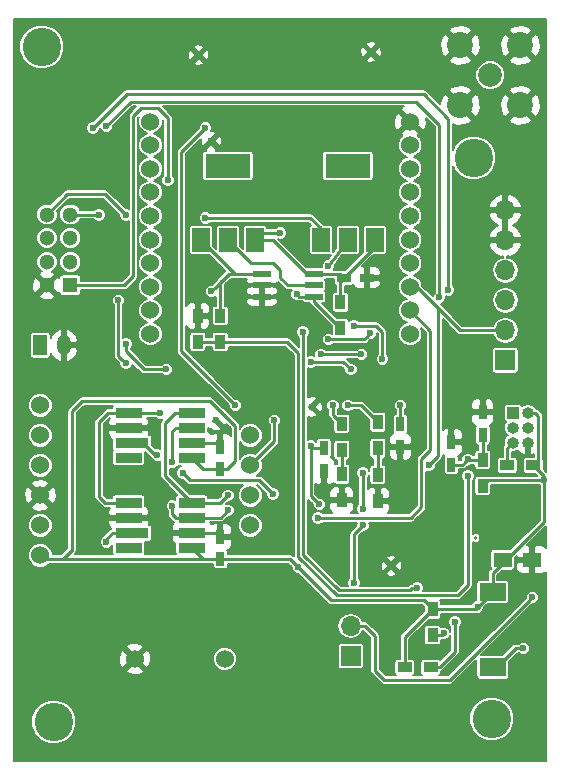
<source format=gbr>
G04 #@! TF.FileFunction,Copper,L1,Top,Signal*
%FSLAX46Y46*%
G04 Gerber Fmt 4.6, Leading zero omitted, Abs format (unit mm)*
G04 Created by KiCad (PCBNEW 4.0.6) date Wed Dec 27 21:20:59 2017*
%MOMM*%
%LPD*%
G01*
G04 APERTURE LIST*
%ADD10C,0.128000*%
%ADD11C,1.524000*%
%ADD12R,0.900000X1.200000*%
%ADD13R,1.000000X1.000000*%
%ADD14O,1.000000X1.000000*%
%ADD15R,1.700000X1.700000*%
%ADD16O,1.700000X1.700000*%
%ADD17R,0.750000X1.200000*%
%ADD18R,1.200000X0.750000*%
%ADD19R,2.200000X1.500000*%
%ADD20R,3.800000X2.000000*%
%ADD21R,1.500000X2.000000*%
%ADD22R,1.200000X0.900000*%
%ADD23R,1.500000X0.610000*%
%ADD24R,2.247900X0.899160*%
%ADD25R,2.799080X0.899160*%
%ADD26R,1.300000X1.300000*%
%ADD27C,1.300000*%
%ADD28C,2.200000*%
%ADD29C,2.000000*%
%ADD30C,0.600000*%
%ADD31R,1.200000X1.700000*%
%ADD32O,1.200000X1.700000*%
%ADD33R,1.500000X1.250000*%
%ADD34C,3.250000*%
%ADD35C,0.250000*%
%ADD36C,0.180000*%
G04 APERTURE END LIST*
D10*
D11*
X145161000Y-110363000D03*
X152781000Y-110363000D03*
D12*
X152400000Y-81323000D03*
X152400000Y-83523000D03*
X150495000Y-83523000D03*
X150495000Y-81323000D03*
D11*
X168478200Y-82864960D03*
X168478200Y-80863440D03*
X168478200Y-78864460D03*
X168478200Y-76862940D03*
X168478200Y-74863960D03*
X168478200Y-72864980D03*
X168478200Y-70863460D03*
X168478200Y-68864480D03*
X168478200Y-66862960D03*
X168478200Y-64863980D03*
X146481800Y-64863980D03*
X146481800Y-66862960D03*
X146481800Y-68864480D03*
X146481800Y-70863460D03*
X146481800Y-72864980D03*
X146481800Y-74863960D03*
X146481800Y-76862940D03*
X146481800Y-78864460D03*
X146481800Y-80863440D03*
X146481800Y-82864960D03*
D13*
X177165000Y-89535000D03*
D14*
X178435000Y-89535000D03*
X177165000Y-90805000D03*
X178435000Y-90805000D03*
X177165000Y-92075000D03*
X178435000Y-92075000D03*
D15*
X176530000Y-85090000D03*
D16*
X176530000Y-82550000D03*
X176530000Y-80010000D03*
X176530000Y-77470000D03*
X176530000Y-74930000D03*
X176530000Y-72390000D03*
D17*
X167640000Y-92390000D03*
X167640000Y-90490000D03*
X161163000Y-92522000D03*
X161163000Y-94422000D03*
X174625000Y-89474000D03*
X174625000Y-91374000D03*
X171958000Y-92014000D03*
X171958000Y-93914000D03*
D18*
X162880000Y-78105000D03*
X164780000Y-78105000D03*
D12*
X162687000Y-92667000D03*
X162687000Y-90467000D03*
X165735000Y-92540000D03*
X165735000Y-90340000D03*
X174625000Y-95715000D03*
X174625000Y-93515000D03*
D19*
X175450500Y-104686500D03*
X175450500Y-111086500D03*
D20*
X153035000Y-68605000D03*
D21*
X153035000Y-74905000D03*
X155335000Y-74905000D03*
X150735000Y-74905000D03*
D20*
X163195000Y-68605000D03*
D21*
X163195000Y-74905000D03*
X165495000Y-74905000D03*
X160895000Y-74905000D03*
D22*
X178900000Y-93980000D03*
X176700000Y-93980000D03*
D12*
X162687000Y-96942000D03*
X162687000Y-94742000D03*
X165735000Y-96985000D03*
X165735000Y-94785000D03*
D22*
X168000500Y-111061500D03*
X170200500Y-111061500D03*
D12*
X170370500Y-106151500D03*
X170370500Y-108351500D03*
X162560000Y-80180000D03*
X162560000Y-82380000D03*
D11*
X137160000Y-101600000D03*
X137160000Y-99060000D03*
X137160000Y-96520000D03*
X137160000Y-93980000D03*
X137160000Y-91440000D03*
X137160000Y-88900000D03*
X154940000Y-91440000D03*
X154940000Y-93980000D03*
X154940000Y-96520000D03*
X154940000Y-99060000D03*
D23*
X160315000Y-77790000D03*
X155915000Y-77790000D03*
X160315000Y-78740000D03*
X155915000Y-78740000D03*
X160315000Y-79690000D03*
X155915000Y-79690000D03*
D17*
X152400000Y-100015000D03*
X152400000Y-101915000D03*
X152400000Y-92395000D03*
X152400000Y-94295000D03*
D24*
X144645380Y-97160080D03*
X144645380Y-98412300D03*
D25*
X144922240Y-99707700D03*
D24*
X144645380Y-100959920D03*
X149994620Y-100959920D03*
X149994620Y-99707700D03*
X149994620Y-98412300D03*
X149994620Y-97160080D03*
X144645380Y-89540080D03*
X144645380Y-90792300D03*
D25*
X144922240Y-92087700D03*
D24*
X144645380Y-93339920D03*
X149994620Y-93339920D03*
X149994620Y-92087700D03*
X149994620Y-90792300D03*
X149994620Y-89540080D03*
D26*
X139700000Y-78740000D03*
D27*
X139700000Y-76740000D03*
X139700000Y-74740000D03*
X139700000Y-72740000D03*
X137700000Y-78740000D03*
X137700000Y-76740000D03*
X137700000Y-74740000D03*
X137700000Y-72740000D03*
D28*
X172720000Y-63500000D03*
X172720000Y-58420000D03*
X177800000Y-58420000D03*
X177800000Y-63500000D03*
D29*
X175260000Y-60960000D03*
D30*
X152019000Y-90170000D03*
X165163500Y-58991500D03*
X150558500Y-59245500D03*
D15*
X163449000Y-110109000D03*
D16*
X163449000Y-107569000D03*
D31*
X137160000Y-83820000D03*
D32*
X139160000Y-83820000D03*
D33*
X176296000Y-101981000D03*
X178796000Y-101981000D03*
D30*
X166878000Y-102489000D03*
X151638000Y-66548000D03*
X160147000Y-89027000D03*
D34*
X138303000Y-115697000D03*
X173863000Y-67945000D03*
X137287000Y-58547000D03*
X175387000Y-115443000D03*
D30*
X151638000Y-79247998D03*
X173355000Y-94869000D03*
X179832000Y-95250000D03*
X160782000Y-97282000D03*
X160039021Y-92329000D03*
X159004000Y-102616000D03*
X167640000Y-88900000D03*
X174180500Y-105981500D03*
X147955000Y-69850000D03*
X151130000Y-73025000D03*
X151130000Y-65405000D03*
X153670000Y-88900000D03*
X165099998Y-82804000D03*
X161543998Y-83312000D03*
X166116000Y-84963000D03*
X163703000Y-82169000D03*
X173355000Y-93472000D03*
X159385000Y-82677000D03*
X169037000Y-104374979D03*
X157480000Y-74295000D03*
X161925000Y-88900000D03*
X163195000Y-88900000D03*
X160655000Y-98425000D03*
X170053000Y-93980000D03*
X178054000Y-109474000D03*
X158877000Y-79502000D03*
X161544000Y-77089000D03*
X172275500Y-107251500D03*
X171323000Y-108204000D03*
X170942000Y-79756000D03*
X142748000Y-65278000D03*
X171704004Y-79121000D03*
X141605000Y-65405000D03*
X156972000Y-90170000D03*
X142748000Y-100457000D03*
X149225000Y-94615000D03*
X147066000Y-93091000D03*
X156845000Y-96393002D03*
X148336001Y-97408999D03*
X148336000Y-93726000D03*
X153035000Y-97790000D03*
X153035000Y-96520000D03*
X147320000Y-89535000D03*
X144399000Y-85314010D03*
X142113000Y-72771000D03*
X143764000Y-80010000D03*
X160909000Y-84582000D03*
X164338000Y-84582000D03*
X144399002Y-83693000D03*
X160039021Y-85217000D03*
X163449000Y-85852000D03*
X147828000Y-85852000D03*
X144399000Y-72771000D03*
X163703000Y-103944968D03*
X164465000Y-97663000D03*
X164465000Y-99060000D03*
X164465000Y-94615000D03*
X178816000Y-105156000D03*
D35*
X173990000Y-100160000D02*
X173990000Y-100076000D01*
X151937999Y-78947999D02*
X151638000Y-79247998D01*
X153096000Y-77790000D02*
X151937999Y-78947999D01*
X155915000Y-77790000D02*
X153096000Y-77790000D01*
X153096000Y-77790000D02*
X152400000Y-78486000D01*
X152400000Y-78486000D02*
X152400000Y-81323000D01*
X155915000Y-77790000D02*
X153620000Y-77790000D01*
X153620000Y-77790000D02*
X150735000Y-74905000D01*
X149994620Y-99707700D02*
X152092700Y-99707700D01*
X152092700Y-99707700D02*
X152400000Y-100015000D01*
X152400000Y-92395000D02*
X152092700Y-92087700D01*
X152092700Y-92087700D02*
X149994620Y-92087700D01*
X173355000Y-95293264D02*
X173355000Y-94869000D01*
X159004000Y-101720596D02*
X162263393Y-104979989D01*
X162263393Y-104979989D02*
X172515011Y-104979989D01*
X158072000Y-83523000D02*
X159004000Y-84455000D01*
X152400000Y-83523000D02*
X158072000Y-83523000D01*
X172515011Y-104979989D02*
X173355000Y-104140000D01*
X159004000Y-84455000D02*
X159004000Y-101720596D01*
X173355000Y-104140000D02*
X173355000Y-95293264D01*
X150495000Y-83523000D02*
X152400000Y-83523000D01*
X179832000Y-95250000D02*
X175090000Y-95250000D01*
X175090000Y-95250000D02*
X174625000Y-95715000D01*
X179832000Y-95250000D02*
X179832000Y-94912000D01*
X179832000Y-94912000D02*
X178900000Y-93980000D01*
X176405500Y-102171500D02*
X179832000Y-98745000D01*
X179832000Y-95674264D02*
X179832000Y-95250000D01*
X179832000Y-98745000D02*
X179832000Y-95674264D01*
X178435000Y-89535000D02*
X179070000Y-89535000D01*
X179070000Y-89535000D02*
X179324000Y-89789000D01*
X179324000Y-89789000D02*
X179324000Y-93556000D01*
X179324000Y-93556000D02*
X178900000Y-93980000D01*
X160039021Y-96539021D02*
X160482001Y-96982001D01*
X160482001Y-96982001D02*
X160782000Y-97282000D01*
X160039021Y-92329000D02*
X160039021Y-96539021D01*
X160232021Y-92522000D02*
X160039021Y-92329000D01*
X161163000Y-92522000D02*
X160232021Y-92522000D01*
X139827000Y-100584000D02*
X139827000Y-101219000D01*
X139827000Y-101153000D02*
X139065000Y-101915000D01*
X139827000Y-89408000D02*
X139827000Y-100584000D01*
X152400000Y-101915000D02*
X139065000Y-101915000D01*
X139065000Y-101915000D02*
X137475000Y-101915000D01*
X139827000Y-100584000D02*
X139827000Y-101153000D01*
X152400000Y-94295000D02*
X152974000Y-94295000D01*
X152974000Y-94295000D02*
X153670000Y-93599000D01*
X153670000Y-93599000D02*
X153670000Y-90678000D01*
X153670000Y-90678000D02*
X151511000Y-88519000D01*
X139827000Y-101219000D02*
X139446000Y-101600000D01*
X151511000Y-88519000D02*
X140716000Y-88519000D01*
X140716000Y-88519000D02*
X139827000Y-89408000D01*
X170370500Y-106151500D02*
X169629000Y-105410000D01*
X169629000Y-105410000D02*
X161798000Y-105410000D01*
X161798000Y-105410000D02*
X159004000Y-102616000D01*
X152400000Y-101915000D02*
X158303000Y-101915000D01*
X159303999Y-102915999D02*
X159004000Y-102616000D01*
X158303000Y-101915000D02*
X158704001Y-102316001D01*
X158704001Y-102316001D02*
X159004000Y-102616000D01*
X167640000Y-88900000D02*
X167640000Y-90490000D01*
X137475000Y-101915000D02*
X137160000Y-101600000D01*
X149994620Y-100959920D02*
X150949700Y-101915000D01*
X150949700Y-101915000D02*
X152400000Y-101915000D01*
X149994620Y-93339920D02*
X150949700Y-94295000D01*
X150949700Y-94295000D02*
X152400000Y-94295000D01*
X168000500Y-111061500D02*
X168000500Y-108521500D01*
X168000500Y-108521500D02*
X170370500Y-106151500D01*
X175450500Y-104686500D02*
X175450500Y-103126500D01*
X175450500Y-103126500D02*
X176405500Y-102171500D01*
X170370500Y-106151500D02*
X174010500Y-106151500D01*
X174010500Y-106151500D02*
X174180500Y-105981500D01*
X174180500Y-105981500D02*
X175450500Y-104711500D01*
X175450500Y-104711500D02*
X175450500Y-104686500D01*
X147955000Y-69850000D02*
X147955000Y-64579500D01*
X147955000Y-64579500D02*
X147129500Y-63754000D01*
X147129500Y-63754000D02*
X145669000Y-63754000D01*
X145034000Y-64389000D02*
X145034000Y-77978000D01*
X145669000Y-63754000D02*
X145034000Y-64389000D01*
X145034000Y-77978000D02*
X144272000Y-78740000D01*
X144272000Y-78740000D02*
X139700000Y-78740000D01*
X160895000Y-74905000D02*
X160895000Y-73900000D01*
X160020000Y-73025000D02*
X151130000Y-73025000D01*
X160895000Y-73900000D02*
X160020000Y-73025000D01*
X151130000Y-65405000D02*
X149098000Y-67437000D01*
X149098000Y-67437000D02*
X149098000Y-84328000D01*
X149098000Y-84328000D02*
X153670000Y-88900000D01*
X164799999Y-83103999D02*
X165099998Y-82804000D01*
X164591998Y-83312000D02*
X164799999Y-83103999D01*
X161543998Y-83312000D02*
X164591998Y-83312000D01*
X166116000Y-82677000D02*
X166116000Y-84963000D01*
X165608000Y-82169000D02*
X166116000Y-82677000D01*
X163703000Y-82169000D02*
X165608000Y-82169000D01*
X173398000Y-93515000D02*
X173355000Y-93472000D01*
X174625000Y-93515000D02*
X173398000Y-93515000D01*
X172913000Y-93914000D02*
X173055001Y-93771999D01*
X171958000Y-93914000D02*
X172913000Y-93914000D01*
X173055001Y-93771999D02*
X173355000Y-93472000D01*
X174625000Y-91374000D02*
X174625000Y-93515000D01*
X162441509Y-104549978D02*
X159434011Y-101542480D01*
X168437737Y-104549978D02*
X162441509Y-104549978D01*
X159385000Y-83101264D02*
X159385000Y-82677000D01*
X159434011Y-83150275D02*
X159385000Y-83101264D01*
X169037000Y-104374979D02*
X168612736Y-104374979D01*
X159434011Y-101542480D02*
X159434011Y-83150275D01*
X168612736Y-104374979D02*
X168437737Y-104549978D01*
X155335000Y-74905000D02*
X155945000Y-74295000D01*
X155945000Y-74295000D02*
X157480000Y-74295000D01*
X160315000Y-77790000D02*
X159705000Y-77790000D01*
X159705000Y-77790000D02*
X156820000Y-74905000D01*
X156820000Y-74905000D02*
X155335000Y-74905000D01*
X165495000Y-74905000D02*
X165495000Y-75490000D01*
X160315000Y-77790000D02*
X162565000Y-77790000D01*
X162560000Y-80180000D02*
X162560000Y-78425000D01*
X162560000Y-78425000D02*
X162880000Y-78105000D01*
X165495000Y-75490000D02*
X162880000Y-78105000D01*
X162565000Y-77790000D02*
X162880000Y-78105000D01*
X162687000Y-92667000D02*
X162687000Y-94742000D01*
X161925000Y-88900000D02*
X161925000Y-89705000D01*
X161925000Y-89705000D02*
X162687000Y-90467000D01*
X165735000Y-92540000D02*
X165735000Y-94785000D01*
X164295000Y-88900000D02*
X165735000Y-90340000D01*
X163195000Y-88900000D02*
X164295000Y-88900000D01*
X176700000Y-93980000D02*
X176700000Y-92540000D01*
X176700000Y-92540000D02*
X177165000Y-92075000D01*
X168478200Y-80863440D02*
X170180000Y-82565240D01*
X170180000Y-82565240D02*
X170180000Y-92703598D01*
X170180000Y-92703598D02*
X169418000Y-93465598D01*
X169418000Y-93465598D02*
X169418000Y-97536000D01*
X169418000Y-97536000D02*
X168529000Y-98425000D01*
X168529000Y-98425000D02*
X161079264Y-98425000D01*
X161079264Y-98425000D02*
X160655000Y-98425000D01*
X170352999Y-93680001D02*
X170053000Y-93980000D01*
X170815000Y-93218000D02*
X170352999Y-93680001D01*
X170815000Y-80645000D02*
X170815000Y-93218000D01*
X176530000Y-82550000D02*
X172720000Y-82550000D01*
X172720000Y-82550000D02*
X170815000Y-80645000D01*
X170815000Y-80645000D02*
X169034460Y-78864460D01*
X168478200Y-78864460D02*
X169034460Y-78864460D01*
X177629736Y-109474000D02*
X178054000Y-109474000D01*
X177413000Y-109474000D02*
X177629736Y-109474000D01*
X175800500Y-111086500D02*
X177413000Y-109474000D01*
X175450500Y-111086500D02*
X175800500Y-111086500D01*
X160315000Y-78740000D02*
X158115000Y-78740000D01*
X154965000Y-76835000D02*
X153035000Y-74905000D01*
X156845000Y-76835000D02*
X154965000Y-76835000D01*
X157480000Y-77470000D02*
X156845000Y-76835000D01*
X157480000Y-78105000D02*
X157480000Y-77470000D01*
X158115000Y-78740000D02*
X157480000Y-78105000D01*
X159065000Y-79690000D02*
X158877000Y-79502000D01*
X160315000Y-79690000D02*
X159065000Y-79690000D01*
X161544000Y-77089000D02*
X163195000Y-74905000D01*
X160315000Y-79690000D02*
X160315000Y-80135000D01*
X160315000Y-80135000D02*
X162560000Y-82380000D01*
X170200500Y-111061500D02*
X171005500Y-111061500D01*
X172275500Y-107251500D02*
X172275500Y-109791500D01*
X171005500Y-111061500D02*
X172275500Y-109791500D01*
X170370500Y-108351500D02*
X171175500Y-108351500D01*
X171175500Y-108351500D02*
X171323000Y-108204000D01*
X142748000Y-65278000D02*
X144843500Y-63182500D01*
X144843500Y-63182500D02*
X168973500Y-63182500D01*
X168973500Y-63182500D02*
X170942000Y-65151000D01*
X170942000Y-65151000D02*
X170942000Y-79121000D01*
X170942000Y-79121000D02*
X170942000Y-79756000D01*
X171704004Y-78696736D02*
X171704004Y-79121000D01*
X144462500Y-62547500D02*
X169608500Y-62547500D01*
X169608500Y-62547500D02*
X171704004Y-64643004D01*
X141605000Y-65405000D02*
X144462500Y-62547500D01*
X171704004Y-64643004D02*
X171704004Y-78696736D01*
X156972000Y-91948000D02*
X154940000Y-93980000D01*
X156972000Y-90170000D02*
X156972000Y-91948000D01*
X142748000Y-100232400D02*
X142748000Y-100457000D01*
X144922240Y-99707700D02*
X143272700Y-99707700D01*
X143272700Y-99707700D02*
X142748000Y-100232400D01*
X155701998Y-95250000D02*
X149860000Y-95250000D01*
X156845000Y-96393002D02*
X155701998Y-95250000D01*
X149524999Y-94914999D02*
X149225000Y-94615000D01*
X149860000Y-95250000D02*
X149524999Y-94914999D01*
X144922240Y-92087700D02*
X145872200Y-92087700D01*
X145872200Y-92087700D02*
X146875500Y-93091000D01*
X146875500Y-93091000D02*
X147066000Y-93091000D01*
X148336001Y-97833263D02*
X148336001Y-97408999D01*
X148336001Y-98127631D02*
X148336001Y-97833263D01*
X148620670Y-98412300D02*
X148336001Y-98127631D01*
X149994620Y-98412300D02*
X148620670Y-98412300D01*
X148336000Y-91076970D02*
X148336000Y-93301736D01*
X148336000Y-93301736D02*
X148336000Y-93726000D01*
X148620670Y-90792300D02*
X148336000Y-91076970D01*
X149994620Y-90792300D02*
X148620670Y-90792300D01*
X152412700Y-98412300D02*
X149994620Y-98412300D01*
X153035000Y-97790000D02*
X152412700Y-98412300D01*
X149994620Y-89540080D02*
X148584920Y-89540080D01*
X148584920Y-89540080D02*
X147701000Y-90424000D01*
X147701000Y-90424000D02*
X147701000Y-94866460D01*
X147701000Y-94866460D02*
X149994620Y-97160080D01*
X152394920Y-97160080D02*
X149994620Y-97160080D01*
X153035000Y-96520000D02*
X152394920Y-97160080D01*
X144645380Y-97160080D02*
X142626080Y-97160080D01*
X142626080Y-97160080D02*
X142113000Y-96647000D01*
X142869920Y-89540080D02*
X144645380Y-89540080D01*
X142113000Y-96647000D02*
X142113000Y-90297000D01*
X142113000Y-90297000D02*
X142869920Y-89540080D01*
X147314920Y-89540080D02*
X144645380Y-89540080D01*
X147320000Y-89535000D02*
X147314920Y-89540080D01*
X144099001Y-85014011D02*
X144399000Y-85314010D01*
X143764000Y-84679010D02*
X144099001Y-85014011D01*
X143764000Y-80010000D02*
X143764000Y-84679010D01*
X142082000Y-72740000D02*
X142113000Y-72771000D01*
X139700000Y-72740000D02*
X142082000Y-72740000D01*
X164338000Y-84582000D02*
X160909000Y-84582000D01*
X147828000Y-85852000D02*
X145923000Y-85852000D01*
X145923000Y-85852000D02*
X144399002Y-84328002D01*
X144399002Y-84328002D02*
X144399002Y-83693000D01*
X160463285Y-85217000D02*
X160039021Y-85217000D01*
X163449000Y-85852000D02*
X162814000Y-85217000D01*
X162814000Y-85217000D02*
X160463285Y-85217000D01*
X137700000Y-72740000D02*
X139447000Y-70993000D01*
X139447000Y-70993000D02*
X142621000Y-70993000D01*
X142621000Y-70993000D02*
X144099001Y-72471001D01*
X144099001Y-72471001D02*
X144399000Y-72771000D01*
X164465000Y-99060000D02*
X163703000Y-99822000D01*
X163703000Y-103520704D02*
X163703000Y-103944968D01*
X163703000Y-99822000D02*
X163703000Y-103520704D01*
X164465000Y-94615000D02*
X164465000Y-97663000D01*
X166243000Y-112141000D02*
X171831000Y-112141000D01*
X165481000Y-108398919D02*
X165481000Y-111379000D01*
X165481000Y-111379000D02*
X166243000Y-112141000D01*
X163449000Y-107569000D02*
X164651081Y-107569000D01*
X164651081Y-107569000D02*
X165481000Y-108398919D01*
X178516001Y-105455999D02*
X178816000Y-105156000D01*
X171831000Y-112141000D02*
X178516001Y-105455999D01*
D36*
G36*
X179995000Y-94516386D02*
X179775289Y-94296675D01*
X179775289Y-93530000D01*
X179756462Y-93429944D01*
X179719000Y-93371727D01*
X179719000Y-89789000D01*
X179688932Y-89637840D01*
X179603307Y-89509693D01*
X179349307Y-89255693D01*
X179221160Y-89170068D01*
X179098176Y-89145605D01*
X178994557Y-88990528D01*
X178744751Y-88823613D01*
X178450085Y-88765000D01*
X178419915Y-88765000D01*
X178125249Y-88823613D01*
X177925613Y-88957005D01*
X177921462Y-88934944D01*
X177862329Y-88843049D01*
X177772103Y-88781400D01*
X177665000Y-88759711D01*
X176665000Y-88759711D01*
X176564944Y-88778538D01*
X176473049Y-88837671D01*
X176411400Y-88927897D01*
X176389711Y-89035000D01*
X176389711Y-90035000D01*
X176408538Y-90135056D01*
X176467671Y-90226951D01*
X176557897Y-90288600D01*
X176583255Y-90293735D01*
X176438528Y-90510334D01*
X176379915Y-90805000D01*
X176438528Y-91099666D01*
X176605443Y-91349472D01*
X176740928Y-91440000D01*
X176605443Y-91530528D01*
X176438528Y-91780334D01*
X176379915Y-92075000D01*
X176417733Y-92265123D01*
X176335068Y-92388840D01*
X176305000Y-92540000D01*
X176305000Y-93254711D01*
X176100000Y-93254711D01*
X175999944Y-93273538D01*
X175908049Y-93332671D01*
X175846400Y-93422897D01*
X175824711Y-93530000D01*
X175824711Y-94430000D01*
X175843538Y-94530056D01*
X175902671Y-94621951D01*
X175992897Y-94683600D01*
X176100000Y-94705289D01*
X177300000Y-94705289D01*
X177400056Y-94686462D01*
X177491951Y-94627329D01*
X177553600Y-94537103D01*
X177575289Y-94430000D01*
X177575289Y-93530000D01*
X177556462Y-93429944D01*
X177497329Y-93338049D01*
X177407103Y-93276400D01*
X177300000Y-93254711D01*
X177095000Y-93254711D01*
X177095000Y-92834077D01*
X177149915Y-92845000D01*
X177180085Y-92845000D01*
X177474751Y-92786387D01*
X177572649Y-92720974D01*
X177727890Y-92915022D01*
X178103178Y-93121678D01*
X178271000Y-93011200D01*
X178271000Y-92239000D01*
X178251000Y-92239000D01*
X178251000Y-91911000D01*
X178271000Y-91911000D01*
X178271000Y-91891000D01*
X178599000Y-91891000D01*
X178599000Y-91911000D01*
X178619000Y-91911000D01*
X178619000Y-92239000D01*
X178599000Y-92239000D01*
X178599000Y-93011200D01*
X178766822Y-93121678D01*
X178929000Y-93032373D01*
X178929000Y-93254711D01*
X178300000Y-93254711D01*
X178199944Y-93273538D01*
X178108049Y-93332671D01*
X178046400Y-93422897D01*
X178024711Y-93530000D01*
X178024711Y-94430000D01*
X178043538Y-94530056D01*
X178102671Y-94621951D01*
X178192897Y-94683600D01*
X178300000Y-94705289D01*
X179066675Y-94705289D01*
X179216386Y-94855000D01*
X175150499Y-94855000D01*
X175075000Y-94839711D01*
X174175000Y-94839711D01*
X174074944Y-94858538D01*
X173983049Y-94917671D01*
X173921400Y-95007897D01*
X173899711Y-95115000D01*
X173899711Y-96315000D01*
X173918538Y-96415056D01*
X173977671Y-96506951D01*
X174067897Y-96568600D01*
X174175000Y-96590289D01*
X175075000Y-96590289D01*
X175175056Y-96571462D01*
X175266951Y-96512329D01*
X175328600Y-96422103D01*
X175350289Y-96315000D01*
X175350289Y-95645000D01*
X179420912Y-95645000D01*
X179437000Y-95661116D01*
X179437000Y-98581386D01*
X176937675Y-101080711D01*
X175546000Y-101080711D01*
X175445944Y-101099538D01*
X175354049Y-101158671D01*
X175292400Y-101248897D01*
X175270711Y-101356000D01*
X175270711Y-102606000D01*
X175289538Y-102706056D01*
X175298462Y-102719924D01*
X175171193Y-102847193D01*
X175085568Y-102975340D01*
X175055500Y-103126500D01*
X175055500Y-103661211D01*
X174350500Y-103661211D01*
X174250444Y-103680038D01*
X174158549Y-103739171D01*
X174096900Y-103829397D01*
X174075211Y-103936500D01*
X174075211Y-105411408D01*
X174067617Y-105411401D01*
X173858043Y-105497996D01*
X173697559Y-105658199D01*
X173656741Y-105756500D01*
X171095789Y-105756500D01*
X171095789Y-105551500D01*
X171076962Y-105451444D01*
X171027764Y-105374989D01*
X172515011Y-105374989D01*
X172666171Y-105344921D01*
X172794318Y-105259296D01*
X173634307Y-104419307D01*
X173719932Y-104291160D01*
X173750000Y-104140000D01*
X173750000Y-100465571D01*
X173838840Y-100524932D01*
X173990000Y-100555000D01*
X174141160Y-100524932D01*
X174269307Y-100439307D01*
X174354932Y-100311160D01*
X174385000Y-100160000D01*
X174385000Y-100076000D01*
X174354932Y-99924840D01*
X174269307Y-99796693D01*
X174141160Y-99711068D01*
X173990000Y-99681000D01*
X173838840Y-99711068D01*
X173750000Y-99770429D01*
X173750000Y-95280088D01*
X173837941Y-95192301D01*
X173924901Y-94982877D01*
X173925099Y-94756117D01*
X173838504Y-94546543D01*
X173678301Y-94386059D01*
X173468877Y-94299099D01*
X173242117Y-94298901D01*
X173032543Y-94385496D01*
X172872059Y-94545699D01*
X172785099Y-94755123D01*
X172784901Y-94981883D01*
X172871496Y-95191457D01*
X172960000Y-95280116D01*
X172960000Y-103976386D01*
X172351397Y-104584989D01*
X169566983Y-104584989D01*
X169606901Y-104488856D01*
X169607099Y-104262096D01*
X169520504Y-104052522D01*
X169360301Y-103892038D01*
X169150877Y-103805078D01*
X168924117Y-103804880D01*
X168714543Y-103891475D01*
X168625884Y-103979979D01*
X168612736Y-103979979D01*
X168461576Y-104010047D01*
X168333429Y-104095672D01*
X168274123Y-104154978D01*
X164232983Y-104154978D01*
X164272901Y-104058845D01*
X164273099Y-103832085D01*
X164186504Y-103622511D01*
X164098000Y-103533852D01*
X164098000Y-103126291D01*
X166452841Y-103126291D01*
X166468452Y-103307890D01*
X166813002Y-103402283D01*
X167167448Y-103357638D01*
X167287548Y-103307890D01*
X167303159Y-103126291D01*
X166878000Y-102701132D01*
X166452841Y-103126291D01*
X164098000Y-103126291D01*
X164098000Y-102424002D01*
X165964717Y-102424002D01*
X166009362Y-102778448D01*
X166059110Y-102898548D01*
X166240709Y-102914159D01*
X166665868Y-102489000D01*
X167090132Y-102489000D01*
X167515291Y-102914159D01*
X167696890Y-102898548D01*
X167791283Y-102553998D01*
X167746638Y-102199552D01*
X167696890Y-102079452D01*
X167515291Y-102063841D01*
X167090132Y-102489000D01*
X166665868Y-102489000D01*
X166240709Y-102063841D01*
X166059110Y-102079452D01*
X165964717Y-102424002D01*
X164098000Y-102424002D01*
X164098000Y-101851709D01*
X166452841Y-101851709D01*
X166878000Y-102276868D01*
X167303159Y-101851709D01*
X167287548Y-101670110D01*
X166942998Y-101575717D01*
X166588552Y-101620362D01*
X166468452Y-101670110D01*
X166452841Y-101851709D01*
X164098000Y-101851709D01*
X164098000Y-99985614D01*
X164453623Y-99629991D01*
X164577883Y-99630099D01*
X164787457Y-99543504D01*
X164947941Y-99383301D01*
X165034901Y-99173877D01*
X165035099Y-98947117D01*
X164982575Y-98820000D01*
X168529000Y-98820000D01*
X168680160Y-98789932D01*
X168808307Y-98704307D01*
X169697307Y-97815307D01*
X169782932Y-97687160D01*
X169813000Y-97536000D01*
X169813000Y-94497530D01*
X169939123Y-94549901D01*
X170165883Y-94550099D01*
X170375457Y-94463504D01*
X170535941Y-94303301D01*
X170622901Y-94093877D01*
X170623010Y-93968604D01*
X171094307Y-93497307D01*
X171179932Y-93369160D01*
X171210000Y-93218000D01*
X171210000Y-93086700D01*
X171244260Y-93120960D01*
X171356385Y-93167403D01*
X171329400Y-93206897D01*
X171307711Y-93314000D01*
X171307711Y-94514000D01*
X171326538Y-94614056D01*
X171385671Y-94705951D01*
X171475897Y-94767600D01*
X171583000Y-94789289D01*
X172333000Y-94789289D01*
X172433056Y-94770462D01*
X172524951Y-94711329D01*
X172586600Y-94621103D01*
X172608289Y-94514000D01*
X172608289Y-94309000D01*
X172913000Y-94309000D01*
X173064160Y-94278932D01*
X173192307Y-94193307D01*
X173343623Y-94041991D01*
X173467883Y-94042099D01*
X173677457Y-93955504D01*
X173723041Y-93910000D01*
X173899711Y-93910000D01*
X173899711Y-94115000D01*
X173918538Y-94215056D01*
X173977671Y-94306951D01*
X174067897Y-94368600D01*
X174175000Y-94390289D01*
X175075000Y-94390289D01*
X175175056Y-94371462D01*
X175266951Y-94312329D01*
X175328600Y-94222103D01*
X175350289Y-94115000D01*
X175350289Y-92915000D01*
X175331462Y-92814944D01*
X175272329Y-92723049D01*
X175182103Y-92661400D01*
X175075000Y-92639711D01*
X175020000Y-92639711D01*
X175020000Y-92245526D01*
X175100056Y-92230462D01*
X175191951Y-92171329D01*
X175253600Y-92081103D01*
X175275289Y-91974000D01*
X175275289Y-90774000D01*
X175256462Y-90673944D01*
X175226535Y-90627437D01*
X175338740Y-90580960D01*
X175506960Y-90412740D01*
X175598000Y-90192950D01*
X175598000Y-89787500D01*
X175448500Y-89638000D01*
X174789000Y-89638000D01*
X174789000Y-89658000D01*
X174461000Y-89658000D01*
X174461000Y-89638000D01*
X173801500Y-89638000D01*
X173652000Y-89787500D01*
X173652000Y-90192950D01*
X173743040Y-90412740D01*
X173911260Y-90580960D01*
X174023385Y-90627403D01*
X173996400Y-90666897D01*
X173974711Y-90774000D01*
X173974711Y-91974000D01*
X173993538Y-92074056D01*
X174052671Y-92165951D01*
X174142897Y-92227600D01*
X174230000Y-92245239D01*
X174230000Y-92639711D01*
X174175000Y-92639711D01*
X174074944Y-92658538D01*
X173983049Y-92717671D01*
X173921400Y-92807897D01*
X173899711Y-92915000D01*
X173899711Y-93120000D01*
X173809013Y-93120000D01*
X173678301Y-92989059D01*
X173468877Y-92902099D01*
X173242117Y-92901901D01*
X173032543Y-92988496D01*
X172872059Y-93148699D01*
X172785099Y-93358123D01*
X172784990Y-93483396D01*
X172749386Y-93519000D01*
X172608289Y-93519000D01*
X172608289Y-93314000D01*
X172589462Y-93213944D01*
X172559535Y-93167437D01*
X172671740Y-93120960D01*
X172839960Y-92952740D01*
X172931000Y-92732950D01*
X172931000Y-92327500D01*
X172781500Y-92178000D01*
X172122000Y-92178000D01*
X172122000Y-92198000D01*
X171794000Y-92198000D01*
X171794000Y-92178000D01*
X171774000Y-92178000D01*
X171774000Y-91850000D01*
X171794000Y-91850000D01*
X171794000Y-90965500D01*
X172122000Y-90965500D01*
X172122000Y-91850000D01*
X172781500Y-91850000D01*
X172931000Y-91700500D01*
X172931000Y-91295050D01*
X172839960Y-91075260D01*
X172671740Y-90907040D01*
X172451949Y-90816000D01*
X172271500Y-90816000D01*
X172122000Y-90965500D01*
X171794000Y-90965500D01*
X171644500Y-90816000D01*
X171464051Y-90816000D01*
X171244260Y-90907040D01*
X171210000Y-90941300D01*
X171210000Y-88755050D01*
X173652000Y-88755050D01*
X173652000Y-89160500D01*
X173801500Y-89310000D01*
X174461000Y-89310000D01*
X174461000Y-88425500D01*
X174789000Y-88425500D01*
X174789000Y-89310000D01*
X175448500Y-89310000D01*
X175598000Y-89160500D01*
X175598000Y-88755050D01*
X175506960Y-88535260D01*
X175338740Y-88367040D01*
X175118949Y-88276000D01*
X174938500Y-88276000D01*
X174789000Y-88425500D01*
X174461000Y-88425500D01*
X174311500Y-88276000D01*
X174131051Y-88276000D01*
X173911260Y-88367040D01*
X173743040Y-88535260D01*
X173652000Y-88755050D01*
X171210000Y-88755050D01*
X171210000Y-84240000D01*
X175404711Y-84240000D01*
X175404711Y-85940000D01*
X175423538Y-86040056D01*
X175482671Y-86131951D01*
X175572897Y-86193600D01*
X175680000Y-86215289D01*
X177380000Y-86215289D01*
X177480056Y-86196462D01*
X177571951Y-86137329D01*
X177633600Y-86047103D01*
X177655289Y-85940000D01*
X177655289Y-84240000D01*
X177636462Y-84139944D01*
X177577329Y-84048049D01*
X177487103Y-83986400D01*
X177380000Y-83964711D01*
X175680000Y-83964711D01*
X175579944Y-83983538D01*
X175488049Y-84042671D01*
X175426400Y-84132897D01*
X175404711Y-84240000D01*
X171210000Y-84240000D01*
X171210000Y-81598614D01*
X172440693Y-82829307D01*
X172568840Y-82914932D01*
X172720000Y-82945000D01*
X175466629Y-82945000D01*
X175473313Y-82978605D01*
X175716098Y-83341960D01*
X176079453Y-83584745D01*
X176508058Y-83670000D01*
X176551942Y-83670000D01*
X176980547Y-83584745D01*
X177343902Y-83341960D01*
X177586687Y-82978605D01*
X177671942Y-82550000D01*
X177586687Y-82121395D01*
X177343902Y-81758040D01*
X176980547Y-81515255D01*
X176551942Y-81430000D01*
X176508058Y-81430000D01*
X176079453Y-81515255D01*
X175716098Y-81758040D01*
X175473313Y-82121395D01*
X175466629Y-82155000D01*
X172883614Y-82155000D01*
X171054713Y-80326099D01*
X171054883Y-80326099D01*
X171264457Y-80239504D01*
X171424941Y-80079301D01*
X171453717Y-80010000D01*
X175388058Y-80010000D01*
X175473313Y-80438605D01*
X175716098Y-80801960D01*
X176079453Y-81044745D01*
X176508058Y-81130000D01*
X176551942Y-81130000D01*
X176980547Y-81044745D01*
X177343902Y-80801960D01*
X177586687Y-80438605D01*
X177671942Y-80010000D01*
X177586687Y-79581395D01*
X177343902Y-79218040D01*
X176980547Y-78975255D01*
X176551942Y-78890000D01*
X176508058Y-78890000D01*
X176079453Y-78975255D01*
X175716098Y-79218040D01*
X175473313Y-79581395D01*
X175388058Y-80010000D01*
X171453717Y-80010000D01*
X171511901Y-79869877D01*
X171512086Y-79658496D01*
X171590127Y-79690901D01*
X171816887Y-79691099D01*
X172026461Y-79604504D01*
X172186945Y-79444301D01*
X172273905Y-79234877D01*
X172274103Y-79008117D01*
X172187508Y-78798543D01*
X172099004Y-78709884D01*
X172099004Y-75317040D01*
X175134685Y-75317040D01*
X175269673Y-75642965D01*
X175638450Y-76071000D01*
X176142957Y-76325328D01*
X176365998Y-76219197D01*
X176365998Y-76378000D01*
X176367293Y-76378000D01*
X176079453Y-76435255D01*
X175716098Y-76678040D01*
X175473313Y-77041395D01*
X175388058Y-77470000D01*
X175473313Y-77898605D01*
X175716098Y-78261960D01*
X176079453Y-78504745D01*
X176508058Y-78590000D01*
X176551942Y-78590000D01*
X176980547Y-78504745D01*
X177343902Y-78261960D01*
X177586687Y-77898605D01*
X177671942Y-77470000D01*
X177586687Y-77041395D01*
X177343902Y-76678040D01*
X176980547Y-76435255D01*
X176692707Y-76378000D01*
X176694002Y-76378000D01*
X176694002Y-76219197D01*
X176917043Y-76325328D01*
X177421550Y-76071000D01*
X177790327Y-75642965D01*
X177925315Y-75317040D01*
X177818102Y-75094000D01*
X176694000Y-75094000D01*
X176694000Y-75114000D01*
X176366000Y-75114000D01*
X176366000Y-75094000D01*
X175241898Y-75094000D01*
X175134685Y-75317040D01*
X172099004Y-75317040D01*
X172099004Y-72777040D01*
X175134685Y-72777040D01*
X175269673Y-73102965D01*
X175638450Y-73531000D01*
X175894346Y-73660000D01*
X175638450Y-73789000D01*
X175269673Y-74217035D01*
X175134685Y-74542960D01*
X175241898Y-74766000D01*
X176366000Y-74766000D01*
X176366000Y-72554000D01*
X176694000Y-72554000D01*
X176694000Y-74766000D01*
X177818102Y-74766000D01*
X177925315Y-74542960D01*
X177790327Y-74217035D01*
X177421550Y-73789000D01*
X177165654Y-73660000D01*
X177421550Y-73531000D01*
X177790327Y-73102965D01*
X177925315Y-72777040D01*
X177818102Y-72554000D01*
X176694000Y-72554000D01*
X176366000Y-72554000D01*
X175241898Y-72554000D01*
X175134685Y-72777040D01*
X172099004Y-72777040D01*
X172099004Y-72002960D01*
X175134685Y-72002960D01*
X175241898Y-72226000D01*
X176366000Y-72226000D01*
X176366000Y-71100804D01*
X176694000Y-71100804D01*
X176694000Y-72226000D01*
X177818102Y-72226000D01*
X177925315Y-72002960D01*
X177790327Y-71677035D01*
X177421550Y-71249000D01*
X176917043Y-70994672D01*
X176694000Y-71100804D01*
X176366000Y-71100804D01*
X176142957Y-70994672D01*
X175638450Y-71249000D01*
X175269673Y-71677035D01*
X175134685Y-72002960D01*
X172099004Y-72002960D01*
X172099004Y-68638132D01*
X172255561Y-69017029D01*
X172788167Y-69550566D01*
X173484408Y-69839670D01*
X174238285Y-69840328D01*
X174935029Y-69552439D01*
X175468566Y-69019833D01*
X175757670Y-68323592D01*
X175758328Y-67569715D01*
X175470439Y-66872971D01*
X174937833Y-66339434D01*
X174241592Y-66050330D01*
X173487715Y-66049672D01*
X172790971Y-66337561D01*
X172257434Y-66870167D01*
X172099004Y-67251709D01*
X172099004Y-65081623D01*
X172477131Y-65214146D01*
X173151594Y-65176607D01*
X173600358Y-64990723D01*
X173716484Y-64728415D01*
X176803516Y-64728415D01*
X176919642Y-64990723D01*
X177557131Y-65214146D01*
X178231594Y-65176607D01*
X178680358Y-64990723D01*
X178796484Y-64728415D01*
X177800000Y-63731931D01*
X176803516Y-64728415D01*
X173716484Y-64728415D01*
X172720000Y-63731931D01*
X172705858Y-63746074D01*
X172473927Y-63514143D01*
X172488069Y-63500000D01*
X172951931Y-63500000D01*
X173948415Y-64496484D01*
X174210723Y-64380358D01*
X174434146Y-63742869D01*
X174407111Y-63257131D01*
X176085854Y-63257131D01*
X176123393Y-63931594D01*
X176309277Y-64380358D01*
X176571585Y-64496484D01*
X177568069Y-63500000D01*
X178031931Y-63500000D01*
X179028415Y-64496484D01*
X179290723Y-64380358D01*
X179514146Y-63742869D01*
X179476607Y-63068406D01*
X179290723Y-62619642D01*
X179028415Y-62503516D01*
X178031931Y-63500000D01*
X177568069Y-63500000D01*
X176571585Y-62503516D01*
X176309277Y-62619642D01*
X176085854Y-63257131D01*
X174407111Y-63257131D01*
X174396607Y-63068406D01*
X174210723Y-62619642D01*
X173948415Y-62503516D01*
X172951931Y-63500000D01*
X172488069Y-63500000D01*
X171491585Y-62503516D01*
X171229277Y-62619642D01*
X171005854Y-63257131D01*
X171013463Y-63393849D01*
X169891199Y-62271585D01*
X171723516Y-62271585D01*
X172720000Y-63268069D01*
X173716484Y-62271585D01*
X176803516Y-62271585D01*
X177800000Y-63268069D01*
X178796484Y-62271585D01*
X178680358Y-62009277D01*
X178042869Y-61785854D01*
X177368406Y-61823393D01*
X176919642Y-62009277D01*
X176803516Y-62271585D01*
X173716484Y-62271585D01*
X173600358Y-62009277D01*
X172962869Y-61785854D01*
X172288406Y-61823393D01*
X171839642Y-62009277D01*
X171723516Y-62271585D01*
X169891199Y-62271585D01*
X169887807Y-62268193D01*
X169759660Y-62182568D01*
X169608500Y-62152500D01*
X144462500Y-62152500D01*
X144311340Y-62182568D01*
X144183193Y-62268193D01*
X141616377Y-64835009D01*
X141492117Y-64834901D01*
X141282543Y-64921496D01*
X141122059Y-65081699D01*
X141035099Y-65291123D01*
X141034901Y-65517883D01*
X141121496Y-65727457D01*
X141281699Y-65887941D01*
X141491123Y-65974901D01*
X141717883Y-65975099D01*
X141927457Y-65888504D01*
X142087941Y-65728301D01*
X142174901Y-65518877D01*
X142175010Y-65393604D01*
X142177901Y-65390713D01*
X142177901Y-65390883D01*
X142264496Y-65600457D01*
X142424699Y-65760941D01*
X142634123Y-65847901D01*
X142860883Y-65848099D01*
X143070457Y-65761504D01*
X143230941Y-65601301D01*
X143317901Y-65391877D01*
X143318010Y-65266604D01*
X145007115Y-63577500D01*
X145286886Y-63577500D01*
X144754693Y-64109693D01*
X144669068Y-64237840D01*
X144639000Y-64389000D01*
X144639000Y-72253470D01*
X144512877Y-72201099D01*
X144387604Y-72200990D01*
X142900307Y-70713693D01*
X142772160Y-70628068D01*
X142621000Y-70598000D01*
X139447000Y-70598000D01*
X139295840Y-70628068D01*
X139167693Y-70713693D01*
X138009169Y-71872217D01*
X137883802Y-71820160D01*
X137517804Y-71819841D01*
X137179543Y-71959607D01*
X136920517Y-72218181D01*
X136780160Y-72556198D01*
X136779841Y-72922196D01*
X136919607Y-73260457D01*
X137178181Y-73519483D01*
X137516198Y-73659840D01*
X137882196Y-73660159D01*
X138220457Y-73520393D01*
X138479483Y-73261819D01*
X138619840Y-72923802D01*
X138619841Y-72922196D01*
X138779841Y-72922196D01*
X138919607Y-73260457D01*
X139178181Y-73519483D01*
X139516198Y-73659840D01*
X139882196Y-73660159D01*
X140220457Y-73520393D01*
X140479483Y-73261819D01*
X140532143Y-73135000D01*
X141670966Y-73135000D01*
X141789699Y-73253941D01*
X141999123Y-73340901D01*
X142225883Y-73341099D01*
X142435457Y-73254504D01*
X142595941Y-73094301D01*
X142682901Y-72884877D01*
X142683099Y-72658117D01*
X142596504Y-72448543D01*
X142436301Y-72288059D01*
X142226877Y-72201099D01*
X142000117Y-72200901D01*
X141790543Y-72287496D01*
X141732938Y-72345000D01*
X140532231Y-72345000D01*
X140480393Y-72219543D01*
X140221819Y-71960517D01*
X139883802Y-71820160D01*
X139517804Y-71819841D01*
X139179543Y-71959607D01*
X138920517Y-72218181D01*
X138780160Y-72556198D01*
X138779841Y-72922196D01*
X138619841Y-72922196D01*
X138620159Y-72557804D01*
X138567721Y-72430893D01*
X139610614Y-71388000D01*
X142457386Y-71388000D01*
X143829009Y-72759623D01*
X143828901Y-72883883D01*
X143915496Y-73093457D01*
X144075699Y-73253941D01*
X144285123Y-73340901D01*
X144511883Y-73341099D01*
X144639000Y-73288575D01*
X144639000Y-77814386D01*
X144108386Y-78345000D01*
X140625289Y-78345000D01*
X140625289Y-78090000D01*
X140606462Y-77989944D01*
X140547329Y-77898049D01*
X140457103Y-77836400D01*
X140350000Y-77814711D01*
X139050000Y-77814711D01*
X138949944Y-77833538D01*
X138858049Y-77892671D01*
X138796400Y-77982897D01*
X138774711Y-78090000D01*
X138774711Y-78119052D01*
X138601498Y-78070434D01*
X137931931Y-78740000D01*
X138601498Y-79409566D01*
X138774711Y-79360948D01*
X138774711Y-79390000D01*
X138793538Y-79490056D01*
X138852671Y-79581951D01*
X138942897Y-79643600D01*
X139050000Y-79665289D01*
X140350000Y-79665289D01*
X140450056Y-79646462D01*
X140541951Y-79587329D01*
X140603600Y-79497103D01*
X140625289Y-79390000D01*
X140625289Y-79135000D01*
X144272000Y-79135000D01*
X144423160Y-79104932D01*
X144551307Y-79019307D01*
X145313307Y-78257307D01*
X145350193Y-78202103D01*
X145398932Y-78129160D01*
X145429000Y-77978000D01*
X145429000Y-64552614D01*
X145539570Y-64442044D01*
X145449980Y-64657802D01*
X145449621Y-65068357D01*
X145606403Y-65447797D01*
X145896456Y-65738357D01*
X146198036Y-65863583D01*
X145897983Y-65987563D01*
X145607423Y-66277616D01*
X145449980Y-66656782D01*
X145449621Y-67067337D01*
X145606403Y-67446777D01*
X145896456Y-67737337D01*
X146201102Y-67863836D01*
X145897983Y-67989083D01*
X145607423Y-68279136D01*
X145449980Y-68658302D01*
X145449621Y-69068857D01*
X145606403Y-69448297D01*
X145896456Y-69738857D01*
X146198036Y-69864083D01*
X145897983Y-69988063D01*
X145607423Y-70278116D01*
X145449980Y-70657282D01*
X145449621Y-71067837D01*
X145606403Y-71447277D01*
X145896456Y-71737837D01*
X146201102Y-71864336D01*
X145897983Y-71989583D01*
X145607423Y-72279636D01*
X145449980Y-72658802D01*
X145449621Y-73069357D01*
X145606403Y-73448797D01*
X145896456Y-73739357D01*
X146198036Y-73864583D01*
X145897983Y-73988563D01*
X145607423Y-74278616D01*
X145449980Y-74657782D01*
X145449621Y-75068337D01*
X145606403Y-75447777D01*
X145896456Y-75738337D01*
X146198036Y-75863563D01*
X145897983Y-75987543D01*
X145607423Y-76277596D01*
X145449980Y-76656762D01*
X145449621Y-77067317D01*
X145606403Y-77446757D01*
X145896456Y-77737317D01*
X146201102Y-77863816D01*
X145897983Y-77989063D01*
X145607423Y-78279116D01*
X145449980Y-78658282D01*
X145449621Y-79068837D01*
X145606403Y-79448277D01*
X145896456Y-79738837D01*
X146198036Y-79864063D01*
X145897983Y-79988043D01*
X145607423Y-80278096D01*
X145449980Y-80657262D01*
X145449621Y-81067817D01*
X145606403Y-81447257D01*
X145896456Y-81737817D01*
X146201102Y-81864316D01*
X145897983Y-81989563D01*
X145607423Y-82279616D01*
X145449980Y-82658782D01*
X145449621Y-83069337D01*
X145606403Y-83448777D01*
X145896456Y-83739337D01*
X146275622Y-83896780D01*
X146686177Y-83897139D01*
X147065617Y-83740357D01*
X147356177Y-83450304D01*
X147513620Y-83071138D01*
X147513979Y-82660583D01*
X147357197Y-82281143D01*
X147067144Y-81990583D01*
X146762498Y-81864084D01*
X147065617Y-81738837D01*
X147356177Y-81448784D01*
X147513620Y-81069618D01*
X147513979Y-80659063D01*
X147357197Y-80279623D01*
X147067144Y-79989063D01*
X146765564Y-79863837D01*
X147065617Y-79739857D01*
X147356177Y-79449804D01*
X147513620Y-79070638D01*
X147513979Y-78660083D01*
X147357197Y-78280643D01*
X147067144Y-77990083D01*
X146762498Y-77863584D01*
X147065617Y-77738337D01*
X147356177Y-77448284D01*
X147513620Y-77069118D01*
X147513979Y-76658563D01*
X147357197Y-76279123D01*
X147067144Y-75988563D01*
X146765564Y-75863337D01*
X147065617Y-75739357D01*
X147356177Y-75449304D01*
X147513620Y-75070138D01*
X147513979Y-74659583D01*
X147357197Y-74280143D01*
X147067144Y-73989583D01*
X146765564Y-73864357D01*
X147065617Y-73740377D01*
X147356177Y-73450324D01*
X147513620Y-73071158D01*
X147513979Y-72660603D01*
X147357197Y-72281163D01*
X147067144Y-71990603D01*
X146762498Y-71864104D01*
X147065617Y-71738857D01*
X147356177Y-71448804D01*
X147513620Y-71069638D01*
X147513979Y-70659083D01*
X147357197Y-70279643D01*
X147067144Y-69989083D01*
X146765564Y-69863857D01*
X147065617Y-69739877D01*
X147356177Y-69449824D01*
X147513620Y-69070658D01*
X147513979Y-68660103D01*
X147357197Y-68280663D01*
X147067144Y-67990103D01*
X146762498Y-67863604D01*
X147065617Y-67738357D01*
X147356177Y-67448304D01*
X147513620Y-67069138D01*
X147513979Y-66658583D01*
X147357197Y-66279143D01*
X147067144Y-65988583D01*
X146765564Y-65863357D01*
X147065617Y-65739377D01*
X147356177Y-65449324D01*
X147513620Y-65070158D01*
X147513946Y-64697060D01*
X147560000Y-64743114D01*
X147560000Y-69438912D01*
X147472059Y-69526699D01*
X147385099Y-69736123D01*
X147384901Y-69962883D01*
X147471496Y-70172457D01*
X147631699Y-70332941D01*
X147841123Y-70419901D01*
X148067883Y-70420099D01*
X148277457Y-70333504D01*
X148437941Y-70173301D01*
X148524901Y-69963877D01*
X148525099Y-69737117D01*
X148438504Y-69527543D01*
X148350000Y-69438884D01*
X148350000Y-67437000D01*
X148703000Y-67437000D01*
X148703000Y-84328000D01*
X148733068Y-84479160D01*
X148818693Y-84607307D01*
X153100009Y-88888623D01*
X153099901Y-89012883D01*
X153186496Y-89222457D01*
X153346699Y-89382941D01*
X153556123Y-89469901D01*
X153782883Y-89470099D01*
X153992457Y-89383504D01*
X154152941Y-89223301D01*
X154239901Y-89013877D01*
X154240099Y-88787117D01*
X154153504Y-88577543D01*
X153993301Y-88417059D01*
X153783877Y-88330099D01*
X153658604Y-88329990D01*
X149493000Y-84164386D01*
X149493000Y-82153004D01*
X149538040Y-82261740D01*
X149706260Y-82429960D01*
X149926051Y-82521000D01*
X150181500Y-82521000D01*
X150331000Y-82371500D01*
X150331000Y-81487000D01*
X150659000Y-81487000D01*
X150659000Y-82371500D01*
X150808500Y-82521000D01*
X151063949Y-82521000D01*
X151283740Y-82429960D01*
X151451960Y-82261740D01*
X151543000Y-82041950D01*
X151543000Y-81636500D01*
X151393500Y-81487000D01*
X150659000Y-81487000D01*
X150331000Y-81487000D01*
X150311000Y-81487000D01*
X150311000Y-81159000D01*
X150331000Y-81159000D01*
X150331000Y-80274500D01*
X150659000Y-80274500D01*
X150659000Y-81159000D01*
X151393500Y-81159000D01*
X151543000Y-81009500D01*
X151543000Y-80604050D01*
X151451960Y-80384260D01*
X151283740Y-80216040D01*
X151063949Y-80125000D01*
X150808500Y-80125000D01*
X150659000Y-80274500D01*
X150331000Y-80274500D01*
X150181500Y-80125000D01*
X149926051Y-80125000D01*
X149706260Y-80216040D01*
X149538040Y-80384260D01*
X149493000Y-80492996D01*
X149493000Y-73905000D01*
X149709711Y-73905000D01*
X149709711Y-75905000D01*
X149728538Y-76005056D01*
X149787671Y-76096951D01*
X149877897Y-76158600D01*
X149985000Y-76180289D01*
X151451675Y-76180289D01*
X152799386Y-77528000D01*
X151658692Y-78668692D01*
X151649377Y-78678007D01*
X151525117Y-78677899D01*
X151315543Y-78764494D01*
X151155059Y-78924697D01*
X151068099Y-79134121D01*
X151067901Y-79360881D01*
X151154496Y-79570455D01*
X151314699Y-79730939D01*
X151524123Y-79817899D01*
X151750883Y-79818097D01*
X151960457Y-79731502D01*
X152005000Y-79687037D01*
X152005000Y-80447711D01*
X151950000Y-80447711D01*
X151849944Y-80466538D01*
X151758049Y-80525671D01*
X151696400Y-80615897D01*
X151674711Y-80723000D01*
X151674711Y-81923000D01*
X151693538Y-82023056D01*
X151752671Y-82114951D01*
X151842897Y-82176600D01*
X151950000Y-82198289D01*
X152850000Y-82198289D01*
X152950056Y-82179462D01*
X153041951Y-82120329D01*
X153103600Y-82030103D01*
X153125289Y-81923000D01*
X153125289Y-80723000D01*
X153106462Y-80622944D01*
X153047329Y-80531049D01*
X152957103Y-80469400D01*
X152850000Y-80447711D01*
X152795000Y-80447711D01*
X152795000Y-79992000D01*
X154567000Y-79992000D01*
X154567000Y-80113950D01*
X154658040Y-80333740D01*
X154826260Y-80501960D01*
X155046051Y-80593000D01*
X155601500Y-80593000D01*
X155751000Y-80443500D01*
X155751000Y-79842500D01*
X156079000Y-79842500D01*
X156079000Y-80443500D01*
X156228500Y-80593000D01*
X156783949Y-80593000D01*
X157003740Y-80501960D01*
X157171960Y-80333740D01*
X157263000Y-80113950D01*
X157263000Y-79992000D01*
X157113500Y-79842500D01*
X156079000Y-79842500D01*
X155751000Y-79842500D01*
X154716500Y-79842500D01*
X154567000Y-79992000D01*
X152795000Y-79992000D01*
X152795000Y-79042000D01*
X154567000Y-79042000D01*
X154567000Y-79163950D01*
X154588146Y-79215000D01*
X154567000Y-79266050D01*
X154567000Y-79388000D01*
X154716500Y-79537500D01*
X154811800Y-79537500D01*
X154826260Y-79551960D01*
X155046051Y-79643000D01*
X155601500Y-79643000D01*
X155707000Y-79537500D01*
X155751000Y-79537500D01*
X155751000Y-78892500D01*
X156079000Y-78892500D01*
X156079000Y-79537500D01*
X156123000Y-79537500D01*
X156228500Y-79643000D01*
X156783949Y-79643000D01*
X157003740Y-79551960D01*
X157018200Y-79537500D01*
X157113500Y-79537500D01*
X157263000Y-79388000D01*
X157263000Y-79266050D01*
X157241854Y-79215000D01*
X157263000Y-79163950D01*
X157263000Y-79042000D01*
X157113500Y-78892500D01*
X157018200Y-78892500D01*
X157003740Y-78878040D01*
X156783949Y-78787000D01*
X156228500Y-78787000D01*
X156123000Y-78892500D01*
X156079000Y-78892500D01*
X155751000Y-78892500D01*
X155707000Y-78892500D01*
X155601500Y-78787000D01*
X155046051Y-78787000D01*
X154826260Y-78878040D01*
X154811800Y-78892500D01*
X154716500Y-78892500D01*
X154567000Y-79042000D01*
X152795000Y-79042000D01*
X152795000Y-78649614D01*
X153175614Y-78269000D01*
X153259615Y-78185000D01*
X154621283Y-78185000D01*
X154567000Y-78316050D01*
X154567000Y-78438000D01*
X154716500Y-78587500D01*
X155751000Y-78587500D01*
X155751000Y-78556000D01*
X156079000Y-78556000D01*
X156079000Y-78587500D01*
X157113500Y-78587500D01*
X157258693Y-78442307D01*
X157835693Y-79019307D01*
X157963840Y-79104932D01*
X158115000Y-79135000D01*
X158437835Y-79135000D01*
X158394059Y-79178699D01*
X158307099Y-79388123D01*
X158306901Y-79614883D01*
X158393496Y-79824457D01*
X158553699Y-79984941D01*
X158763123Y-80071901D01*
X158989883Y-80072099D01*
X158993217Y-80070721D01*
X159065000Y-80085000D01*
X159306646Y-80085000D01*
X159308538Y-80095056D01*
X159367671Y-80186951D01*
X159457897Y-80248600D01*
X159565000Y-80270289D01*
X159946911Y-80270289D01*
X159950068Y-80286160D01*
X160035693Y-80414307D01*
X161834711Y-82213325D01*
X161834711Y-82815527D01*
X161657875Y-82742099D01*
X161431115Y-82741901D01*
X161221541Y-82828496D01*
X161061057Y-82988699D01*
X160974097Y-83198123D01*
X160973899Y-83424883D01*
X161060494Y-83634457D01*
X161220697Y-83794941D01*
X161430121Y-83881901D01*
X161656881Y-83882099D01*
X161866455Y-83795504D01*
X161955114Y-83707000D01*
X164591998Y-83707000D01*
X164743158Y-83676932D01*
X164871305Y-83591307D01*
X165088621Y-83373991D01*
X165212881Y-83374099D01*
X165422455Y-83287504D01*
X165582939Y-83127301D01*
X165669899Y-82917877D01*
X165670011Y-82789626D01*
X165721000Y-82840615D01*
X165721000Y-84551912D01*
X165633059Y-84639699D01*
X165546099Y-84849123D01*
X165545901Y-85075883D01*
X165632496Y-85285457D01*
X165792699Y-85445941D01*
X166002123Y-85532901D01*
X166228883Y-85533099D01*
X166438457Y-85446504D01*
X166598941Y-85286301D01*
X166685901Y-85076877D01*
X166686099Y-84850117D01*
X166599504Y-84640543D01*
X166511000Y-84551884D01*
X166511000Y-82677000D01*
X166480932Y-82525840D01*
X166450770Y-82480699D01*
X166395307Y-82397692D01*
X165887307Y-81889693D01*
X165759160Y-81804068D01*
X165608000Y-81774000D01*
X164114088Y-81774000D01*
X164026301Y-81686059D01*
X163816877Y-81599099D01*
X163590117Y-81598901D01*
X163380543Y-81685496D01*
X163285289Y-81780583D01*
X163285289Y-81780000D01*
X163266462Y-81679944D01*
X163207329Y-81588049D01*
X163117103Y-81526400D01*
X163010000Y-81504711D01*
X162243325Y-81504711D01*
X161008903Y-80270289D01*
X161065000Y-80270289D01*
X161165056Y-80251462D01*
X161256951Y-80192329D01*
X161318600Y-80102103D01*
X161340289Y-79995000D01*
X161340289Y-79385000D01*
X161321462Y-79284944D01*
X161276052Y-79214374D01*
X161318600Y-79152103D01*
X161340289Y-79045000D01*
X161340289Y-78435000D01*
X161321462Y-78334944D01*
X161276052Y-78264374D01*
X161318600Y-78202103D01*
X161322063Y-78185000D01*
X162004711Y-78185000D01*
X162004711Y-78480000D01*
X162023538Y-78580056D01*
X162082671Y-78671951D01*
X162165000Y-78728204D01*
X162165000Y-79304711D01*
X162110000Y-79304711D01*
X162009944Y-79323538D01*
X161918049Y-79382671D01*
X161856400Y-79472897D01*
X161834711Y-79580000D01*
X161834711Y-80780000D01*
X161853538Y-80880056D01*
X161912671Y-80971951D01*
X162002897Y-81033600D01*
X162110000Y-81055289D01*
X163010000Y-81055289D01*
X163110056Y-81036462D01*
X163201951Y-80977329D01*
X163263600Y-80887103D01*
X163285289Y-80780000D01*
X163285289Y-79580000D01*
X163266462Y-79479944D01*
X163207329Y-79388049D01*
X163117103Y-79326400D01*
X163010000Y-79304711D01*
X162955000Y-79304711D01*
X162955000Y-78755289D01*
X163480000Y-78755289D01*
X163580056Y-78736462D01*
X163626563Y-78706535D01*
X163673040Y-78818740D01*
X163841260Y-78986960D01*
X164061050Y-79078000D01*
X164466500Y-79078000D01*
X164616000Y-78928500D01*
X164616000Y-78269000D01*
X164944000Y-78269000D01*
X164944000Y-78928500D01*
X165093500Y-79078000D01*
X165498950Y-79078000D01*
X165718740Y-78986960D01*
X165886960Y-78818740D01*
X165978000Y-78598949D01*
X165978000Y-78418500D01*
X165828500Y-78269000D01*
X164944000Y-78269000D01*
X164616000Y-78269000D01*
X164596000Y-78269000D01*
X164596000Y-77941000D01*
X164616000Y-77941000D01*
X164616000Y-77281500D01*
X164944000Y-77281500D01*
X164944000Y-77941000D01*
X165828500Y-77941000D01*
X165978000Y-77791500D01*
X165978000Y-77611051D01*
X165886960Y-77391260D01*
X165718740Y-77223040D01*
X165498950Y-77132000D01*
X165093500Y-77132000D01*
X164944000Y-77281500D01*
X164616000Y-77281500D01*
X164466500Y-77132000D01*
X164411614Y-77132000D01*
X165363326Y-76180289D01*
X166245000Y-76180289D01*
X166345056Y-76161462D01*
X166436951Y-76102329D01*
X166498600Y-76012103D01*
X166520289Y-75905000D01*
X166520289Y-73905000D01*
X166501462Y-73804944D01*
X166442329Y-73713049D01*
X166352103Y-73651400D01*
X166245000Y-73629711D01*
X164745000Y-73629711D01*
X164644944Y-73648538D01*
X164553049Y-73707671D01*
X164491400Y-73797897D01*
X164469711Y-73905000D01*
X164469711Y-75905000D01*
X164477894Y-75948491D01*
X162971675Y-77454711D01*
X162760524Y-77454711D01*
X162716160Y-77425068D01*
X162565000Y-77395000D01*
X162034125Y-77395000D01*
X162113901Y-77202877D01*
X162114087Y-76989889D01*
X162726106Y-76180289D01*
X163945000Y-76180289D01*
X164045056Y-76161462D01*
X164136951Y-76102329D01*
X164198600Y-76012103D01*
X164220289Y-75905000D01*
X164220289Y-73905000D01*
X164201462Y-73804944D01*
X164142329Y-73713049D01*
X164052103Y-73651400D01*
X163945000Y-73629711D01*
X162445000Y-73629711D01*
X162344944Y-73648538D01*
X162253049Y-73707671D01*
X162191400Y-73797897D01*
X162169711Y-73905000D01*
X162169711Y-75606268D01*
X161911656Y-75947632D01*
X161920289Y-75905000D01*
X161920289Y-73905000D01*
X161901462Y-73804944D01*
X161842329Y-73713049D01*
X161752103Y-73651400D01*
X161645000Y-73629711D01*
X161180333Y-73629711D01*
X161174307Y-73620693D01*
X160299307Y-72745693D01*
X160171160Y-72660068D01*
X160020000Y-72630000D01*
X151541088Y-72630000D01*
X151453301Y-72542059D01*
X151243877Y-72455099D01*
X151017117Y-72454901D01*
X150807543Y-72541496D01*
X150647059Y-72701699D01*
X150560099Y-72911123D01*
X150559901Y-73137883D01*
X150646496Y-73347457D01*
X150806699Y-73507941D01*
X151016123Y-73594901D01*
X151242883Y-73595099D01*
X151452457Y-73508504D01*
X151541116Y-73420000D01*
X159856386Y-73420000D01*
X160078593Y-73642207D01*
X160044944Y-73648538D01*
X159953049Y-73707671D01*
X159891400Y-73797897D01*
X159869711Y-73905000D01*
X159869711Y-75905000D01*
X159888538Y-76005056D01*
X159947671Y-76096951D01*
X160037897Y-76158600D01*
X160145000Y-76180289D01*
X161645000Y-76180289D01*
X161745056Y-76161462D01*
X161754703Y-76155254D01*
X161479771Y-76518943D01*
X161431117Y-76518901D01*
X161221543Y-76605496D01*
X161061059Y-76765699D01*
X160974099Y-76975123D01*
X160973901Y-77201883D01*
X160977135Y-77209711D01*
X159683325Y-77209711D01*
X157318911Y-74845297D01*
X157366123Y-74864901D01*
X157592883Y-74865099D01*
X157802457Y-74778504D01*
X157962941Y-74618301D01*
X158049901Y-74408877D01*
X158050099Y-74182117D01*
X157963504Y-73972543D01*
X157803301Y-73812059D01*
X157593877Y-73725099D01*
X157367117Y-73724901D01*
X157157543Y-73811496D01*
X157068884Y-73900000D01*
X156359348Y-73900000D01*
X156341462Y-73804944D01*
X156282329Y-73713049D01*
X156192103Y-73651400D01*
X156085000Y-73629711D01*
X154585000Y-73629711D01*
X154484944Y-73648538D01*
X154393049Y-73707671D01*
X154331400Y-73797897D01*
X154309711Y-73905000D01*
X154309711Y-75621097D01*
X154060289Y-75371675D01*
X154060289Y-73905000D01*
X154041462Y-73804944D01*
X153982329Y-73713049D01*
X153892103Y-73651400D01*
X153785000Y-73629711D01*
X152285000Y-73629711D01*
X152184944Y-73648538D01*
X152093049Y-73707671D01*
X152031400Y-73797897D01*
X152009711Y-73905000D01*
X152009711Y-75621097D01*
X151760289Y-75371675D01*
X151760289Y-73905000D01*
X151741462Y-73804944D01*
X151682329Y-73713049D01*
X151592103Y-73651400D01*
X151485000Y-73629711D01*
X149985000Y-73629711D01*
X149884944Y-73648538D01*
X149793049Y-73707671D01*
X149731400Y-73797897D01*
X149709711Y-73905000D01*
X149493000Y-73905000D01*
X149493000Y-67605000D01*
X150859711Y-67605000D01*
X150859711Y-69605000D01*
X150878538Y-69705056D01*
X150937671Y-69796951D01*
X151027897Y-69858600D01*
X151135000Y-69880289D01*
X154935000Y-69880289D01*
X155035056Y-69861462D01*
X155126951Y-69802329D01*
X155188600Y-69712103D01*
X155210289Y-69605000D01*
X155210289Y-67605000D01*
X161019711Y-67605000D01*
X161019711Y-69605000D01*
X161038538Y-69705056D01*
X161097671Y-69796951D01*
X161187897Y-69858600D01*
X161295000Y-69880289D01*
X165095000Y-69880289D01*
X165195056Y-69861462D01*
X165286951Y-69802329D01*
X165348600Y-69712103D01*
X165370289Y-69605000D01*
X165370289Y-67605000D01*
X165351462Y-67504944D01*
X165292329Y-67413049D01*
X165202103Y-67351400D01*
X165095000Y-67329711D01*
X161295000Y-67329711D01*
X161194944Y-67348538D01*
X161103049Y-67407671D01*
X161041400Y-67497897D01*
X161019711Y-67605000D01*
X155210289Y-67605000D01*
X155191462Y-67504944D01*
X155132329Y-67413049D01*
X155042103Y-67351400D01*
X154935000Y-67329711D01*
X152050744Y-67329711D01*
X152063159Y-67185291D01*
X151638000Y-66760132D01*
X151212841Y-67185291D01*
X151225256Y-67329711D01*
X151135000Y-67329711D01*
X151034944Y-67348538D01*
X150943049Y-67407671D01*
X150881400Y-67497897D01*
X150859711Y-67605000D01*
X149493000Y-67605000D01*
X149493000Y-67600614D01*
X150767773Y-66325841D01*
X150724717Y-66483002D01*
X150769362Y-66837448D01*
X150819110Y-66957548D01*
X151000709Y-66973159D01*
X151425868Y-66548000D01*
X151850132Y-66548000D01*
X152275291Y-66973159D01*
X152456890Y-66957548D01*
X152551283Y-66612998D01*
X152506638Y-66258552D01*
X152456890Y-66138452D01*
X152275291Y-66122841D01*
X151850132Y-66548000D01*
X151425868Y-66548000D01*
X151401826Y-66523958D01*
X151613958Y-66311826D01*
X151638000Y-66335868D01*
X152063159Y-65910709D01*
X152047548Y-65729110D01*
X151702998Y-65634717D01*
X151648975Y-65641522D01*
X151699901Y-65518877D01*
X151700099Y-65292117D01*
X151613504Y-65082543D01*
X151453301Y-64922059D01*
X151243877Y-64835099D01*
X151017117Y-64834901D01*
X150807543Y-64921496D01*
X150647059Y-65081699D01*
X150560099Y-65291123D01*
X150559990Y-65416396D01*
X148818693Y-67157693D01*
X148733068Y-67285840D01*
X148703000Y-67437000D01*
X148350000Y-67437000D01*
X148350000Y-64702014D01*
X167101047Y-64702014D01*
X167143895Y-65241357D01*
X167267858Y-65540630D01*
X167495162Y-65615087D01*
X168246269Y-64863980D01*
X167495162Y-64112873D01*
X167267858Y-64187330D01*
X167101047Y-64702014D01*
X148350000Y-64702014D01*
X148350000Y-64579500D01*
X148319932Y-64428340D01*
X148234307Y-64300193D01*
X147511614Y-63577500D01*
X167985363Y-63577500D01*
X167801550Y-63653638D01*
X167727093Y-63880942D01*
X168478200Y-64632049D01*
X168492343Y-64617907D01*
X168724274Y-64849838D01*
X168710131Y-64863980D01*
X169461238Y-65615087D01*
X169688542Y-65540630D01*
X169855353Y-65025946D01*
X169820576Y-64588190D01*
X170547000Y-65314614D01*
X170547000Y-79344912D01*
X170459059Y-79432699D01*
X170372099Y-79642123D01*
X170372098Y-79643484D01*
X169510273Y-78781659D01*
X169510379Y-78660083D01*
X169353597Y-78280643D01*
X169063544Y-77990083D01*
X168758898Y-77863584D01*
X169062017Y-77738337D01*
X169352577Y-77448284D01*
X169510020Y-77069118D01*
X169510379Y-76658563D01*
X169353597Y-76279123D01*
X169063544Y-75988563D01*
X168761964Y-75863337D01*
X169062017Y-75739357D01*
X169352577Y-75449304D01*
X169510020Y-75070138D01*
X169510379Y-74659583D01*
X169353597Y-74280143D01*
X169063544Y-73989583D01*
X168761964Y-73864357D01*
X169062017Y-73740377D01*
X169352577Y-73450324D01*
X169510020Y-73071158D01*
X169510379Y-72660603D01*
X169353597Y-72281163D01*
X169063544Y-71990603D01*
X168758898Y-71864104D01*
X169062017Y-71738857D01*
X169352577Y-71448804D01*
X169510020Y-71069638D01*
X169510379Y-70659083D01*
X169353597Y-70279643D01*
X169063544Y-69989083D01*
X168761964Y-69863857D01*
X169062017Y-69739877D01*
X169352577Y-69449824D01*
X169510020Y-69070658D01*
X169510379Y-68660103D01*
X169353597Y-68280663D01*
X169063544Y-67990103D01*
X168758898Y-67863604D01*
X169062017Y-67738357D01*
X169352577Y-67448304D01*
X169510020Y-67069138D01*
X169510379Y-66658583D01*
X169353597Y-66279143D01*
X169150806Y-66075997D01*
X169154850Y-66074322D01*
X169229307Y-65847018D01*
X168478200Y-65095911D01*
X167727093Y-65847018D01*
X167801550Y-66074322D01*
X167806021Y-66075771D01*
X167603823Y-66277616D01*
X167446380Y-66656782D01*
X167446021Y-67067337D01*
X167602803Y-67446777D01*
X167892856Y-67737337D01*
X168197502Y-67863836D01*
X167894383Y-67989083D01*
X167603823Y-68279136D01*
X167446380Y-68658302D01*
X167446021Y-69068857D01*
X167602803Y-69448297D01*
X167892856Y-69738857D01*
X168194436Y-69864083D01*
X167894383Y-69988063D01*
X167603823Y-70278116D01*
X167446380Y-70657282D01*
X167446021Y-71067837D01*
X167602803Y-71447277D01*
X167892856Y-71737837D01*
X168197502Y-71864336D01*
X167894383Y-71989583D01*
X167603823Y-72279636D01*
X167446380Y-72658802D01*
X167446021Y-73069357D01*
X167602803Y-73448797D01*
X167892856Y-73739357D01*
X168194436Y-73864583D01*
X167894383Y-73988563D01*
X167603823Y-74278616D01*
X167446380Y-74657782D01*
X167446021Y-75068337D01*
X167602803Y-75447777D01*
X167892856Y-75738337D01*
X168194436Y-75863563D01*
X167894383Y-75987543D01*
X167603823Y-76277596D01*
X167446380Y-76656762D01*
X167446021Y-77067317D01*
X167602803Y-77446757D01*
X167892856Y-77737317D01*
X168197502Y-77863816D01*
X167894383Y-77989063D01*
X167603823Y-78279116D01*
X167446380Y-78658282D01*
X167446021Y-79068837D01*
X167602803Y-79448277D01*
X167892856Y-79738837D01*
X168194436Y-79864063D01*
X167894383Y-79988043D01*
X167603823Y-80278096D01*
X167446380Y-80657262D01*
X167446021Y-81067817D01*
X167602803Y-81447257D01*
X167892856Y-81737817D01*
X168197502Y-81864316D01*
X167894383Y-81989563D01*
X167603823Y-82279616D01*
X167446380Y-82658782D01*
X167446021Y-83069337D01*
X167602803Y-83448777D01*
X167892856Y-83739337D01*
X168272022Y-83896780D01*
X168682577Y-83897139D01*
X169062017Y-83740357D01*
X169352577Y-83450304D01*
X169510020Y-83071138D01*
X169510379Y-82660583D01*
X169365080Y-82308934D01*
X169785000Y-82728854D01*
X169785000Y-92539984D01*
X169138693Y-93186291D01*
X169053068Y-93314438D01*
X169023000Y-93465598D01*
X169023000Y-97372386D01*
X168365386Y-98030000D01*
X166585700Y-98030000D01*
X166691960Y-97923740D01*
X166783000Y-97703950D01*
X166783000Y-97298500D01*
X166633500Y-97149000D01*
X165899000Y-97149000D01*
X165899000Y-97169000D01*
X165571000Y-97169000D01*
X165571000Y-97149000D01*
X165551000Y-97149000D01*
X165551000Y-96821000D01*
X165571000Y-96821000D01*
X165571000Y-95936500D01*
X165899000Y-95936500D01*
X165899000Y-96821000D01*
X166633500Y-96821000D01*
X166783000Y-96671500D01*
X166783000Y-96266050D01*
X166691960Y-96046260D01*
X166523740Y-95878040D01*
X166303949Y-95787000D01*
X166048500Y-95787000D01*
X165899000Y-95936500D01*
X165571000Y-95936500D01*
X165421500Y-95787000D01*
X165166051Y-95787000D01*
X164946260Y-95878040D01*
X164860000Y-95964300D01*
X164860000Y-95026088D01*
X164947941Y-94938301D01*
X165009711Y-94789542D01*
X165009711Y-95385000D01*
X165028538Y-95485056D01*
X165087671Y-95576951D01*
X165177897Y-95638600D01*
X165285000Y-95660289D01*
X166185000Y-95660289D01*
X166285056Y-95641462D01*
X166376951Y-95582329D01*
X166438600Y-95492103D01*
X166460289Y-95385000D01*
X166460289Y-94185000D01*
X166441462Y-94084944D01*
X166382329Y-93993049D01*
X166292103Y-93931400D01*
X166185000Y-93909711D01*
X166130000Y-93909711D01*
X166130000Y-93415289D01*
X166185000Y-93415289D01*
X166285056Y-93396462D01*
X166376951Y-93337329D01*
X166438600Y-93247103D01*
X166460289Y-93140000D01*
X166460289Y-92703500D01*
X166667000Y-92703500D01*
X166667000Y-93108950D01*
X166758040Y-93328740D01*
X166926260Y-93496960D01*
X167146051Y-93588000D01*
X167326500Y-93588000D01*
X167476000Y-93438500D01*
X167476000Y-92554000D01*
X167804000Y-92554000D01*
X167804000Y-93438500D01*
X167953500Y-93588000D01*
X168133949Y-93588000D01*
X168353740Y-93496960D01*
X168521960Y-93328740D01*
X168613000Y-93108950D01*
X168613000Y-92703500D01*
X168463500Y-92554000D01*
X167804000Y-92554000D01*
X167476000Y-92554000D01*
X166816500Y-92554000D01*
X166667000Y-92703500D01*
X166460289Y-92703500D01*
X166460289Y-91940000D01*
X166441462Y-91839944D01*
X166382329Y-91748049D01*
X166292103Y-91686400D01*
X166216303Y-91671050D01*
X166667000Y-91671050D01*
X166667000Y-92076500D01*
X166816500Y-92226000D01*
X167476000Y-92226000D01*
X167476000Y-92206000D01*
X167804000Y-92206000D01*
X167804000Y-92226000D01*
X168463500Y-92226000D01*
X168613000Y-92076500D01*
X168613000Y-91671050D01*
X168521960Y-91451260D01*
X168353740Y-91283040D01*
X168241615Y-91236597D01*
X168268600Y-91197103D01*
X168290289Y-91090000D01*
X168290289Y-89890000D01*
X168271462Y-89789944D01*
X168212329Y-89698049D01*
X168122103Y-89636400D01*
X168035000Y-89618761D01*
X168035000Y-89311088D01*
X168122941Y-89223301D01*
X168209901Y-89013877D01*
X168210099Y-88787117D01*
X168123504Y-88577543D01*
X167963301Y-88417059D01*
X167753877Y-88330099D01*
X167527117Y-88329901D01*
X167317543Y-88416496D01*
X167157059Y-88576699D01*
X167070099Y-88786123D01*
X167069901Y-89012883D01*
X167156496Y-89222457D01*
X167245000Y-89311116D01*
X167245000Y-89618474D01*
X167164944Y-89633538D01*
X167073049Y-89692671D01*
X167011400Y-89782897D01*
X166989711Y-89890000D01*
X166989711Y-91090000D01*
X167008538Y-91190056D01*
X167038465Y-91236563D01*
X166926260Y-91283040D01*
X166758040Y-91451260D01*
X166667000Y-91671050D01*
X166216303Y-91671050D01*
X166185000Y-91664711D01*
X165285000Y-91664711D01*
X165184944Y-91683538D01*
X165093049Y-91742671D01*
X165031400Y-91832897D01*
X165009711Y-91940000D01*
X165009711Y-93140000D01*
X165028538Y-93240056D01*
X165087671Y-93331951D01*
X165177897Y-93393600D01*
X165285000Y-93415289D01*
X165340000Y-93415289D01*
X165340000Y-93909711D01*
X165285000Y-93909711D01*
X165184944Y-93928538D01*
X165093049Y-93987671D01*
X165031400Y-94077897D01*
X165009711Y-94185000D01*
X165009711Y-94440674D01*
X164948504Y-94292543D01*
X164788301Y-94132059D01*
X164578877Y-94045099D01*
X164352117Y-94044901D01*
X164142543Y-94131496D01*
X163982059Y-94291699D01*
X163895099Y-94501123D01*
X163894901Y-94727883D01*
X163981496Y-94937457D01*
X164070000Y-95026116D01*
X164070000Y-97251912D01*
X163982059Y-97339699D01*
X163895099Y-97549123D01*
X163894901Y-97775883D01*
X163981496Y-97985457D01*
X164025961Y-98030000D01*
X163494700Y-98030000D01*
X163643960Y-97880740D01*
X163735000Y-97660950D01*
X163735000Y-97255500D01*
X163585500Y-97106000D01*
X162851000Y-97106000D01*
X162851000Y-97126000D01*
X162523000Y-97126000D01*
X162523000Y-97106000D01*
X161788500Y-97106000D01*
X161639000Y-97255500D01*
X161639000Y-97660950D01*
X161730040Y-97880740D01*
X161879300Y-98030000D01*
X161066088Y-98030000D01*
X160978301Y-97942059D01*
X160768877Y-97855099D01*
X160542117Y-97854901D01*
X160332543Y-97941496D01*
X160172059Y-98101699D01*
X160085099Y-98311123D01*
X160084901Y-98537883D01*
X160171496Y-98747457D01*
X160331699Y-98907941D01*
X160541123Y-98994901D01*
X160767883Y-98995099D01*
X160977457Y-98908504D01*
X161066116Y-98820000D01*
X163947470Y-98820000D01*
X163895099Y-98946123D01*
X163894990Y-99071396D01*
X163423693Y-99542693D01*
X163338068Y-99670840D01*
X163308000Y-99822000D01*
X163308000Y-103533880D01*
X163220059Y-103621667D01*
X163133099Y-103831091D01*
X163132901Y-104057851D01*
X163173033Y-104154978D01*
X162605124Y-104154978D01*
X159829011Y-101378866D01*
X159829011Y-96887625D01*
X160212009Y-97270623D01*
X160211901Y-97394883D01*
X160298496Y-97604457D01*
X160458699Y-97764941D01*
X160668123Y-97851901D01*
X160894883Y-97852099D01*
X161104457Y-97765504D01*
X161264941Y-97605301D01*
X161351901Y-97395877D01*
X161352099Y-97169117D01*
X161265504Y-96959543D01*
X161105301Y-96799059D01*
X160895877Y-96712099D01*
X160770604Y-96711990D01*
X160434021Y-96375407D01*
X160434021Y-96223050D01*
X161639000Y-96223050D01*
X161639000Y-96628500D01*
X161788500Y-96778000D01*
X162523000Y-96778000D01*
X162523000Y-95893500D01*
X162851000Y-95893500D01*
X162851000Y-96778000D01*
X163585500Y-96778000D01*
X163735000Y-96628500D01*
X163735000Y-96223050D01*
X163643960Y-96003260D01*
X163475740Y-95835040D01*
X163255949Y-95744000D01*
X163000500Y-95744000D01*
X162851000Y-95893500D01*
X162523000Y-95893500D01*
X162373500Y-95744000D01*
X162118051Y-95744000D01*
X161898260Y-95835040D01*
X161730040Y-96003260D01*
X161639000Y-96223050D01*
X160434021Y-96223050D01*
X160434021Y-95513721D01*
X160449260Y-95528960D01*
X160669051Y-95620000D01*
X160849500Y-95620000D01*
X160999000Y-95470500D01*
X160999000Y-94586000D01*
X160979000Y-94586000D01*
X160979000Y-94258000D01*
X160999000Y-94258000D01*
X160999000Y-94238000D01*
X161327000Y-94238000D01*
X161327000Y-94258000D01*
X161347000Y-94258000D01*
X161347000Y-94586000D01*
X161327000Y-94586000D01*
X161327000Y-95470500D01*
X161476500Y-95620000D01*
X161656949Y-95620000D01*
X161876740Y-95528960D01*
X161977863Y-95427837D01*
X161980538Y-95442056D01*
X162039671Y-95533951D01*
X162129897Y-95595600D01*
X162237000Y-95617289D01*
X163137000Y-95617289D01*
X163237056Y-95598462D01*
X163328951Y-95539329D01*
X163390600Y-95449103D01*
X163412289Y-95342000D01*
X163412289Y-94142000D01*
X163393462Y-94041944D01*
X163334329Y-93950049D01*
X163244103Y-93888400D01*
X163137000Y-93866711D01*
X163082000Y-93866711D01*
X163082000Y-93542289D01*
X163137000Y-93542289D01*
X163237056Y-93523462D01*
X163328951Y-93464329D01*
X163390600Y-93374103D01*
X163412289Y-93267000D01*
X163412289Y-92067000D01*
X163393462Y-91966944D01*
X163334329Y-91875049D01*
X163244103Y-91813400D01*
X163137000Y-91791711D01*
X162237000Y-91791711D01*
X162136944Y-91810538D01*
X162045049Y-91869671D01*
X161983400Y-91959897D01*
X161961711Y-92067000D01*
X161961711Y-93267000D01*
X161980538Y-93367056D01*
X162039671Y-93458951D01*
X162129897Y-93520600D01*
X162237000Y-93542289D01*
X162292000Y-93542289D01*
X162292000Y-93866711D01*
X162237000Y-93866711D01*
X162136944Y-93885538D01*
X162136000Y-93886145D01*
X162136000Y-93703050D01*
X162044960Y-93483260D01*
X161876740Y-93315040D01*
X161764615Y-93268597D01*
X161791600Y-93229103D01*
X161813289Y-93122000D01*
X161813289Y-91922000D01*
X161794462Y-91821944D01*
X161735329Y-91730049D01*
X161645103Y-91668400D01*
X161538000Y-91646711D01*
X160788000Y-91646711D01*
X160687944Y-91665538D01*
X160596049Y-91724671D01*
X160534400Y-91814897D01*
X160512711Y-91922000D01*
X160512711Y-91996712D01*
X160362322Y-91846059D01*
X160152898Y-91759099D01*
X159926138Y-91758901D01*
X159829011Y-91799033D01*
X159829011Y-89870974D01*
X160082002Y-89940283D01*
X160436448Y-89895638D01*
X160556548Y-89845890D01*
X160572159Y-89664291D01*
X160147000Y-89239132D01*
X160122958Y-89263174D01*
X159910826Y-89051042D01*
X159934868Y-89027000D01*
X160359132Y-89027000D01*
X160784291Y-89452159D01*
X160965890Y-89436548D01*
X161060283Y-89091998D01*
X161050318Y-89012883D01*
X161354901Y-89012883D01*
X161441496Y-89222457D01*
X161530000Y-89311116D01*
X161530000Y-89705000D01*
X161560068Y-89856160D01*
X161645693Y-89984307D01*
X161961711Y-90300325D01*
X161961711Y-91067000D01*
X161980538Y-91167056D01*
X162039671Y-91258951D01*
X162129897Y-91320600D01*
X162237000Y-91342289D01*
X163137000Y-91342289D01*
X163237056Y-91323462D01*
X163328951Y-91264329D01*
X163390600Y-91174103D01*
X163412289Y-91067000D01*
X163412289Y-89867000D01*
X163393462Y-89766944D01*
X163334329Y-89675049D01*
X163244103Y-89613400D01*
X163137000Y-89591711D01*
X162370325Y-89591711D01*
X162320000Y-89541386D01*
X162320000Y-89311088D01*
X162407941Y-89223301D01*
X162494901Y-89013877D01*
X162494901Y-89012883D01*
X162624901Y-89012883D01*
X162711496Y-89222457D01*
X162871699Y-89382941D01*
X163081123Y-89469901D01*
X163307883Y-89470099D01*
X163517457Y-89383504D01*
X163606116Y-89295000D01*
X164131386Y-89295000D01*
X165009711Y-90173326D01*
X165009711Y-90940000D01*
X165028538Y-91040056D01*
X165087671Y-91131951D01*
X165177897Y-91193600D01*
X165285000Y-91215289D01*
X166185000Y-91215289D01*
X166285056Y-91196462D01*
X166376951Y-91137329D01*
X166438600Y-91047103D01*
X166460289Y-90940000D01*
X166460289Y-89740000D01*
X166441462Y-89639944D01*
X166382329Y-89548049D01*
X166292103Y-89486400D01*
X166185000Y-89464711D01*
X165418326Y-89464711D01*
X164574307Y-88620693D01*
X164446160Y-88535068D01*
X164295000Y-88505000D01*
X163606088Y-88505000D01*
X163518301Y-88417059D01*
X163308877Y-88330099D01*
X163082117Y-88329901D01*
X162872543Y-88416496D01*
X162712059Y-88576699D01*
X162625099Y-88786123D01*
X162624901Y-89012883D01*
X162494901Y-89012883D01*
X162495099Y-88787117D01*
X162408504Y-88577543D01*
X162248301Y-88417059D01*
X162038877Y-88330099D01*
X161812117Y-88329901D01*
X161602543Y-88416496D01*
X161442059Y-88576699D01*
X161355099Y-88786123D01*
X161354901Y-89012883D01*
X161050318Y-89012883D01*
X161015638Y-88737552D01*
X160965890Y-88617452D01*
X160784291Y-88601841D01*
X160359132Y-89027000D01*
X159934868Y-89027000D01*
X159910826Y-89002958D01*
X160122958Y-88790826D01*
X160147000Y-88814868D01*
X160572159Y-88389709D01*
X160556548Y-88208110D01*
X160211998Y-88113717D01*
X159857552Y-88158362D01*
X159829011Y-88170184D01*
X159829011Y-85746983D01*
X159925144Y-85786901D01*
X160151904Y-85787099D01*
X160361478Y-85700504D01*
X160450137Y-85612000D01*
X162650386Y-85612000D01*
X162879009Y-85840623D01*
X162878901Y-85964883D01*
X162965496Y-86174457D01*
X163125699Y-86334941D01*
X163335123Y-86421901D01*
X163561883Y-86422099D01*
X163771457Y-86335504D01*
X163931941Y-86175301D01*
X164018901Y-85965877D01*
X164019099Y-85739117D01*
X163932504Y-85529543D01*
X163772301Y-85369059D01*
X163562877Y-85282099D01*
X163437604Y-85281990D01*
X163132614Y-84977000D01*
X163926912Y-84977000D01*
X164014699Y-85064941D01*
X164224123Y-85151901D01*
X164450883Y-85152099D01*
X164660457Y-85065504D01*
X164820941Y-84905301D01*
X164907901Y-84695877D01*
X164908099Y-84469117D01*
X164821504Y-84259543D01*
X164661301Y-84099059D01*
X164451877Y-84012099D01*
X164225117Y-84011901D01*
X164015543Y-84098496D01*
X163926884Y-84187000D01*
X161320088Y-84187000D01*
X161232301Y-84099059D01*
X161022877Y-84012099D01*
X160796117Y-84011901D01*
X160586543Y-84098496D01*
X160426059Y-84258699D01*
X160339099Y-84468123D01*
X160338901Y-84694883D01*
X160353590Y-84730433D01*
X160152898Y-84647099D01*
X159926138Y-84646901D01*
X159829011Y-84687033D01*
X159829011Y-83150275D01*
X159810571Y-83057571D01*
X159867941Y-83000301D01*
X159954901Y-82790877D01*
X159955099Y-82564117D01*
X159868504Y-82354543D01*
X159708301Y-82194059D01*
X159498877Y-82107099D01*
X159272117Y-82106901D01*
X159062543Y-82193496D01*
X158902059Y-82353699D01*
X158815099Y-82563123D01*
X158814901Y-82789883D01*
X158901496Y-82999457D01*
X158990000Y-83088116D01*
X158990000Y-83101264D01*
X159020068Y-83252424D01*
X159039011Y-83280774D01*
X159039011Y-83931397D01*
X158351307Y-83243693D01*
X158223160Y-83158068D01*
X158072000Y-83128000D01*
X153125289Y-83128000D01*
X153125289Y-82923000D01*
X153106462Y-82822944D01*
X153047329Y-82731049D01*
X152957103Y-82669400D01*
X152850000Y-82647711D01*
X151950000Y-82647711D01*
X151849944Y-82666538D01*
X151758049Y-82725671D01*
X151696400Y-82815897D01*
X151674711Y-82923000D01*
X151674711Y-83128000D01*
X151220289Y-83128000D01*
X151220289Y-82923000D01*
X151201462Y-82822944D01*
X151142329Y-82731049D01*
X151052103Y-82669400D01*
X150945000Y-82647711D01*
X150045000Y-82647711D01*
X149944944Y-82666538D01*
X149853049Y-82725671D01*
X149791400Y-82815897D01*
X149769711Y-82923000D01*
X149769711Y-84123000D01*
X149788538Y-84223056D01*
X149847671Y-84314951D01*
X149937897Y-84376600D01*
X150045000Y-84398289D01*
X150945000Y-84398289D01*
X151045056Y-84379462D01*
X151136951Y-84320329D01*
X151198600Y-84230103D01*
X151220289Y-84123000D01*
X151220289Y-83918000D01*
X151674711Y-83918000D01*
X151674711Y-84123000D01*
X151693538Y-84223056D01*
X151752671Y-84314951D01*
X151842897Y-84376600D01*
X151950000Y-84398289D01*
X152850000Y-84398289D01*
X152950056Y-84379462D01*
X153041951Y-84320329D01*
X153103600Y-84230103D01*
X153125289Y-84123000D01*
X153125289Y-83918000D01*
X157908386Y-83918000D01*
X158609000Y-84618614D01*
X158609000Y-101662386D01*
X158582307Y-101635693D01*
X158454160Y-101550068D01*
X158303000Y-101520000D01*
X153050289Y-101520000D01*
X153050289Y-101315000D01*
X153031462Y-101214944D01*
X153001535Y-101168437D01*
X153113740Y-101121960D01*
X153281960Y-100953740D01*
X153373000Y-100733950D01*
X153373000Y-100328500D01*
X153223500Y-100179000D01*
X152564000Y-100179000D01*
X152564000Y-100199000D01*
X152236000Y-100199000D01*
X152236000Y-100179000D01*
X152216000Y-100179000D01*
X152216000Y-99851000D01*
X152236000Y-99851000D01*
X152236000Y-98966500D01*
X152564000Y-98966500D01*
X152564000Y-99851000D01*
X153223500Y-99851000D01*
X153373000Y-99701500D01*
X153373000Y-99296050D01*
X153359881Y-99264377D01*
X153907821Y-99264377D01*
X154064603Y-99643817D01*
X154354656Y-99934377D01*
X154733822Y-100091820D01*
X155144377Y-100092179D01*
X155523817Y-99935397D01*
X155814377Y-99645344D01*
X155971820Y-99266178D01*
X155972179Y-98855623D01*
X155815397Y-98476183D01*
X155525344Y-98185623D01*
X155146178Y-98028180D01*
X154735623Y-98027821D01*
X154356183Y-98184603D01*
X154065623Y-98474656D01*
X153908180Y-98853822D01*
X153907821Y-99264377D01*
X153359881Y-99264377D01*
X153281960Y-99076260D01*
X153113740Y-98908040D01*
X152893949Y-98817000D01*
X152713500Y-98817000D01*
X152564000Y-98966500D01*
X152236000Y-98966500D01*
X152086500Y-98817000D01*
X151906051Y-98817000D01*
X151686260Y-98908040D01*
X151639996Y-98954304D01*
X151625530Y-98919380D01*
X151513450Y-98807300D01*
X152412700Y-98807300D01*
X152563860Y-98777232D01*
X152692007Y-98691607D01*
X153023623Y-98359991D01*
X153147883Y-98360099D01*
X153357457Y-98273504D01*
X153517941Y-98113301D01*
X153604901Y-97903877D01*
X153605099Y-97677117D01*
X153518504Y-97467543D01*
X153358301Y-97307059D01*
X153148877Y-97220099D01*
X152922117Y-97219901D01*
X152873712Y-97239902D01*
X153023623Y-97089991D01*
X153147883Y-97090099D01*
X153357457Y-97003504D01*
X153517941Y-96843301D01*
X153604901Y-96633877D01*
X153605099Y-96407117D01*
X153518504Y-96197543D01*
X153358301Y-96037059D01*
X153148877Y-95950099D01*
X152922117Y-95949901D01*
X152712543Y-96036496D01*
X152552059Y-96196699D01*
X152465099Y-96406123D01*
X152464990Y-96531396D01*
X152231306Y-96765080D01*
X151393859Y-96765080D01*
X151393859Y-96710500D01*
X151375032Y-96610444D01*
X151315899Y-96518549D01*
X151225673Y-96456900D01*
X151118570Y-96435211D01*
X149828366Y-96435211D01*
X148096000Y-94702846D01*
X148096000Y-94243530D01*
X148222123Y-94295901D01*
X148448883Y-94296099D01*
X148658457Y-94209504D01*
X148814766Y-94053468D01*
X148870670Y-94064789D01*
X149063985Y-94064789D01*
X148902543Y-94131496D01*
X148742059Y-94291699D01*
X148655099Y-94501123D01*
X148654901Y-94727883D01*
X148741496Y-94937457D01*
X148901699Y-95097941D01*
X149111123Y-95184901D01*
X149236396Y-95185010D01*
X149580693Y-95529307D01*
X149708840Y-95614932D01*
X149860000Y-95645000D01*
X154355785Y-95645000D01*
X154065623Y-95934656D01*
X153908180Y-96313822D01*
X153907821Y-96724377D01*
X154064603Y-97103817D01*
X154354656Y-97394377D01*
X154733822Y-97551820D01*
X155144377Y-97552179D01*
X155523817Y-97395397D01*
X155814377Y-97105344D01*
X155971820Y-96726178D01*
X155972179Y-96315623D01*
X155815397Y-95936183D01*
X155525344Y-95645623D01*
X155523844Y-95645000D01*
X155538384Y-95645000D01*
X156275009Y-96381625D01*
X156274901Y-96505885D01*
X156361496Y-96715459D01*
X156521699Y-96875943D01*
X156731123Y-96962903D01*
X156957883Y-96963101D01*
X157167457Y-96876506D01*
X157327941Y-96716303D01*
X157414901Y-96506879D01*
X157415099Y-96280119D01*
X157328504Y-96070545D01*
X157168301Y-95910061D01*
X156958877Y-95823101D01*
X156833604Y-95822992D01*
X155981305Y-94970693D01*
X155853158Y-94885068D01*
X155701998Y-94855000D01*
X155524215Y-94855000D01*
X155814377Y-94565344D01*
X155971820Y-94186178D01*
X155972179Y-93775623D01*
X155893473Y-93585141D01*
X157251307Y-92227307D01*
X157336932Y-92099160D01*
X157367000Y-91948000D01*
X157367000Y-90581088D01*
X157454941Y-90493301D01*
X157541901Y-90283877D01*
X157542099Y-90057117D01*
X157455504Y-89847543D01*
X157295301Y-89687059D01*
X157085877Y-89600099D01*
X156859117Y-89599901D01*
X156649543Y-89686496D01*
X156489059Y-89846699D01*
X156402099Y-90056123D01*
X156401901Y-90282883D01*
X156488496Y-90492457D01*
X156577000Y-90581116D01*
X156577000Y-91784386D01*
X155334859Y-93026527D01*
X155146178Y-92948180D01*
X154735623Y-92947821D01*
X154356183Y-93104603D01*
X154065623Y-93394656D01*
X154065000Y-93396156D01*
X154065000Y-92024215D01*
X154354656Y-92314377D01*
X154733822Y-92471820D01*
X155144377Y-92472179D01*
X155523817Y-92315397D01*
X155814377Y-92025344D01*
X155971820Y-91646178D01*
X155972179Y-91235623D01*
X155815397Y-90856183D01*
X155525344Y-90565623D01*
X155146178Y-90408180D01*
X154735623Y-90407821D01*
X154356183Y-90564603D01*
X154065623Y-90854656D01*
X154065000Y-90856156D01*
X154065000Y-90678000D01*
X154034932Y-90526840D01*
X153949307Y-90398693D01*
X151790307Y-88239693D01*
X151662160Y-88154068D01*
X151511000Y-88124000D01*
X140716000Y-88124000D01*
X140564840Y-88154068D01*
X140436693Y-88239693D01*
X139547693Y-89128693D01*
X139462068Y-89256840D01*
X139432000Y-89408000D01*
X139432000Y-100989386D01*
X138901386Y-101520000D01*
X138192070Y-101520000D01*
X138192179Y-101395623D01*
X138035397Y-101016183D01*
X137745344Y-100725623D01*
X137366178Y-100568180D01*
X136955623Y-100567821D01*
X136576183Y-100724603D01*
X136285623Y-101014656D01*
X136128180Y-101393822D01*
X136127821Y-101804377D01*
X136284603Y-102183817D01*
X136574656Y-102474377D01*
X136953822Y-102631820D01*
X137364377Y-102632179D01*
X137743817Y-102475397D01*
X137909503Y-102310000D01*
X151749711Y-102310000D01*
X151749711Y-102515000D01*
X151768538Y-102615056D01*
X151827671Y-102706951D01*
X151917897Y-102768600D01*
X152025000Y-102790289D01*
X152775000Y-102790289D01*
X152875056Y-102771462D01*
X152966951Y-102712329D01*
X153028600Y-102622103D01*
X153050289Y-102515000D01*
X153050289Y-102310000D01*
X158139386Y-102310000D01*
X158434009Y-102604623D01*
X158433901Y-102728883D01*
X158520496Y-102938457D01*
X158680699Y-103098941D01*
X158890123Y-103185901D01*
X159015396Y-103186010D01*
X161518693Y-105689307D01*
X161646840Y-105774932D01*
X161798000Y-105805000D01*
X169465386Y-105805000D01*
X169645211Y-105984825D01*
X169645211Y-106318175D01*
X167721193Y-108242193D01*
X167635568Y-108370340D01*
X167605500Y-108521500D01*
X167605500Y-110336211D01*
X167400500Y-110336211D01*
X167300444Y-110355038D01*
X167208549Y-110414171D01*
X167146900Y-110504397D01*
X167125211Y-110611500D01*
X167125211Y-111511500D01*
X167144038Y-111611556D01*
X167203171Y-111703451D01*
X167265443Y-111746000D01*
X166406614Y-111746000D01*
X165876000Y-111215386D01*
X165876000Y-108398919D01*
X165845932Y-108247759D01*
X165760307Y-108119612D01*
X164930388Y-107289693D01*
X164802241Y-107204068D01*
X164651081Y-107174000D01*
X164512371Y-107174000D01*
X164505687Y-107140395D01*
X164262902Y-106777040D01*
X163899547Y-106534255D01*
X163470942Y-106449000D01*
X163427058Y-106449000D01*
X162998453Y-106534255D01*
X162635098Y-106777040D01*
X162392313Y-107140395D01*
X162307058Y-107569000D01*
X162392313Y-107997605D01*
X162635098Y-108360960D01*
X162998453Y-108603745D01*
X163427058Y-108689000D01*
X163470942Y-108689000D01*
X163899547Y-108603745D01*
X164262902Y-108360960D01*
X164505687Y-107997605D01*
X164508240Y-107984773D01*
X165086000Y-108562533D01*
X165086000Y-111379000D01*
X165116068Y-111530160D01*
X165201693Y-111658307D01*
X165963693Y-112420307D01*
X166091840Y-112505932D01*
X166243000Y-112536000D01*
X171831000Y-112536000D01*
X171982160Y-112505932D01*
X172110307Y-112420307D01*
X174075211Y-110455403D01*
X174075211Y-111836500D01*
X174094038Y-111936556D01*
X174153171Y-112028451D01*
X174243397Y-112090100D01*
X174350500Y-112111789D01*
X176550500Y-112111789D01*
X176650556Y-112092962D01*
X176742451Y-112033829D01*
X176804100Y-111943603D01*
X176825789Y-111836500D01*
X176825789Y-110619825D01*
X177576614Y-109869000D01*
X177642912Y-109869000D01*
X177730699Y-109956941D01*
X177940123Y-110043901D01*
X178166883Y-110044099D01*
X178376457Y-109957504D01*
X178536941Y-109797301D01*
X178623901Y-109587877D01*
X178624099Y-109361117D01*
X178537504Y-109151543D01*
X178377301Y-108991059D01*
X178167877Y-108904099D01*
X177941117Y-108903901D01*
X177731543Y-108990496D01*
X177642884Y-109079000D01*
X177413000Y-109079000D01*
X177261840Y-109109068D01*
X177133693Y-109194693D01*
X176267175Y-110061211D01*
X174469403Y-110061211D01*
X178804623Y-105725991D01*
X178928883Y-105726099D01*
X179138457Y-105639504D01*
X179298941Y-105479301D01*
X179385901Y-105269877D01*
X179386099Y-105043117D01*
X179299504Y-104833543D01*
X179139301Y-104673059D01*
X178929877Y-104586099D01*
X178703117Y-104585901D01*
X178493543Y-104672496D01*
X178333059Y-104832699D01*
X178246099Y-105042123D01*
X178245990Y-105167396D01*
X171667386Y-111746000D01*
X170934686Y-111746000D01*
X170992451Y-111708829D01*
X171054100Y-111618603D01*
X171075789Y-111511500D01*
X171075789Y-111442518D01*
X171156660Y-111426432D01*
X171284807Y-111340807D01*
X172554807Y-110070807D01*
X172640432Y-109942660D01*
X172670500Y-109791500D01*
X172670500Y-107662588D01*
X172758441Y-107574801D01*
X172845401Y-107365377D01*
X172845599Y-107138617D01*
X172759004Y-106929043D01*
X172598801Y-106768559D01*
X172389377Y-106681599D01*
X172162617Y-106681401D01*
X171953043Y-106767996D01*
X171792559Y-106928199D01*
X171705599Y-107137623D01*
X171705401Y-107364383D01*
X171791996Y-107573957D01*
X171880500Y-107662616D01*
X171880500Y-108060625D01*
X171806504Y-107881543D01*
X171646301Y-107721059D01*
X171436877Y-107634099D01*
X171210117Y-107633901D01*
X171083505Y-107686217D01*
X171076962Y-107651444D01*
X171017829Y-107559549D01*
X170927603Y-107497900D01*
X170820500Y-107476211D01*
X169920500Y-107476211D01*
X169820444Y-107495038D01*
X169728549Y-107554171D01*
X169666900Y-107644397D01*
X169645211Y-107751500D01*
X169645211Y-108951500D01*
X169664038Y-109051556D01*
X169723171Y-109143451D01*
X169813397Y-109205100D01*
X169920500Y-109226789D01*
X170820500Y-109226789D01*
X170920556Y-109207962D01*
X171012451Y-109148829D01*
X171074100Y-109058603D01*
X171095789Y-108951500D01*
X171095789Y-108746500D01*
X171143134Y-108746500D01*
X171209123Y-108773901D01*
X171435883Y-108774099D01*
X171645457Y-108687504D01*
X171805941Y-108527301D01*
X171880500Y-108347742D01*
X171880500Y-109627886D01*
X171033462Y-110474924D01*
X170997829Y-110419549D01*
X170907603Y-110357900D01*
X170800500Y-110336211D01*
X169600500Y-110336211D01*
X169500444Y-110355038D01*
X169408549Y-110414171D01*
X169346900Y-110504397D01*
X169325211Y-110611500D01*
X169325211Y-111511500D01*
X169344038Y-111611556D01*
X169403171Y-111703451D01*
X169465443Y-111746000D01*
X168734686Y-111746000D01*
X168792451Y-111708829D01*
X168854100Y-111618603D01*
X168875789Y-111511500D01*
X168875789Y-110611500D01*
X168856962Y-110511444D01*
X168797829Y-110419549D01*
X168707603Y-110357900D01*
X168600500Y-110336211D01*
X168395500Y-110336211D01*
X168395500Y-108685114D01*
X170053825Y-107026789D01*
X170820500Y-107026789D01*
X170920556Y-107007962D01*
X171012451Y-106948829D01*
X171074100Y-106858603D01*
X171095789Y-106751500D01*
X171095789Y-106546500D01*
X174010500Y-106546500D01*
X174040465Y-106540539D01*
X174066623Y-106551401D01*
X174293383Y-106551599D01*
X174502957Y-106465004D01*
X174663441Y-106304801D01*
X174750401Y-106095377D01*
X174750510Y-105970104D01*
X175008825Y-105711789D01*
X176550500Y-105711789D01*
X176650556Y-105692962D01*
X176742451Y-105633829D01*
X176804100Y-105543603D01*
X176825789Y-105436500D01*
X176825789Y-103936500D01*
X176806962Y-103836444D01*
X176747829Y-103744549D01*
X176657603Y-103682900D01*
X176550500Y-103661211D01*
X175845500Y-103661211D01*
X175845500Y-103290114D01*
X176254325Y-102881289D01*
X177046000Y-102881289D01*
X177146056Y-102862462D01*
X177237951Y-102803329D01*
X177299600Y-102713103D01*
X177321289Y-102606000D01*
X177321289Y-102294500D01*
X177448000Y-102294500D01*
X177448000Y-102724949D01*
X177539040Y-102944740D01*
X177707260Y-103112960D01*
X177927050Y-103204000D01*
X178482500Y-103204000D01*
X178632000Y-103054500D01*
X178632000Y-102145000D01*
X177597500Y-102145000D01*
X177448000Y-102294500D01*
X177321289Y-102294500D01*
X177321289Y-101814325D01*
X177458057Y-101677557D01*
X177597500Y-101817000D01*
X178632000Y-101817000D01*
X178632000Y-100907500D01*
X178482500Y-100758000D01*
X178377614Y-100758000D01*
X179995000Y-99140614D01*
X179995000Y-100959300D01*
X179884740Y-100849040D01*
X179664950Y-100758000D01*
X179109500Y-100758000D01*
X178960000Y-100907500D01*
X178960000Y-101817000D01*
X178980000Y-101817000D01*
X178980000Y-102145000D01*
X178960000Y-102145000D01*
X178960000Y-103054500D01*
X179109500Y-103204000D01*
X179664950Y-103204000D01*
X179884740Y-103112960D01*
X179995000Y-103002700D01*
X179995000Y-119035000D01*
X134965000Y-119035000D01*
X134965000Y-116072285D01*
X136407672Y-116072285D01*
X136695561Y-116769029D01*
X137228167Y-117302566D01*
X137924408Y-117591670D01*
X138678285Y-117592328D01*
X139375029Y-117304439D01*
X139908566Y-116771833D01*
X140197670Y-116075592D01*
X140197894Y-115818285D01*
X173491672Y-115818285D01*
X173779561Y-116515029D01*
X174312167Y-117048566D01*
X175008408Y-117337670D01*
X175762285Y-117338328D01*
X176459029Y-117050439D01*
X176992566Y-116517833D01*
X177281670Y-115821592D01*
X177282328Y-115067715D01*
X176994439Y-114370971D01*
X176461833Y-113837434D01*
X175765592Y-113548330D01*
X175011715Y-113547672D01*
X174314971Y-113835561D01*
X173781434Y-114368167D01*
X173492330Y-115064408D01*
X173491672Y-115818285D01*
X140197894Y-115818285D01*
X140198328Y-115321715D01*
X139910439Y-114624971D01*
X139377833Y-114091434D01*
X138681592Y-113802330D01*
X137927715Y-113801672D01*
X137230971Y-114089561D01*
X136697434Y-114622167D01*
X136408330Y-115318408D01*
X136407672Y-116072285D01*
X134965000Y-116072285D01*
X134965000Y-111346038D01*
X144409893Y-111346038D01*
X144484350Y-111573342D01*
X144999034Y-111740153D01*
X145538377Y-111697305D01*
X145837650Y-111573342D01*
X145912107Y-111346038D01*
X145161000Y-110594931D01*
X144409893Y-111346038D01*
X134965000Y-111346038D01*
X134965000Y-110201034D01*
X143783847Y-110201034D01*
X143826695Y-110740377D01*
X143950658Y-111039650D01*
X144177962Y-111114107D01*
X144929069Y-110363000D01*
X145392931Y-110363000D01*
X146144038Y-111114107D01*
X146371342Y-111039650D01*
X146524407Y-110567377D01*
X151748821Y-110567377D01*
X151905603Y-110946817D01*
X152195656Y-111237377D01*
X152574822Y-111394820D01*
X152985377Y-111395179D01*
X153364817Y-111238397D01*
X153655377Y-110948344D01*
X153812820Y-110569178D01*
X153813179Y-110158623D01*
X153656397Y-109779183D01*
X153366344Y-109488623D01*
X152987178Y-109331180D01*
X152576623Y-109330821D01*
X152197183Y-109487603D01*
X151906623Y-109777656D01*
X151749180Y-110156822D01*
X151748821Y-110567377D01*
X146524407Y-110567377D01*
X146538153Y-110524966D01*
X146495305Y-109985623D01*
X146371342Y-109686350D01*
X146144038Y-109611893D01*
X145392931Y-110363000D01*
X144929069Y-110363000D01*
X144177962Y-109611893D01*
X143950658Y-109686350D01*
X143783847Y-110201034D01*
X134965000Y-110201034D01*
X134965000Y-109379962D01*
X144409893Y-109379962D01*
X145161000Y-110131069D01*
X145912107Y-109379962D01*
X145872484Y-109259000D01*
X162323711Y-109259000D01*
X162323711Y-110959000D01*
X162342538Y-111059056D01*
X162401671Y-111150951D01*
X162491897Y-111212600D01*
X162599000Y-111234289D01*
X164299000Y-111234289D01*
X164399056Y-111215462D01*
X164490951Y-111156329D01*
X164552600Y-111066103D01*
X164574289Y-110959000D01*
X164574289Y-109259000D01*
X164555462Y-109158944D01*
X164496329Y-109067049D01*
X164406103Y-109005400D01*
X164299000Y-108983711D01*
X162599000Y-108983711D01*
X162498944Y-109002538D01*
X162407049Y-109061671D01*
X162345400Y-109151897D01*
X162323711Y-109259000D01*
X145872484Y-109259000D01*
X145837650Y-109152658D01*
X145322966Y-108985847D01*
X144783623Y-109028695D01*
X144484350Y-109152658D01*
X144409893Y-109379962D01*
X134965000Y-109379962D01*
X134965000Y-99264377D01*
X136127821Y-99264377D01*
X136284603Y-99643817D01*
X136574656Y-99934377D01*
X136953822Y-100091820D01*
X137364377Y-100092179D01*
X137743817Y-99935397D01*
X138034377Y-99645344D01*
X138191820Y-99266178D01*
X138192179Y-98855623D01*
X138035397Y-98476183D01*
X137745344Y-98185623D01*
X137366178Y-98028180D01*
X136955623Y-98027821D01*
X136576183Y-98184603D01*
X136285623Y-98474656D01*
X136128180Y-98853822D01*
X136127821Y-99264377D01*
X134965000Y-99264377D01*
X134965000Y-97503038D01*
X136408893Y-97503038D01*
X136483350Y-97730342D01*
X136998034Y-97897153D01*
X137537377Y-97854305D01*
X137836650Y-97730342D01*
X137911107Y-97503038D01*
X137160000Y-96751931D01*
X136408893Y-97503038D01*
X134965000Y-97503038D01*
X134965000Y-96358034D01*
X135782847Y-96358034D01*
X135825695Y-96897377D01*
X135949658Y-97196650D01*
X136176962Y-97271107D01*
X136928069Y-96520000D01*
X137391931Y-96520000D01*
X138143038Y-97271107D01*
X138370342Y-97196650D01*
X138537153Y-96681966D01*
X138494305Y-96142623D01*
X138370342Y-95843350D01*
X138143038Y-95768893D01*
X137391931Y-96520000D01*
X136928069Y-96520000D01*
X136176962Y-95768893D01*
X135949658Y-95843350D01*
X135782847Y-96358034D01*
X134965000Y-96358034D01*
X134965000Y-95536962D01*
X136408893Y-95536962D01*
X137160000Y-96288069D01*
X137911107Y-95536962D01*
X137836650Y-95309658D01*
X137321966Y-95142847D01*
X136782623Y-95185695D01*
X136483350Y-95309658D01*
X136408893Y-95536962D01*
X134965000Y-95536962D01*
X134965000Y-94184377D01*
X136127821Y-94184377D01*
X136284603Y-94563817D01*
X136574656Y-94854377D01*
X136953822Y-95011820D01*
X137364377Y-95012179D01*
X137743817Y-94855397D01*
X138034377Y-94565344D01*
X138191820Y-94186178D01*
X138192179Y-93775623D01*
X138035397Y-93396183D01*
X137745344Y-93105623D01*
X137366178Y-92948180D01*
X136955623Y-92947821D01*
X136576183Y-93104603D01*
X136285623Y-93394656D01*
X136128180Y-93773822D01*
X136127821Y-94184377D01*
X134965000Y-94184377D01*
X134965000Y-91644377D01*
X136127821Y-91644377D01*
X136284603Y-92023817D01*
X136574656Y-92314377D01*
X136953822Y-92471820D01*
X137364377Y-92472179D01*
X137743817Y-92315397D01*
X138034377Y-92025344D01*
X138191820Y-91646178D01*
X138192179Y-91235623D01*
X138035397Y-90856183D01*
X137745344Y-90565623D01*
X137366178Y-90408180D01*
X136955623Y-90407821D01*
X136576183Y-90564603D01*
X136285623Y-90854656D01*
X136128180Y-91233822D01*
X136127821Y-91644377D01*
X134965000Y-91644377D01*
X134965000Y-89104377D01*
X136127821Y-89104377D01*
X136284603Y-89483817D01*
X136574656Y-89774377D01*
X136953822Y-89931820D01*
X137364377Y-89932179D01*
X137743817Y-89775397D01*
X138034377Y-89485344D01*
X138191820Y-89106178D01*
X138192179Y-88695623D01*
X138035397Y-88316183D01*
X137745344Y-88025623D01*
X137366178Y-87868180D01*
X136955623Y-87867821D01*
X136576183Y-88024603D01*
X136285623Y-88314656D01*
X136128180Y-88693822D01*
X136127821Y-89104377D01*
X134965000Y-89104377D01*
X134965000Y-82970000D01*
X136284711Y-82970000D01*
X136284711Y-84670000D01*
X136303538Y-84770056D01*
X136362671Y-84861951D01*
X136452897Y-84923600D01*
X136560000Y-84945289D01*
X137760000Y-84945289D01*
X137860056Y-84926462D01*
X137951951Y-84867329D01*
X138013600Y-84777103D01*
X138035289Y-84670000D01*
X138035289Y-84441754D01*
X138088602Y-84625691D01*
X138382811Y-84993398D01*
X138812375Y-85216456D01*
X138996000Y-85105595D01*
X138996000Y-83984000D01*
X139324000Y-83984000D01*
X139324000Y-85105595D01*
X139507625Y-85216456D01*
X139937189Y-84993398D01*
X140231398Y-84625691D01*
X140362496Y-84173385D01*
X140214364Y-83984000D01*
X139324000Y-83984000D01*
X138996000Y-83984000D01*
X138976000Y-83984000D01*
X138976000Y-83656000D01*
X138996000Y-83656000D01*
X138996000Y-82534405D01*
X139324000Y-82534405D01*
X139324000Y-83656000D01*
X140214364Y-83656000D01*
X140362496Y-83466615D01*
X140231398Y-83014309D01*
X139937189Y-82646602D01*
X139507625Y-82423544D01*
X139324000Y-82534405D01*
X138996000Y-82534405D01*
X138812375Y-82423544D01*
X138382811Y-82646602D01*
X138088602Y-83014309D01*
X138035289Y-83198246D01*
X138035289Y-82970000D01*
X138016462Y-82869944D01*
X137957329Y-82778049D01*
X137867103Y-82716400D01*
X137760000Y-82694711D01*
X136560000Y-82694711D01*
X136459944Y-82713538D01*
X136368049Y-82772671D01*
X136306400Y-82862897D01*
X136284711Y-82970000D01*
X134965000Y-82970000D01*
X134965000Y-80122883D01*
X143193901Y-80122883D01*
X143280496Y-80332457D01*
X143369000Y-80421116D01*
X143369000Y-84679010D01*
X143399068Y-84830170D01*
X143484693Y-84958317D01*
X143829009Y-85302633D01*
X143828901Y-85426893D01*
X143915496Y-85636467D01*
X144075699Y-85796951D01*
X144285123Y-85883911D01*
X144511883Y-85884109D01*
X144721457Y-85797514D01*
X144881941Y-85637311D01*
X144960501Y-85448115D01*
X145643693Y-86131307D01*
X145771840Y-86216932D01*
X145923000Y-86247000D01*
X147416912Y-86247000D01*
X147504699Y-86334941D01*
X147714123Y-86421901D01*
X147940883Y-86422099D01*
X148150457Y-86335504D01*
X148310941Y-86175301D01*
X148397901Y-85965877D01*
X148398099Y-85739117D01*
X148311504Y-85529543D01*
X148151301Y-85369059D01*
X147941877Y-85282099D01*
X147715117Y-85281901D01*
X147505543Y-85368496D01*
X147416884Y-85457000D01*
X146086614Y-85457000D01*
X144794002Y-84164388D01*
X144794002Y-84104088D01*
X144881943Y-84016301D01*
X144968903Y-83806877D01*
X144969101Y-83580117D01*
X144882506Y-83370543D01*
X144722303Y-83210059D01*
X144512879Y-83123099D01*
X144286119Y-83122901D01*
X144159000Y-83175426D01*
X144159000Y-80421088D01*
X144246941Y-80333301D01*
X144333901Y-80123877D01*
X144334099Y-79897117D01*
X144247504Y-79687543D01*
X144087301Y-79527059D01*
X143877877Y-79440099D01*
X143651117Y-79439901D01*
X143441543Y-79526496D01*
X143281059Y-79686699D01*
X143194099Y-79896123D01*
X143193901Y-80122883D01*
X134965000Y-80122883D01*
X134965000Y-79641498D01*
X137030434Y-79641498D01*
X137090990Y-79857244D01*
X137564899Y-80005257D01*
X138059376Y-79960646D01*
X138309010Y-79857244D01*
X138369566Y-79641498D01*
X137700000Y-78971931D01*
X137030434Y-79641498D01*
X134965000Y-79641498D01*
X134965000Y-78604899D01*
X136434743Y-78604899D01*
X136479354Y-79099376D01*
X136582756Y-79349010D01*
X136798502Y-79409566D01*
X137468069Y-78740000D01*
X136798502Y-78070434D01*
X136582756Y-78130990D01*
X136434743Y-78604899D01*
X134965000Y-78604899D01*
X134965000Y-76922196D01*
X136779841Y-76922196D01*
X136919607Y-77260457D01*
X137178181Y-77519483D01*
X137259147Y-77553103D01*
X137090990Y-77622756D01*
X137030434Y-77838502D01*
X137700000Y-78508069D01*
X138369566Y-77838502D01*
X138309010Y-77622756D01*
X138117487Y-77562939D01*
X138220457Y-77520393D01*
X138479483Y-77261819D01*
X138619840Y-76923802D01*
X138619841Y-76922196D01*
X138779841Y-76922196D01*
X138919607Y-77260457D01*
X139178181Y-77519483D01*
X139516198Y-77659840D01*
X139882196Y-77660159D01*
X140220457Y-77520393D01*
X140479483Y-77261819D01*
X140619840Y-76923802D01*
X140620159Y-76557804D01*
X140480393Y-76219543D01*
X140221819Y-75960517D01*
X139883802Y-75820160D01*
X139517804Y-75819841D01*
X139179543Y-75959607D01*
X138920517Y-76218181D01*
X138780160Y-76556198D01*
X138779841Y-76922196D01*
X138619841Y-76922196D01*
X138620159Y-76557804D01*
X138480393Y-76219543D01*
X138221819Y-75960517D01*
X137883802Y-75820160D01*
X137517804Y-75819841D01*
X137179543Y-75959607D01*
X136920517Y-76218181D01*
X136780160Y-76556198D01*
X136779841Y-76922196D01*
X134965000Y-76922196D01*
X134965000Y-74922196D01*
X136779841Y-74922196D01*
X136919607Y-75260457D01*
X137178181Y-75519483D01*
X137516198Y-75659840D01*
X137882196Y-75660159D01*
X138220457Y-75520393D01*
X138479483Y-75261819D01*
X138619840Y-74923802D01*
X138619841Y-74922196D01*
X138779841Y-74922196D01*
X138919607Y-75260457D01*
X139178181Y-75519483D01*
X139516198Y-75659840D01*
X139882196Y-75660159D01*
X140220457Y-75520393D01*
X140479483Y-75261819D01*
X140619840Y-74923802D01*
X140620159Y-74557804D01*
X140480393Y-74219543D01*
X140221819Y-73960517D01*
X139883802Y-73820160D01*
X139517804Y-73819841D01*
X139179543Y-73959607D01*
X138920517Y-74218181D01*
X138780160Y-74556198D01*
X138779841Y-74922196D01*
X138619841Y-74922196D01*
X138620159Y-74557804D01*
X138480393Y-74219543D01*
X138221819Y-73960517D01*
X137883802Y-73820160D01*
X137517804Y-73819841D01*
X137179543Y-73959607D01*
X136920517Y-74218181D01*
X136780160Y-74556198D01*
X136779841Y-74922196D01*
X134965000Y-74922196D01*
X134965000Y-61211510D01*
X173989780Y-61211510D01*
X174182718Y-61678458D01*
X174539663Y-62036026D01*
X175006273Y-62229779D01*
X175511510Y-62230220D01*
X175978458Y-62037282D01*
X176336026Y-61680337D01*
X176529779Y-61213727D01*
X176530220Y-60708490D01*
X176337282Y-60241542D01*
X175980337Y-59883974D01*
X175513727Y-59690221D01*
X175008490Y-59689780D01*
X174541542Y-59882718D01*
X174183974Y-60239663D01*
X173990221Y-60706273D01*
X173989780Y-61211510D01*
X134965000Y-61211510D01*
X134965000Y-58922285D01*
X135391672Y-58922285D01*
X135679561Y-59619029D01*
X136212167Y-60152566D01*
X136908408Y-60441670D01*
X137662285Y-60442328D01*
X138359029Y-60154439D01*
X138631151Y-59882791D01*
X150133341Y-59882791D01*
X150148952Y-60064390D01*
X150493502Y-60158783D01*
X150847948Y-60114138D01*
X150968048Y-60064390D01*
X150983659Y-59882791D01*
X150558500Y-59457632D01*
X150133341Y-59882791D01*
X138631151Y-59882791D01*
X138892566Y-59621833D01*
X139075822Y-59180502D01*
X149645217Y-59180502D01*
X149689862Y-59534948D01*
X149739610Y-59655048D01*
X149921209Y-59670659D01*
X150346368Y-59245500D01*
X150770632Y-59245500D01*
X151195791Y-59670659D01*
X151377390Y-59655048D01*
X151384583Y-59628791D01*
X164738341Y-59628791D01*
X164753952Y-59810390D01*
X165098502Y-59904783D01*
X165452948Y-59860138D01*
X165573048Y-59810390D01*
X165586972Y-59648415D01*
X171723516Y-59648415D01*
X171839642Y-59910723D01*
X172477131Y-60134146D01*
X173151594Y-60096607D01*
X173600358Y-59910723D01*
X173716484Y-59648415D01*
X176803516Y-59648415D01*
X176919642Y-59910723D01*
X177557131Y-60134146D01*
X178231594Y-60096607D01*
X178680358Y-59910723D01*
X178796484Y-59648415D01*
X177800000Y-58651931D01*
X176803516Y-59648415D01*
X173716484Y-59648415D01*
X172720000Y-58651931D01*
X171723516Y-59648415D01*
X165586972Y-59648415D01*
X165588659Y-59628791D01*
X165163500Y-59203632D01*
X164738341Y-59628791D01*
X151384583Y-59628791D01*
X151471783Y-59310498D01*
X151427138Y-58956052D01*
X151414898Y-58926502D01*
X164250217Y-58926502D01*
X164294862Y-59280948D01*
X164344610Y-59401048D01*
X164526209Y-59416659D01*
X164951368Y-58991500D01*
X165375632Y-58991500D01*
X165800791Y-59416659D01*
X165982390Y-59401048D01*
X166076783Y-59056498D01*
X166032138Y-58702052D01*
X165982390Y-58581952D01*
X165800791Y-58566341D01*
X165375632Y-58991500D01*
X164951368Y-58991500D01*
X164526209Y-58566341D01*
X164344610Y-58581952D01*
X164250217Y-58926502D01*
X151414898Y-58926502D01*
X151377390Y-58835952D01*
X151195791Y-58820341D01*
X150770632Y-59245500D01*
X150346368Y-59245500D01*
X149921209Y-58820341D01*
X149739610Y-58835952D01*
X149645217Y-59180502D01*
X139075822Y-59180502D01*
X139181670Y-58925592D01*
X139181947Y-58608209D01*
X150133341Y-58608209D01*
X150558500Y-59033368D01*
X150983659Y-58608209D01*
X150968048Y-58426610D01*
X150703773Y-58354209D01*
X164738341Y-58354209D01*
X165163500Y-58779368D01*
X165588659Y-58354209D01*
X165573437Y-58177131D01*
X171005854Y-58177131D01*
X171043393Y-58851594D01*
X171229277Y-59300358D01*
X171491585Y-59416484D01*
X172488069Y-58420000D01*
X172951931Y-58420000D01*
X173948415Y-59416484D01*
X174210723Y-59300358D01*
X174434146Y-58662869D01*
X174407111Y-58177131D01*
X176085854Y-58177131D01*
X176123393Y-58851594D01*
X176309277Y-59300358D01*
X176571585Y-59416484D01*
X177568069Y-58420000D01*
X178031931Y-58420000D01*
X179028415Y-59416484D01*
X179290723Y-59300358D01*
X179514146Y-58662869D01*
X179476607Y-57988406D01*
X179290723Y-57539642D01*
X179028415Y-57423516D01*
X178031931Y-58420000D01*
X177568069Y-58420000D01*
X176571585Y-57423516D01*
X176309277Y-57539642D01*
X176085854Y-58177131D01*
X174407111Y-58177131D01*
X174396607Y-57988406D01*
X174210723Y-57539642D01*
X173948415Y-57423516D01*
X172951931Y-58420000D01*
X172488069Y-58420000D01*
X171491585Y-57423516D01*
X171229277Y-57539642D01*
X171005854Y-58177131D01*
X165573437Y-58177131D01*
X165573048Y-58172610D01*
X165228498Y-58078217D01*
X164874052Y-58122862D01*
X164753952Y-58172610D01*
X164738341Y-58354209D01*
X150703773Y-58354209D01*
X150623498Y-58332217D01*
X150269052Y-58376862D01*
X150148952Y-58426610D01*
X150133341Y-58608209D01*
X139181947Y-58608209D01*
X139182328Y-58171715D01*
X138894439Y-57474971D01*
X138611548Y-57191585D01*
X171723516Y-57191585D01*
X172720000Y-58188069D01*
X173716484Y-57191585D01*
X176803516Y-57191585D01*
X177800000Y-58188069D01*
X178796484Y-57191585D01*
X178680358Y-56929277D01*
X178042869Y-56705854D01*
X177368406Y-56743393D01*
X176919642Y-56929277D01*
X176803516Y-57191585D01*
X173716484Y-57191585D01*
X173600358Y-56929277D01*
X172962869Y-56705854D01*
X172288406Y-56743393D01*
X171839642Y-56929277D01*
X171723516Y-57191585D01*
X138611548Y-57191585D01*
X138361833Y-56941434D01*
X137665592Y-56652330D01*
X136911715Y-56651672D01*
X136214971Y-56939561D01*
X135681434Y-57472167D01*
X135392330Y-58168408D01*
X135391672Y-58922285D01*
X134965000Y-58922285D01*
X134965000Y-56225000D01*
X179995000Y-56225000D01*
X179995000Y-94516386D01*
X179995000Y-94516386D01*
G37*
X179995000Y-94516386D02*
X179775289Y-94296675D01*
X179775289Y-93530000D01*
X179756462Y-93429944D01*
X179719000Y-93371727D01*
X179719000Y-89789000D01*
X179688932Y-89637840D01*
X179603307Y-89509693D01*
X179349307Y-89255693D01*
X179221160Y-89170068D01*
X179098176Y-89145605D01*
X178994557Y-88990528D01*
X178744751Y-88823613D01*
X178450085Y-88765000D01*
X178419915Y-88765000D01*
X178125249Y-88823613D01*
X177925613Y-88957005D01*
X177921462Y-88934944D01*
X177862329Y-88843049D01*
X177772103Y-88781400D01*
X177665000Y-88759711D01*
X176665000Y-88759711D01*
X176564944Y-88778538D01*
X176473049Y-88837671D01*
X176411400Y-88927897D01*
X176389711Y-89035000D01*
X176389711Y-90035000D01*
X176408538Y-90135056D01*
X176467671Y-90226951D01*
X176557897Y-90288600D01*
X176583255Y-90293735D01*
X176438528Y-90510334D01*
X176379915Y-90805000D01*
X176438528Y-91099666D01*
X176605443Y-91349472D01*
X176740928Y-91440000D01*
X176605443Y-91530528D01*
X176438528Y-91780334D01*
X176379915Y-92075000D01*
X176417733Y-92265123D01*
X176335068Y-92388840D01*
X176305000Y-92540000D01*
X176305000Y-93254711D01*
X176100000Y-93254711D01*
X175999944Y-93273538D01*
X175908049Y-93332671D01*
X175846400Y-93422897D01*
X175824711Y-93530000D01*
X175824711Y-94430000D01*
X175843538Y-94530056D01*
X175902671Y-94621951D01*
X175992897Y-94683600D01*
X176100000Y-94705289D01*
X177300000Y-94705289D01*
X177400056Y-94686462D01*
X177491951Y-94627329D01*
X177553600Y-94537103D01*
X177575289Y-94430000D01*
X177575289Y-93530000D01*
X177556462Y-93429944D01*
X177497329Y-93338049D01*
X177407103Y-93276400D01*
X177300000Y-93254711D01*
X177095000Y-93254711D01*
X177095000Y-92834077D01*
X177149915Y-92845000D01*
X177180085Y-92845000D01*
X177474751Y-92786387D01*
X177572649Y-92720974D01*
X177727890Y-92915022D01*
X178103178Y-93121678D01*
X178271000Y-93011200D01*
X178271000Y-92239000D01*
X178251000Y-92239000D01*
X178251000Y-91911000D01*
X178271000Y-91911000D01*
X178271000Y-91891000D01*
X178599000Y-91891000D01*
X178599000Y-91911000D01*
X178619000Y-91911000D01*
X178619000Y-92239000D01*
X178599000Y-92239000D01*
X178599000Y-93011200D01*
X178766822Y-93121678D01*
X178929000Y-93032373D01*
X178929000Y-93254711D01*
X178300000Y-93254711D01*
X178199944Y-93273538D01*
X178108049Y-93332671D01*
X178046400Y-93422897D01*
X178024711Y-93530000D01*
X178024711Y-94430000D01*
X178043538Y-94530056D01*
X178102671Y-94621951D01*
X178192897Y-94683600D01*
X178300000Y-94705289D01*
X179066675Y-94705289D01*
X179216386Y-94855000D01*
X175150499Y-94855000D01*
X175075000Y-94839711D01*
X174175000Y-94839711D01*
X174074944Y-94858538D01*
X173983049Y-94917671D01*
X173921400Y-95007897D01*
X173899711Y-95115000D01*
X173899711Y-96315000D01*
X173918538Y-96415056D01*
X173977671Y-96506951D01*
X174067897Y-96568600D01*
X174175000Y-96590289D01*
X175075000Y-96590289D01*
X175175056Y-96571462D01*
X175266951Y-96512329D01*
X175328600Y-96422103D01*
X175350289Y-96315000D01*
X175350289Y-95645000D01*
X179420912Y-95645000D01*
X179437000Y-95661116D01*
X179437000Y-98581386D01*
X176937675Y-101080711D01*
X175546000Y-101080711D01*
X175445944Y-101099538D01*
X175354049Y-101158671D01*
X175292400Y-101248897D01*
X175270711Y-101356000D01*
X175270711Y-102606000D01*
X175289538Y-102706056D01*
X175298462Y-102719924D01*
X175171193Y-102847193D01*
X175085568Y-102975340D01*
X175055500Y-103126500D01*
X175055500Y-103661211D01*
X174350500Y-103661211D01*
X174250444Y-103680038D01*
X174158549Y-103739171D01*
X174096900Y-103829397D01*
X174075211Y-103936500D01*
X174075211Y-105411408D01*
X174067617Y-105411401D01*
X173858043Y-105497996D01*
X173697559Y-105658199D01*
X173656741Y-105756500D01*
X171095789Y-105756500D01*
X171095789Y-105551500D01*
X171076962Y-105451444D01*
X171027764Y-105374989D01*
X172515011Y-105374989D01*
X172666171Y-105344921D01*
X172794318Y-105259296D01*
X173634307Y-104419307D01*
X173719932Y-104291160D01*
X173750000Y-104140000D01*
X173750000Y-100465571D01*
X173838840Y-100524932D01*
X173990000Y-100555000D01*
X174141160Y-100524932D01*
X174269307Y-100439307D01*
X174354932Y-100311160D01*
X174385000Y-100160000D01*
X174385000Y-100076000D01*
X174354932Y-99924840D01*
X174269307Y-99796693D01*
X174141160Y-99711068D01*
X173990000Y-99681000D01*
X173838840Y-99711068D01*
X173750000Y-99770429D01*
X173750000Y-95280088D01*
X173837941Y-95192301D01*
X173924901Y-94982877D01*
X173925099Y-94756117D01*
X173838504Y-94546543D01*
X173678301Y-94386059D01*
X173468877Y-94299099D01*
X173242117Y-94298901D01*
X173032543Y-94385496D01*
X172872059Y-94545699D01*
X172785099Y-94755123D01*
X172784901Y-94981883D01*
X172871496Y-95191457D01*
X172960000Y-95280116D01*
X172960000Y-103976386D01*
X172351397Y-104584989D01*
X169566983Y-104584989D01*
X169606901Y-104488856D01*
X169607099Y-104262096D01*
X169520504Y-104052522D01*
X169360301Y-103892038D01*
X169150877Y-103805078D01*
X168924117Y-103804880D01*
X168714543Y-103891475D01*
X168625884Y-103979979D01*
X168612736Y-103979979D01*
X168461576Y-104010047D01*
X168333429Y-104095672D01*
X168274123Y-104154978D01*
X164232983Y-104154978D01*
X164272901Y-104058845D01*
X164273099Y-103832085D01*
X164186504Y-103622511D01*
X164098000Y-103533852D01*
X164098000Y-103126291D01*
X166452841Y-103126291D01*
X166468452Y-103307890D01*
X166813002Y-103402283D01*
X167167448Y-103357638D01*
X167287548Y-103307890D01*
X167303159Y-103126291D01*
X166878000Y-102701132D01*
X166452841Y-103126291D01*
X164098000Y-103126291D01*
X164098000Y-102424002D01*
X165964717Y-102424002D01*
X166009362Y-102778448D01*
X166059110Y-102898548D01*
X166240709Y-102914159D01*
X166665868Y-102489000D01*
X167090132Y-102489000D01*
X167515291Y-102914159D01*
X167696890Y-102898548D01*
X167791283Y-102553998D01*
X167746638Y-102199552D01*
X167696890Y-102079452D01*
X167515291Y-102063841D01*
X167090132Y-102489000D01*
X166665868Y-102489000D01*
X166240709Y-102063841D01*
X166059110Y-102079452D01*
X165964717Y-102424002D01*
X164098000Y-102424002D01*
X164098000Y-101851709D01*
X166452841Y-101851709D01*
X166878000Y-102276868D01*
X167303159Y-101851709D01*
X167287548Y-101670110D01*
X166942998Y-101575717D01*
X166588552Y-101620362D01*
X166468452Y-101670110D01*
X166452841Y-101851709D01*
X164098000Y-101851709D01*
X164098000Y-99985614D01*
X164453623Y-99629991D01*
X164577883Y-99630099D01*
X164787457Y-99543504D01*
X164947941Y-99383301D01*
X165034901Y-99173877D01*
X165035099Y-98947117D01*
X164982575Y-98820000D01*
X168529000Y-98820000D01*
X168680160Y-98789932D01*
X168808307Y-98704307D01*
X169697307Y-97815307D01*
X169782932Y-97687160D01*
X169813000Y-97536000D01*
X169813000Y-94497530D01*
X169939123Y-94549901D01*
X170165883Y-94550099D01*
X170375457Y-94463504D01*
X170535941Y-94303301D01*
X170622901Y-94093877D01*
X170623010Y-93968604D01*
X171094307Y-93497307D01*
X171179932Y-93369160D01*
X171210000Y-93218000D01*
X171210000Y-93086700D01*
X171244260Y-93120960D01*
X171356385Y-93167403D01*
X171329400Y-93206897D01*
X171307711Y-93314000D01*
X171307711Y-94514000D01*
X171326538Y-94614056D01*
X171385671Y-94705951D01*
X171475897Y-94767600D01*
X171583000Y-94789289D01*
X172333000Y-94789289D01*
X172433056Y-94770462D01*
X172524951Y-94711329D01*
X172586600Y-94621103D01*
X172608289Y-94514000D01*
X172608289Y-94309000D01*
X172913000Y-94309000D01*
X173064160Y-94278932D01*
X173192307Y-94193307D01*
X173343623Y-94041991D01*
X173467883Y-94042099D01*
X173677457Y-93955504D01*
X173723041Y-93910000D01*
X173899711Y-93910000D01*
X173899711Y-94115000D01*
X173918538Y-94215056D01*
X173977671Y-94306951D01*
X174067897Y-94368600D01*
X174175000Y-94390289D01*
X175075000Y-94390289D01*
X175175056Y-94371462D01*
X175266951Y-94312329D01*
X175328600Y-94222103D01*
X175350289Y-94115000D01*
X175350289Y-92915000D01*
X175331462Y-92814944D01*
X175272329Y-92723049D01*
X175182103Y-92661400D01*
X175075000Y-92639711D01*
X175020000Y-92639711D01*
X175020000Y-92245526D01*
X175100056Y-92230462D01*
X175191951Y-92171329D01*
X175253600Y-92081103D01*
X175275289Y-91974000D01*
X175275289Y-90774000D01*
X175256462Y-90673944D01*
X175226535Y-90627437D01*
X175338740Y-90580960D01*
X175506960Y-90412740D01*
X175598000Y-90192950D01*
X175598000Y-89787500D01*
X175448500Y-89638000D01*
X174789000Y-89638000D01*
X174789000Y-89658000D01*
X174461000Y-89658000D01*
X174461000Y-89638000D01*
X173801500Y-89638000D01*
X173652000Y-89787500D01*
X173652000Y-90192950D01*
X173743040Y-90412740D01*
X173911260Y-90580960D01*
X174023385Y-90627403D01*
X173996400Y-90666897D01*
X173974711Y-90774000D01*
X173974711Y-91974000D01*
X173993538Y-92074056D01*
X174052671Y-92165951D01*
X174142897Y-92227600D01*
X174230000Y-92245239D01*
X174230000Y-92639711D01*
X174175000Y-92639711D01*
X174074944Y-92658538D01*
X173983049Y-92717671D01*
X173921400Y-92807897D01*
X173899711Y-92915000D01*
X173899711Y-93120000D01*
X173809013Y-93120000D01*
X173678301Y-92989059D01*
X173468877Y-92902099D01*
X173242117Y-92901901D01*
X173032543Y-92988496D01*
X172872059Y-93148699D01*
X172785099Y-93358123D01*
X172784990Y-93483396D01*
X172749386Y-93519000D01*
X172608289Y-93519000D01*
X172608289Y-93314000D01*
X172589462Y-93213944D01*
X172559535Y-93167437D01*
X172671740Y-93120960D01*
X172839960Y-92952740D01*
X172931000Y-92732950D01*
X172931000Y-92327500D01*
X172781500Y-92178000D01*
X172122000Y-92178000D01*
X172122000Y-92198000D01*
X171794000Y-92198000D01*
X171794000Y-92178000D01*
X171774000Y-92178000D01*
X171774000Y-91850000D01*
X171794000Y-91850000D01*
X171794000Y-90965500D01*
X172122000Y-90965500D01*
X172122000Y-91850000D01*
X172781500Y-91850000D01*
X172931000Y-91700500D01*
X172931000Y-91295050D01*
X172839960Y-91075260D01*
X172671740Y-90907040D01*
X172451949Y-90816000D01*
X172271500Y-90816000D01*
X172122000Y-90965500D01*
X171794000Y-90965500D01*
X171644500Y-90816000D01*
X171464051Y-90816000D01*
X171244260Y-90907040D01*
X171210000Y-90941300D01*
X171210000Y-88755050D01*
X173652000Y-88755050D01*
X173652000Y-89160500D01*
X173801500Y-89310000D01*
X174461000Y-89310000D01*
X174461000Y-88425500D01*
X174789000Y-88425500D01*
X174789000Y-89310000D01*
X175448500Y-89310000D01*
X175598000Y-89160500D01*
X175598000Y-88755050D01*
X175506960Y-88535260D01*
X175338740Y-88367040D01*
X175118949Y-88276000D01*
X174938500Y-88276000D01*
X174789000Y-88425500D01*
X174461000Y-88425500D01*
X174311500Y-88276000D01*
X174131051Y-88276000D01*
X173911260Y-88367040D01*
X173743040Y-88535260D01*
X173652000Y-88755050D01*
X171210000Y-88755050D01*
X171210000Y-84240000D01*
X175404711Y-84240000D01*
X175404711Y-85940000D01*
X175423538Y-86040056D01*
X175482671Y-86131951D01*
X175572897Y-86193600D01*
X175680000Y-86215289D01*
X177380000Y-86215289D01*
X177480056Y-86196462D01*
X177571951Y-86137329D01*
X177633600Y-86047103D01*
X177655289Y-85940000D01*
X177655289Y-84240000D01*
X177636462Y-84139944D01*
X177577329Y-84048049D01*
X177487103Y-83986400D01*
X177380000Y-83964711D01*
X175680000Y-83964711D01*
X175579944Y-83983538D01*
X175488049Y-84042671D01*
X175426400Y-84132897D01*
X175404711Y-84240000D01*
X171210000Y-84240000D01*
X171210000Y-81598614D01*
X172440693Y-82829307D01*
X172568840Y-82914932D01*
X172720000Y-82945000D01*
X175466629Y-82945000D01*
X175473313Y-82978605D01*
X175716098Y-83341960D01*
X176079453Y-83584745D01*
X176508058Y-83670000D01*
X176551942Y-83670000D01*
X176980547Y-83584745D01*
X177343902Y-83341960D01*
X177586687Y-82978605D01*
X177671942Y-82550000D01*
X177586687Y-82121395D01*
X177343902Y-81758040D01*
X176980547Y-81515255D01*
X176551942Y-81430000D01*
X176508058Y-81430000D01*
X176079453Y-81515255D01*
X175716098Y-81758040D01*
X175473313Y-82121395D01*
X175466629Y-82155000D01*
X172883614Y-82155000D01*
X171054713Y-80326099D01*
X171054883Y-80326099D01*
X171264457Y-80239504D01*
X171424941Y-80079301D01*
X171453717Y-80010000D01*
X175388058Y-80010000D01*
X175473313Y-80438605D01*
X175716098Y-80801960D01*
X176079453Y-81044745D01*
X176508058Y-81130000D01*
X176551942Y-81130000D01*
X176980547Y-81044745D01*
X177343902Y-80801960D01*
X177586687Y-80438605D01*
X177671942Y-80010000D01*
X177586687Y-79581395D01*
X177343902Y-79218040D01*
X176980547Y-78975255D01*
X176551942Y-78890000D01*
X176508058Y-78890000D01*
X176079453Y-78975255D01*
X175716098Y-79218040D01*
X175473313Y-79581395D01*
X175388058Y-80010000D01*
X171453717Y-80010000D01*
X171511901Y-79869877D01*
X171512086Y-79658496D01*
X171590127Y-79690901D01*
X171816887Y-79691099D01*
X172026461Y-79604504D01*
X172186945Y-79444301D01*
X172273905Y-79234877D01*
X172274103Y-79008117D01*
X172187508Y-78798543D01*
X172099004Y-78709884D01*
X172099004Y-75317040D01*
X175134685Y-75317040D01*
X175269673Y-75642965D01*
X175638450Y-76071000D01*
X176142957Y-76325328D01*
X176365998Y-76219197D01*
X176365998Y-76378000D01*
X176367293Y-76378000D01*
X176079453Y-76435255D01*
X175716098Y-76678040D01*
X175473313Y-77041395D01*
X175388058Y-77470000D01*
X175473313Y-77898605D01*
X175716098Y-78261960D01*
X176079453Y-78504745D01*
X176508058Y-78590000D01*
X176551942Y-78590000D01*
X176980547Y-78504745D01*
X177343902Y-78261960D01*
X177586687Y-77898605D01*
X177671942Y-77470000D01*
X177586687Y-77041395D01*
X177343902Y-76678040D01*
X176980547Y-76435255D01*
X176692707Y-76378000D01*
X176694002Y-76378000D01*
X176694002Y-76219197D01*
X176917043Y-76325328D01*
X177421550Y-76071000D01*
X177790327Y-75642965D01*
X177925315Y-75317040D01*
X177818102Y-75094000D01*
X176694000Y-75094000D01*
X176694000Y-75114000D01*
X176366000Y-75114000D01*
X176366000Y-75094000D01*
X175241898Y-75094000D01*
X175134685Y-75317040D01*
X172099004Y-75317040D01*
X172099004Y-72777040D01*
X175134685Y-72777040D01*
X175269673Y-73102965D01*
X175638450Y-73531000D01*
X175894346Y-73660000D01*
X175638450Y-73789000D01*
X175269673Y-74217035D01*
X175134685Y-74542960D01*
X175241898Y-74766000D01*
X176366000Y-74766000D01*
X176366000Y-72554000D01*
X176694000Y-72554000D01*
X176694000Y-74766000D01*
X177818102Y-74766000D01*
X177925315Y-74542960D01*
X177790327Y-74217035D01*
X177421550Y-73789000D01*
X177165654Y-73660000D01*
X177421550Y-73531000D01*
X177790327Y-73102965D01*
X177925315Y-72777040D01*
X177818102Y-72554000D01*
X176694000Y-72554000D01*
X176366000Y-72554000D01*
X175241898Y-72554000D01*
X175134685Y-72777040D01*
X172099004Y-72777040D01*
X172099004Y-72002960D01*
X175134685Y-72002960D01*
X175241898Y-72226000D01*
X176366000Y-72226000D01*
X176366000Y-71100804D01*
X176694000Y-71100804D01*
X176694000Y-72226000D01*
X177818102Y-72226000D01*
X177925315Y-72002960D01*
X177790327Y-71677035D01*
X177421550Y-71249000D01*
X176917043Y-70994672D01*
X176694000Y-71100804D01*
X176366000Y-71100804D01*
X176142957Y-70994672D01*
X175638450Y-71249000D01*
X175269673Y-71677035D01*
X175134685Y-72002960D01*
X172099004Y-72002960D01*
X172099004Y-68638132D01*
X172255561Y-69017029D01*
X172788167Y-69550566D01*
X173484408Y-69839670D01*
X174238285Y-69840328D01*
X174935029Y-69552439D01*
X175468566Y-69019833D01*
X175757670Y-68323592D01*
X175758328Y-67569715D01*
X175470439Y-66872971D01*
X174937833Y-66339434D01*
X174241592Y-66050330D01*
X173487715Y-66049672D01*
X172790971Y-66337561D01*
X172257434Y-66870167D01*
X172099004Y-67251709D01*
X172099004Y-65081623D01*
X172477131Y-65214146D01*
X173151594Y-65176607D01*
X173600358Y-64990723D01*
X173716484Y-64728415D01*
X176803516Y-64728415D01*
X176919642Y-64990723D01*
X177557131Y-65214146D01*
X178231594Y-65176607D01*
X178680358Y-64990723D01*
X178796484Y-64728415D01*
X177800000Y-63731931D01*
X176803516Y-64728415D01*
X173716484Y-64728415D01*
X172720000Y-63731931D01*
X172705858Y-63746074D01*
X172473927Y-63514143D01*
X172488069Y-63500000D01*
X172951931Y-63500000D01*
X173948415Y-64496484D01*
X174210723Y-64380358D01*
X174434146Y-63742869D01*
X174407111Y-63257131D01*
X176085854Y-63257131D01*
X176123393Y-63931594D01*
X176309277Y-64380358D01*
X176571585Y-64496484D01*
X177568069Y-63500000D01*
X178031931Y-63500000D01*
X179028415Y-64496484D01*
X179290723Y-64380358D01*
X179514146Y-63742869D01*
X179476607Y-63068406D01*
X179290723Y-62619642D01*
X179028415Y-62503516D01*
X178031931Y-63500000D01*
X177568069Y-63500000D01*
X176571585Y-62503516D01*
X176309277Y-62619642D01*
X176085854Y-63257131D01*
X174407111Y-63257131D01*
X174396607Y-63068406D01*
X174210723Y-62619642D01*
X173948415Y-62503516D01*
X172951931Y-63500000D01*
X172488069Y-63500000D01*
X171491585Y-62503516D01*
X171229277Y-62619642D01*
X171005854Y-63257131D01*
X171013463Y-63393849D01*
X169891199Y-62271585D01*
X171723516Y-62271585D01*
X172720000Y-63268069D01*
X173716484Y-62271585D01*
X176803516Y-62271585D01*
X177800000Y-63268069D01*
X178796484Y-62271585D01*
X178680358Y-62009277D01*
X178042869Y-61785854D01*
X177368406Y-61823393D01*
X176919642Y-62009277D01*
X176803516Y-62271585D01*
X173716484Y-62271585D01*
X173600358Y-62009277D01*
X172962869Y-61785854D01*
X172288406Y-61823393D01*
X171839642Y-62009277D01*
X171723516Y-62271585D01*
X169891199Y-62271585D01*
X169887807Y-62268193D01*
X169759660Y-62182568D01*
X169608500Y-62152500D01*
X144462500Y-62152500D01*
X144311340Y-62182568D01*
X144183193Y-62268193D01*
X141616377Y-64835009D01*
X141492117Y-64834901D01*
X141282543Y-64921496D01*
X141122059Y-65081699D01*
X141035099Y-65291123D01*
X141034901Y-65517883D01*
X141121496Y-65727457D01*
X141281699Y-65887941D01*
X141491123Y-65974901D01*
X141717883Y-65975099D01*
X141927457Y-65888504D01*
X142087941Y-65728301D01*
X142174901Y-65518877D01*
X142175010Y-65393604D01*
X142177901Y-65390713D01*
X142177901Y-65390883D01*
X142264496Y-65600457D01*
X142424699Y-65760941D01*
X142634123Y-65847901D01*
X142860883Y-65848099D01*
X143070457Y-65761504D01*
X143230941Y-65601301D01*
X143317901Y-65391877D01*
X143318010Y-65266604D01*
X145007115Y-63577500D01*
X145286886Y-63577500D01*
X144754693Y-64109693D01*
X144669068Y-64237840D01*
X144639000Y-64389000D01*
X144639000Y-72253470D01*
X144512877Y-72201099D01*
X144387604Y-72200990D01*
X142900307Y-70713693D01*
X142772160Y-70628068D01*
X142621000Y-70598000D01*
X139447000Y-70598000D01*
X139295840Y-70628068D01*
X139167693Y-70713693D01*
X138009169Y-71872217D01*
X137883802Y-71820160D01*
X137517804Y-71819841D01*
X137179543Y-71959607D01*
X136920517Y-72218181D01*
X136780160Y-72556198D01*
X136779841Y-72922196D01*
X136919607Y-73260457D01*
X137178181Y-73519483D01*
X137516198Y-73659840D01*
X137882196Y-73660159D01*
X138220457Y-73520393D01*
X138479483Y-73261819D01*
X138619840Y-72923802D01*
X138619841Y-72922196D01*
X138779841Y-72922196D01*
X138919607Y-73260457D01*
X139178181Y-73519483D01*
X139516198Y-73659840D01*
X139882196Y-73660159D01*
X140220457Y-73520393D01*
X140479483Y-73261819D01*
X140532143Y-73135000D01*
X141670966Y-73135000D01*
X141789699Y-73253941D01*
X141999123Y-73340901D01*
X142225883Y-73341099D01*
X142435457Y-73254504D01*
X142595941Y-73094301D01*
X142682901Y-72884877D01*
X142683099Y-72658117D01*
X142596504Y-72448543D01*
X142436301Y-72288059D01*
X142226877Y-72201099D01*
X142000117Y-72200901D01*
X141790543Y-72287496D01*
X141732938Y-72345000D01*
X140532231Y-72345000D01*
X140480393Y-72219543D01*
X140221819Y-71960517D01*
X139883802Y-71820160D01*
X139517804Y-71819841D01*
X139179543Y-71959607D01*
X138920517Y-72218181D01*
X138780160Y-72556198D01*
X138779841Y-72922196D01*
X138619841Y-72922196D01*
X138620159Y-72557804D01*
X138567721Y-72430893D01*
X139610614Y-71388000D01*
X142457386Y-71388000D01*
X143829009Y-72759623D01*
X143828901Y-72883883D01*
X143915496Y-73093457D01*
X144075699Y-73253941D01*
X144285123Y-73340901D01*
X144511883Y-73341099D01*
X144639000Y-73288575D01*
X144639000Y-77814386D01*
X144108386Y-78345000D01*
X140625289Y-78345000D01*
X140625289Y-78090000D01*
X140606462Y-77989944D01*
X140547329Y-77898049D01*
X140457103Y-77836400D01*
X140350000Y-77814711D01*
X139050000Y-77814711D01*
X138949944Y-77833538D01*
X138858049Y-77892671D01*
X138796400Y-77982897D01*
X138774711Y-78090000D01*
X138774711Y-78119052D01*
X138601498Y-78070434D01*
X137931931Y-78740000D01*
X138601498Y-79409566D01*
X138774711Y-79360948D01*
X138774711Y-79390000D01*
X138793538Y-79490056D01*
X138852671Y-79581951D01*
X138942897Y-79643600D01*
X139050000Y-79665289D01*
X140350000Y-79665289D01*
X140450056Y-79646462D01*
X140541951Y-79587329D01*
X140603600Y-79497103D01*
X140625289Y-79390000D01*
X140625289Y-79135000D01*
X144272000Y-79135000D01*
X144423160Y-79104932D01*
X144551307Y-79019307D01*
X145313307Y-78257307D01*
X145350193Y-78202103D01*
X145398932Y-78129160D01*
X145429000Y-77978000D01*
X145429000Y-64552614D01*
X145539570Y-64442044D01*
X145449980Y-64657802D01*
X145449621Y-65068357D01*
X145606403Y-65447797D01*
X145896456Y-65738357D01*
X146198036Y-65863583D01*
X145897983Y-65987563D01*
X145607423Y-66277616D01*
X145449980Y-66656782D01*
X145449621Y-67067337D01*
X145606403Y-67446777D01*
X145896456Y-67737337D01*
X146201102Y-67863836D01*
X145897983Y-67989083D01*
X145607423Y-68279136D01*
X145449980Y-68658302D01*
X145449621Y-69068857D01*
X145606403Y-69448297D01*
X145896456Y-69738857D01*
X146198036Y-69864083D01*
X145897983Y-69988063D01*
X145607423Y-70278116D01*
X145449980Y-70657282D01*
X145449621Y-71067837D01*
X145606403Y-71447277D01*
X145896456Y-71737837D01*
X146201102Y-71864336D01*
X145897983Y-71989583D01*
X145607423Y-72279636D01*
X145449980Y-72658802D01*
X145449621Y-73069357D01*
X145606403Y-73448797D01*
X145896456Y-73739357D01*
X146198036Y-73864583D01*
X145897983Y-73988563D01*
X145607423Y-74278616D01*
X145449980Y-74657782D01*
X145449621Y-75068337D01*
X145606403Y-75447777D01*
X145896456Y-75738337D01*
X146198036Y-75863563D01*
X145897983Y-75987543D01*
X145607423Y-76277596D01*
X145449980Y-76656762D01*
X145449621Y-77067317D01*
X145606403Y-77446757D01*
X145896456Y-77737317D01*
X146201102Y-77863816D01*
X145897983Y-77989063D01*
X145607423Y-78279116D01*
X145449980Y-78658282D01*
X145449621Y-79068837D01*
X145606403Y-79448277D01*
X145896456Y-79738837D01*
X146198036Y-79864063D01*
X145897983Y-79988043D01*
X145607423Y-80278096D01*
X145449980Y-80657262D01*
X145449621Y-81067817D01*
X145606403Y-81447257D01*
X145896456Y-81737817D01*
X146201102Y-81864316D01*
X145897983Y-81989563D01*
X145607423Y-82279616D01*
X145449980Y-82658782D01*
X145449621Y-83069337D01*
X145606403Y-83448777D01*
X145896456Y-83739337D01*
X146275622Y-83896780D01*
X146686177Y-83897139D01*
X147065617Y-83740357D01*
X147356177Y-83450304D01*
X147513620Y-83071138D01*
X147513979Y-82660583D01*
X147357197Y-82281143D01*
X147067144Y-81990583D01*
X146762498Y-81864084D01*
X147065617Y-81738837D01*
X147356177Y-81448784D01*
X147513620Y-81069618D01*
X147513979Y-80659063D01*
X147357197Y-80279623D01*
X147067144Y-79989063D01*
X146765564Y-79863837D01*
X147065617Y-79739857D01*
X147356177Y-79449804D01*
X147513620Y-79070638D01*
X147513979Y-78660083D01*
X147357197Y-78280643D01*
X147067144Y-77990083D01*
X146762498Y-77863584D01*
X147065617Y-77738337D01*
X147356177Y-77448284D01*
X147513620Y-77069118D01*
X147513979Y-76658563D01*
X147357197Y-76279123D01*
X147067144Y-75988563D01*
X146765564Y-75863337D01*
X147065617Y-75739357D01*
X147356177Y-75449304D01*
X147513620Y-75070138D01*
X147513979Y-74659583D01*
X147357197Y-74280143D01*
X147067144Y-73989583D01*
X146765564Y-73864357D01*
X147065617Y-73740377D01*
X147356177Y-73450324D01*
X147513620Y-73071158D01*
X147513979Y-72660603D01*
X147357197Y-72281163D01*
X147067144Y-71990603D01*
X146762498Y-71864104D01*
X147065617Y-71738857D01*
X147356177Y-71448804D01*
X147513620Y-71069638D01*
X147513979Y-70659083D01*
X147357197Y-70279643D01*
X147067144Y-69989083D01*
X146765564Y-69863857D01*
X147065617Y-69739877D01*
X147356177Y-69449824D01*
X147513620Y-69070658D01*
X147513979Y-68660103D01*
X147357197Y-68280663D01*
X147067144Y-67990103D01*
X146762498Y-67863604D01*
X147065617Y-67738357D01*
X147356177Y-67448304D01*
X147513620Y-67069138D01*
X147513979Y-66658583D01*
X147357197Y-66279143D01*
X147067144Y-65988583D01*
X146765564Y-65863357D01*
X147065617Y-65739377D01*
X147356177Y-65449324D01*
X147513620Y-65070158D01*
X147513946Y-64697060D01*
X147560000Y-64743114D01*
X147560000Y-69438912D01*
X147472059Y-69526699D01*
X147385099Y-69736123D01*
X147384901Y-69962883D01*
X147471496Y-70172457D01*
X147631699Y-70332941D01*
X147841123Y-70419901D01*
X148067883Y-70420099D01*
X148277457Y-70333504D01*
X148437941Y-70173301D01*
X148524901Y-69963877D01*
X148525099Y-69737117D01*
X148438504Y-69527543D01*
X148350000Y-69438884D01*
X148350000Y-67437000D01*
X148703000Y-67437000D01*
X148703000Y-84328000D01*
X148733068Y-84479160D01*
X148818693Y-84607307D01*
X153100009Y-88888623D01*
X153099901Y-89012883D01*
X153186496Y-89222457D01*
X153346699Y-89382941D01*
X153556123Y-89469901D01*
X153782883Y-89470099D01*
X153992457Y-89383504D01*
X154152941Y-89223301D01*
X154239901Y-89013877D01*
X154240099Y-88787117D01*
X154153504Y-88577543D01*
X153993301Y-88417059D01*
X153783877Y-88330099D01*
X153658604Y-88329990D01*
X149493000Y-84164386D01*
X149493000Y-82153004D01*
X149538040Y-82261740D01*
X149706260Y-82429960D01*
X149926051Y-82521000D01*
X150181500Y-82521000D01*
X150331000Y-82371500D01*
X150331000Y-81487000D01*
X150659000Y-81487000D01*
X150659000Y-82371500D01*
X150808500Y-82521000D01*
X151063949Y-82521000D01*
X151283740Y-82429960D01*
X151451960Y-82261740D01*
X151543000Y-82041950D01*
X151543000Y-81636500D01*
X151393500Y-81487000D01*
X150659000Y-81487000D01*
X150331000Y-81487000D01*
X150311000Y-81487000D01*
X150311000Y-81159000D01*
X150331000Y-81159000D01*
X150331000Y-80274500D01*
X150659000Y-80274500D01*
X150659000Y-81159000D01*
X151393500Y-81159000D01*
X151543000Y-81009500D01*
X151543000Y-80604050D01*
X151451960Y-80384260D01*
X151283740Y-80216040D01*
X151063949Y-80125000D01*
X150808500Y-80125000D01*
X150659000Y-80274500D01*
X150331000Y-80274500D01*
X150181500Y-80125000D01*
X149926051Y-80125000D01*
X149706260Y-80216040D01*
X149538040Y-80384260D01*
X149493000Y-80492996D01*
X149493000Y-73905000D01*
X149709711Y-73905000D01*
X149709711Y-75905000D01*
X149728538Y-76005056D01*
X149787671Y-76096951D01*
X149877897Y-76158600D01*
X149985000Y-76180289D01*
X151451675Y-76180289D01*
X152799386Y-77528000D01*
X151658692Y-78668692D01*
X151649377Y-78678007D01*
X151525117Y-78677899D01*
X151315543Y-78764494D01*
X151155059Y-78924697D01*
X151068099Y-79134121D01*
X151067901Y-79360881D01*
X151154496Y-79570455D01*
X151314699Y-79730939D01*
X151524123Y-79817899D01*
X151750883Y-79818097D01*
X151960457Y-79731502D01*
X152005000Y-79687037D01*
X152005000Y-80447711D01*
X151950000Y-80447711D01*
X151849944Y-80466538D01*
X151758049Y-80525671D01*
X151696400Y-80615897D01*
X151674711Y-80723000D01*
X151674711Y-81923000D01*
X151693538Y-82023056D01*
X151752671Y-82114951D01*
X151842897Y-82176600D01*
X151950000Y-82198289D01*
X152850000Y-82198289D01*
X152950056Y-82179462D01*
X153041951Y-82120329D01*
X153103600Y-82030103D01*
X153125289Y-81923000D01*
X153125289Y-80723000D01*
X153106462Y-80622944D01*
X153047329Y-80531049D01*
X152957103Y-80469400D01*
X152850000Y-80447711D01*
X152795000Y-80447711D01*
X152795000Y-79992000D01*
X154567000Y-79992000D01*
X154567000Y-80113950D01*
X154658040Y-80333740D01*
X154826260Y-80501960D01*
X155046051Y-80593000D01*
X155601500Y-80593000D01*
X155751000Y-80443500D01*
X155751000Y-79842500D01*
X156079000Y-79842500D01*
X156079000Y-80443500D01*
X156228500Y-80593000D01*
X156783949Y-80593000D01*
X157003740Y-80501960D01*
X157171960Y-80333740D01*
X157263000Y-80113950D01*
X157263000Y-79992000D01*
X157113500Y-79842500D01*
X156079000Y-79842500D01*
X155751000Y-79842500D01*
X154716500Y-79842500D01*
X154567000Y-79992000D01*
X152795000Y-79992000D01*
X152795000Y-79042000D01*
X154567000Y-79042000D01*
X154567000Y-79163950D01*
X154588146Y-79215000D01*
X154567000Y-79266050D01*
X154567000Y-79388000D01*
X154716500Y-79537500D01*
X154811800Y-79537500D01*
X154826260Y-79551960D01*
X155046051Y-79643000D01*
X155601500Y-79643000D01*
X155707000Y-79537500D01*
X155751000Y-79537500D01*
X155751000Y-78892500D01*
X156079000Y-78892500D01*
X156079000Y-79537500D01*
X156123000Y-79537500D01*
X156228500Y-79643000D01*
X156783949Y-79643000D01*
X157003740Y-79551960D01*
X157018200Y-79537500D01*
X157113500Y-79537500D01*
X157263000Y-79388000D01*
X157263000Y-79266050D01*
X157241854Y-79215000D01*
X157263000Y-79163950D01*
X157263000Y-79042000D01*
X157113500Y-78892500D01*
X157018200Y-78892500D01*
X157003740Y-78878040D01*
X156783949Y-78787000D01*
X156228500Y-78787000D01*
X156123000Y-78892500D01*
X156079000Y-78892500D01*
X155751000Y-78892500D01*
X155707000Y-78892500D01*
X155601500Y-78787000D01*
X155046051Y-78787000D01*
X154826260Y-78878040D01*
X154811800Y-78892500D01*
X154716500Y-78892500D01*
X154567000Y-79042000D01*
X152795000Y-79042000D01*
X152795000Y-78649614D01*
X153175614Y-78269000D01*
X153259615Y-78185000D01*
X154621283Y-78185000D01*
X154567000Y-78316050D01*
X154567000Y-78438000D01*
X154716500Y-78587500D01*
X155751000Y-78587500D01*
X155751000Y-78556000D01*
X156079000Y-78556000D01*
X156079000Y-78587500D01*
X157113500Y-78587500D01*
X157258693Y-78442307D01*
X157835693Y-79019307D01*
X157963840Y-79104932D01*
X158115000Y-79135000D01*
X158437835Y-79135000D01*
X158394059Y-79178699D01*
X158307099Y-79388123D01*
X158306901Y-79614883D01*
X158393496Y-79824457D01*
X158553699Y-79984941D01*
X158763123Y-80071901D01*
X158989883Y-80072099D01*
X158993217Y-80070721D01*
X159065000Y-80085000D01*
X159306646Y-80085000D01*
X159308538Y-80095056D01*
X159367671Y-80186951D01*
X159457897Y-80248600D01*
X159565000Y-80270289D01*
X159946911Y-80270289D01*
X159950068Y-80286160D01*
X160035693Y-80414307D01*
X161834711Y-82213325D01*
X161834711Y-82815527D01*
X161657875Y-82742099D01*
X161431115Y-82741901D01*
X161221541Y-82828496D01*
X161061057Y-82988699D01*
X160974097Y-83198123D01*
X160973899Y-83424883D01*
X161060494Y-83634457D01*
X161220697Y-83794941D01*
X161430121Y-83881901D01*
X161656881Y-83882099D01*
X161866455Y-83795504D01*
X161955114Y-83707000D01*
X164591998Y-83707000D01*
X164743158Y-83676932D01*
X164871305Y-83591307D01*
X165088621Y-83373991D01*
X165212881Y-83374099D01*
X165422455Y-83287504D01*
X165582939Y-83127301D01*
X165669899Y-82917877D01*
X165670011Y-82789626D01*
X165721000Y-82840615D01*
X165721000Y-84551912D01*
X165633059Y-84639699D01*
X165546099Y-84849123D01*
X165545901Y-85075883D01*
X165632496Y-85285457D01*
X165792699Y-85445941D01*
X166002123Y-85532901D01*
X166228883Y-85533099D01*
X166438457Y-85446504D01*
X166598941Y-85286301D01*
X166685901Y-85076877D01*
X166686099Y-84850117D01*
X166599504Y-84640543D01*
X166511000Y-84551884D01*
X166511000Y-82677000D01*
X166480932Y-82525840D01*
X166450770Y-82480699D01*
X166395307Y-82397692D01*
X165887307Y-81889693D01*
X165759160Y-81804068D01*
X165608000Y-81774000D01*
X164114088Y-81774000D01*
X164026301Y-81686059D01*
X163816877Y-81599099D01*
X163590117Y-81598901D01*
X163380543Y-81685496D01*
X163285289Y-81780583D01*
X163285289Y-81780000D01*
X163266462Y-81679944D01*
X163207329Y-81588049D01*
X163117103Y-81526400D01*
X163010000Y-81504711D01*
X162243325Y-81504711D01*
X161008903Y-80270289D01*
X161065000Y-80270289D01*
X161165056Y-80251462D01*
X161256951Y-80192329D01*
X161318600Y-80102103D01*
X161340289Y-79995000D01*
X161340289Y-79385000D01*
X161321462Y-79284944D01*
X161276052Y-79214374D01*
X161318600Y-79152103D01*
X161340289Y-79045000D01*
X161340289Y-78435000D01*
X161321462Y-78334944D01*
X161276052Y-78264374D01*
X161318600Y-78202103D01*
X161322063Y-78185000D01*
X162004711Y-78185000D01*
X162004711Y-78480000D01*
X162023538Y-78580056D01*
X162082671Y-78671951D01*
X162165000Y-78728204D01*
X162165000Y-79304711D01*
X162110000Y-79304711D01*
X162009944Y-79323538D01*
X161918049Y-79382671D01*
X161856400Y-79472897D01*
X161834711Y-79580000D01*
X161834711Y-80780000D01*
X161853538Y-80880056D01*
X161912671Y-80971951D01*
X162002897Y-81033600D01*
X162110000Y-81055289D01*
X163010000Y-81055289D01*
X163110056Y-81036462D01*
X163201951Y-80977329D01*
X163263600Y-80887103D01*
X163285289Y-80780000D01*
X163285289Y-79580000D01*
X163266462Y-79479944D01*
X163207329Y-79388049D01*
X163117103Y-79326400D01*
X163010000Y-79304711D01*
X162955000Y-79304711D01*
X162955000Y-78755289D01*
X163480000Y-78755289D01*
X163580056Y-78736462D01*
X163626563Y-78706535D01*
X163673040Y-78818740D01*
X163841260Y-78986960D01*
X164061050Y-79078000D01*
X164466500Y-79078000D01*
X164616000Y-78928500D01*
X164616000Y-78269000D01*
X164944000Y-78269000D01*
X164944000Y-78928500D01*
X165093500Y-79078000D01*
X165498950Y-79078000D01*
X165718740Y-78986960D01*
X165886960Y-78818740D01*
X165978000Y-78598949D01*
X165978000Y-78418500D01*
X165828500Y-78269000D01*
X164944000Y-78269000D01*
X164616000Y-78269000D01*
X164596000Y-78269000D01*
X164596000Y-77941000D01*
X164616000Y-77941000D01*
X164616000Y-77281500D01*
X164944000Y-77281500D01*
X164944000Y-77941000D01*
X165828500Y-77941000D01*
X165978000Y-77791500D01*
X165978000Y-77611051D01*
X165886960Y-77391260D01*
X165718740Y-77223040D01*
X165498950Y-77132000D01*
X165093500Y-77132000D01*
X164944000Y-77281500D01*
X164616000Y-77281500D01*
X164466500Y-77132000D01*
X164411614Y-77132000D01*
X165363326Y-76180289D01*
X166245000Y-76180289D01*
X166345056Y-76161462D01*
X166436951Y-76102329D01*
X166498600Y-76012103D01*
X166520289Y-75905000D01*
X166520289Y-73905000D01*
X166501462Y-73804944D01*
X166442329Y-73713049D01*
X166352103Y-73651400D01*
X166245000Y-73629711D01*
X164745000Y-73629711D01*
X164644944Y-73648538D01*
X164553049Y-73707671D01*
X164491400Y-73797897D01*
X164469711Y-73905000D01*
X164469711Y-75905000D01*
X164477894Y-75948491D01*
X162971675Y-77454711D01*
X162760524Y-77454711D01*
X162716160Y-77425068D01*
X162565000Y-77395000D01*
X162034125Y-77395000D01*
X162113901Y-77202877D01*
X162114087Y-76989889D01*
X162726106Y-76180289D01*
X163945000Y-76180289D01*
X164045056Y-76161462D01*
X164136951Y-76102329D01*
X164198600Y-76012103D01*
X164220289Y-75905000D01*
X164220289Y-73905000D01*
X164201462Y-73804944D01*
X164142329Y-73713049D01*
X164052103Y-73651400D01*
X163945000Y-73629711D01*
X162445000Y-73629711D01*
X162344944Y-73648538D01*
X162253049Y-73707671D01*
X162191400Y-73797897D01*
X162169711Y-73905000D01*
X162169711Y-75606268D01*
X161911656Y-75947632D01*
X161920289Y-75905000D01*
X161920289Y-73905000D01*
X161901462Y-73804944D01*
X161842329Y-73713049D01*
X161752103Y-73651400D01*
X161645000Y-73629711D01*
X161180333Y-73629711D01*
X161174307Y-73620693D01*
X160299307Y-72745693D01*
X160171160Y-72660068D01*
X160020000Y-72630000D01*
X151541088Y-72630000D01*
X151453301Y-72542059D01*
X151243877Y-72455099D01*
X151017117Y-72454901D01*
X150807543Y-72541496D01*
X150647059Y-72701699D01*
X150560099Y-72911123D01*
X150559901Y-73137883D01*
X150646496Y-73347457D01*
X150806699Y-73507941D01*
X151016123Y-73594901D01*
X151242883Y-73595099D01*
X151452457Y-73508504D01*
X151541116Y-73420000D01*
X159856386Y-73420000D01*
X160078593Y-73642207D01*
X160044944Y-73648538D01*
X159953049Y-73707671D01*
X159891400Y-73797897D01*
X159869711Y-73905000D01*
X159869711Y-75905000D01*
X159888538Y-76005056D01*
X159947671Y-76096951D01*
X160037897Y-76158600D01*
X160145000Y-76180289D01*
X161645000Y-76180289D01*
X161745056Y-76161462D01*
X161754703Y-76155254D01*
X161479771Y-76518943D01*
X161431117Y-76518901D01*
X161221543Y-76605496D01*
X161061059Y-76765699D01*
X160974099Y-76975123D01*
X160973901Y-77201883D01*
X160977135Y-77209711D01*
X159683325Y-77209711D01*
X157318911Y-74845297D01*
X157366123Y-74864901D01*
X157592883Y-74865099D01*
X157802457Y-74778504D01*
X157962941Y-74618301D01*
X158049901Y-74408877D01*
X158050099Y-74182117D01*
X157963504Y-73972543D01*
X157803301Y-73812059D01*
X157593877Y-73725099D01*
X157367117Y-73724901D01*
X157157543Y-73811496D01*
X157068884Y-73900000D01*
X156359348Y-73900000D01*
X156341462Y-73804944D01*
X156282329Y-73713049D01*
X156192103Y-73651400D01*
X156085000Y-73629711D01*
X154585000Y-73629711D01*
X154484944Y-73648538D01*
X154393049Y-73707671D01*
X154331400Y-73797897D01*
X154309711Y-73905000D01*
X154309711Y-75621097D01*
X154060289Y-75371675D01*
X154060289Y-73905000D01*
X154041462Y-73804944D01*
X153982329Y-73713049D01*
X153892103Y-73651400D01*
X153785000Y-73629711D01*
X152285000Y-73629711D01*
X152184944Y-73648538D01*
X152093049Y-73707671D01*
X152031400Y-73797897D01*
X152009711Y-73905000D01*
X152009711Y-75621097D01*
X151760289Y-75371675D01*
X151760289Y-73905000D01*
X151741462Y-73804944D01*
X151682329Y-73713049D01*
X151592103Y-73651400D01*
X151485000Y-73629711D01*
X149985000Y-73629711D01*
X149884944Y-73648538D01*
X149793049Y-73707671D01*
X149731400Y-73797897D01*
X149709711Y-73905000D01*
X149493000Y-73905000D01*
X149493000Y-67605000D01*
X150859711Y-67605000D01*
X150859711Y-69605000D01*
X150878538Y-69705056D01*
X150937671Y-69796951D01*
X151027897Y-69858600D01*
X151135000Y-69880289D01*
X154935000Y-69880289D01*
X155035056Y-69861462D01*
X155126951Y-69802329D01*
X155188600Y-69712103D01*
X155210289Y-69605000D01*
X155210289Y-67605000D01*
X161019711Y-67605000D01*
X161019711Y-69605000D01*
X161038538Y-69705056D01*
X161097671Y-69796951D01*
X161187897Y-69858600D01*
X161295000Y-69880289D01*
X165095000Y-69880289D01*
X165195056Y-69861462D01*
X165286951Y-69802329D01*
X165348600Y-69712103D01*
X165370289Y-69605000D01*
X165370289Y-67605000D01*
X165351462Y-67504944D01*
X165292329Y-67413049D01*
X165202103Y-67351400D01*
X165095000Y-67329711D01*
X161295000Y-67329711D01*
X161194944Y-67348538D01*
X161103049Y-67407671D01*
X161041400Y-67497897D01*
X161019711Y-67605000D01*
X155210289Y-67605000D01*
X155191462Y-67504944D01*
X155132329Y-67413049D01*
X155042103Y-67351400D01*
X154935000Y-67329711D01*
X152050744Y-67329711D01*
X152063159Y-67185291D01*
X151638000Y-66760132D01*
X151212841Y-67185291D01*
X151225256Y-67329711D01*
X151135000Y-67329711D01*
X151034944Y-67348538D01*
X150943049Y-67407671D01*
X150881400Y-67497897D01*
X150859711Y-67605000D01*
X149493000Y-67605000D01*
X149493000Y-67600614D01*
X150767773Y-66325841D01*
X150724717Y-66483002D01*
X150769362Y-66837448D01*
X150819110Y-66957548D01*
X151000709Y-66973159D01*
X151425868Y-66548000D01*
X151850132Y-66548000D01*
X152275291Y-66973159D01*
X152456890Y-66957548D01*
X152551283Y-66612998D01*
X152506638Y-66258552D01*
X152456890Y-66138452D01*
X152275291Y-66122841D01*
X151850132Y-66548000D01*
X151425868Y-66548000D01*
X151401826Y-66523958D01*
X151613958Y-66311826D01*
X151638000Y-66335868D01*
X152063159Y-65910709D01*
X152047548Y-65729110D01*
X151702998Y-65634717D01*
X151648975Y-65641522D01*
X151699901Y-65518877D01*
X151700099Y-65292117D01*
X151613504Y-65082543D01*
X151453301Y-64922059D01*
X151243877Y-64835099D01*
X151017117Y-64834901D01*
X150807543Y-64921496D01*
X150647059Y-65081699D01*
X150560099Y-65291123D01*
X150559990Y-65416396D01*
X148818693Y-67157693D01*
X148733068Y-67285840D01*
X148703000Y-67437000D01*
X148350000Y-67437000D01*
X148350000Y-64702014D01*
X167101047Y-64702014D01*
X167143895Y-65241357D01*
X167267858Y-65540630D01*
X167495162Y-65615087D01*
X168246269Y-64863980D01*
X167495162Y-64112873D01*
X167267858Y-64187330D01*
X167101047Y-64702014D01*
X148350000Y-64702014D01*
X148350000Y-64579500D01*
X148319932Y-64428340D01*
X148234307Y-64300193D01*
X147511614Y-63577500D01*
X167985363Y-63577500D01*
X167801550Y-63653638D01*
X167727093Y-63880942D01*
X168478200Y-64632049D01*
X168492343Y-64617907D01*
X168724274Y-64849838D01*
X168710131Y-64863980D01*
X169461238Y-65615087D01*
X169688542Y-65540630D01*
X169855353Y-65025946D01*
X169820576Y-64588190D01*
X170547000Y-65314614D01*
X170547000Y-79344912D01*
X170459059Y-79432699D01*
X170372099Y-79642123D01*
X170372098Y-79643484D01*
X169510273Y-78781659D01*
X169510379Y-78660083D01*
X169353597Y-78280643D01*
X169063544Y-77990083D01*
X168758898Y-77863584D01*
X169062017Y-77738337D01*
X169352577Y-77448284D01*
X169510020Y-77069118D01*
X169510379Y-76658563D01*
X169353597Y-76279123D01*
X169063544Y-75988563D01*
X168761964Y-75863337D01*
X169062017Y-75739357D01*
X169352577Y-75449304D01*
X169510020Y-75070138D01*
X169510379Y-74659583D01*
X169353597Y-74280143D01*
X169063544Y-73989583D01*
X168761964Y-73864357D01*
X169062017Y-73740377D01*
X169352577Y-73450324D01*
X169510020Y-73071158D01*
X169510379Y-72660603D01*
X169353597Y-72281163D01*
X169063544Y-71990603D01*
X168758898Y-71864104D01*
X169062017Y-71738857D01*
X169352577Y-71448804D01*
X169510020Y-71069638D01*
X169510379Y-70659083D01*
X169353597Y-70279643D01*
X169063544Y-69989083D01*
X168761964Y-69863857D01*
X169062017Y-69739877D01*
X169352577Y-69449824D01*
X169510020Y-69070658D01*
X169510379Y-68660103D01*
X169353597Y-68280663D01*
X169063544Y-67990103D01*
X168758898Y-67863604D01*
X169062017Y-67738357D01*
X169352577Y-67448304D01*
X169510020Y-67069138D01*
X169510379Y-66658583D01*
X169353597Y-66279143D01*
X169150806Y-66075997D01*
X169154850Y-66074322D01*
X169229307Y-65847018D01*
X168478200Y-65095911D01*
X167727093Y-65847018D01*
X167801550Y-66074322D01*
X167806021Y-66075771D01*
X167603823Y-66277616D01*
X167446380Y-66656782D01*
X167446021Y-67067337D01*
X167602803Y-67446777D01*
X167892856Y-67737337D01*
X168197502Y-67863836D01*
X167894383Y-67989083D01*
X167603823Y-68279136D01*
X167446380Y-68658302D01*
X167446021Y-69068857D01*
X167602803Y-69448297D01*
X167892856Y-69738857D01*
X168194436Y-69864083D01*
X167894383Y-69988063D01*
X167603823Y-70278116D01*
X167446380Y-70657282D01*
X167446021Y-71067837D01*
X167602803Y-71447277D01*
X167892856Y-71737837D01*
X168197502Y-71864336D01*
X167894383Y-71989583D01*
X167603823Y-72279636D01*
X167446380Y-72658802D01*
X167446021Y-73069357D01*
X167602803Y-73448797D01*
X167892856Y-73739357D01*
X168194436Y-73864583D01*
X167894383Y-73988563D01*
X167603823Y-74278616D01*
X167446380Y-74657782D01*
X167446021Y-75068337D01*
X167602803Y-75447777D01*
X167892856Y-75738337D01*
X168194436Y-75863563D01*
X167894383Y-75987543D01*
X167603823Y-76277596D01*
X167446380Y-76656762D01*
X167446021Y-77067317D01*
X167602803Y-77446757D01*
X167892856Y-77737317D01*
X168197502Y-77863816D01*
X167894383Y-77989063D01*
X167603823Y-78279116D01*
X167446380Y-78658282D01*
X167446021Y-79068837D01*
X167602803Y-79448277D01*
X167892856Y-79738837D01*
X168194436Y-79864063D01*
X167894383Y-79988043D01*
X167603823Y-80278096D01*
X167446380Y-80657262D01*
X167446021Y-81067817D01*
X167602803Y-81447257D01*
X167892856Y-81737817D01*
X168197502Y-81864316D01*
X167894383Y-81989563D01*
X167603823Y-82279616D01*
X167446380Y-82658782D01*
X167446021Y-83069337D01*
X167602803Y-83448777D01*
X167892856Y-83739337D01*
X168272022Y-83896780D01*
X168682577Y-83897139D01*
X169062017Y-83740357D01*
X169352577Y-83450304D01*
X169510020Y-83071138D01*
X169510379Y-82660583D01*
X169365080Y-82308934D01*
X169785000Y-82728854D01*
X169785000Y-92539984D01*
X169138693Y-93186291D01*
X169053068Y-93314438D01*
X169023000Y-93465598D01*
X169023000Y-97372386D01*
X168365386Y-98030000D01*
X166585700Y-98030000D01*
X166691960Y-97923740D01*
X166783000Y-97703950D01*
X166783000Y-97298500D01*
X166633500Y-97149000D01*
X165899000Y-97149000D01*
X165899000Y-97169000D01*
X165571000Y-97169000D01*
X165571000Y-97149000D01*
X165551000Y-97149000D01*
X165551000Y-96821000D01*
X165571000Y-96821000D01*
X165571000Y-95936500D01*
X165899000Y-95936500D01*
X165899000Y-96821000D01*
X166633500Y-96821000D01*
X166783000Y-96671500D01*
X166783000Y-96266050D01*
X166691960Y-96046260D01*
X166523740Y-95878040D01*
X166303949Y-95787000D01*
X166048500Y-95787000D01*
X165899000Y-95936500D01*
X165571000Y-95936500D01*
X165421500Y-95787000D01*
X165166051Y-95787000D01*
X164946260Y-95878040D01*
X164860000Y-95964300D01*
X164860000Y-95026088D01*
X164947941Y-94938301D01*
X165009711Y-94789542D01*
X165009711Y-95385000D01*
X165028538Y-95485056D01*
X165087671Y-95576951D01*
X165177897Y-95638600D01*
X165285000Y-95660289D01*
X166185000Y-95660289D01*
X166285056Y-95641462D01*
X166376951Y-95582329D01*
X166438600Y-95492103D01*
X166460289Y-95385000D01*
X166460289Y-94185000D01*
X166441462Y-94084944D01*
X166382329Y-93993049D01*
X166292103Y-93931400D01*
X166185000Y-93909711D01*
X166130000Y-93909711D01*
X166130000Y-93415289D01*
X166185000Y-93415289D01*
X166285056Y-93396462D01*
X166376951Y-93337329D01*
X166438600Y-93247103D01*
X166460289Y-93140000D01*
X166460289Y-92703500D01*
X166667000Y-92703500D01*
X166667000Y-93108950D01*
X166758040Y-93328740D01*
X166926260Y-93496960D01*
X167146051Y-93588000D01*
X167326500Y-93588000D01*
X167476000Y-93438500D01*
X167476000Y-92554000D01*
X167804000Y-92554000D01*
X167804000Y-93438500D01*
X167953500Y-93588000D01*
X168133949Y-93588000D01*
X168353740Y-93496960D01*
X168521960Y-93328740D01*
X168613000Y-93108950D01*
X168613000Y-92703500D01*
X168463500Y-92554000D01*
X167804000Y-92554000D01*
X167476000Y-92554000D01*
X166816500Y-92554000D01*
X166667000Y-92703500D01*
X166460289Y-92703500D01*
X166460289Y-91940000D01*
X166441462Y-91839944D01*
X166382329Y-91748049D01*
X166292103Y-91686400D01*
X166216303Y-91671050D01*
X166667000Y-91671050D01*
X166667000Y-92076500D01*
X166816500Y-92226000D01*
X167476000Y-92226000D01*
X167476000Y-92206000D01*
X167804000Y-92206000D01*
X167804000Y-92226000D01*
X168463500Y-92226000D01*
X168613000Y-92076500D01*
X168613000Y-91671050D01*
X168521960Y-91451260D01*
X168353740Y-91283040D01*
X168241615Y-91236597D01*
X168268600Y-91197103D01*
X168290289Y-91090000D01*
X168290289Y-89890000D01*
X168271462Y-89789944D01*
X168212329Y-89698049D01*
X168122103Y-89636400D01*
X168035000Y-89618761D01*
X168035000Y-89311088D01*
X168122941Y-89223301D01*
X168209901Y-89013877D01*
X168210099Y-88787117D01*
X168123504Y-88577543D01*
X167963301Y-88417059D01*
X167753877Y-88330099D01*
X167527117Y-88329901D01*
X167317543Y-88416496D01*
X167157059Y-88576699D01*
X167070099Y-88786123D01*
X167069901Y-89012883D01*
X167156496Y-89222457D01*
X167245000Y-89311116D01*
X167245000Y-89618474D01*
X167164944Y-89633538D01*
X167073049Y-89692671D01*
X167011400Y-89782897D01*
X166989711Y-89890000D01*
X166989711Y-91090000D01*
X167008538Y-91190056D01*
X167038465Y-91236563D01*
X166926260Y-91283040D01*
X166758040Y-91451260D01*
X166667000Y-91671050D01*
X166216303Y-91671050D01*
X166185000Y-91664711D01*
X165285000Y-91664711D01*
X165184944Y-91683538D01*
X165093049Y-91742671D01*
X165031400Y-91832897D01*
X165009711Y-91940000D01*
X165009711Y-93140000D01*
X165028538Y-93240056D01*
X165087671Y-93331951D01*
X165177897Y-93393600D01*
X165285000Y-93415289D01*
X165340000Y-93415289D01*
X165340000Y-93909711D01*
X165285000Y-93909711D01*
X165184944Y-93928538D01*
X165093049Y-93987671D01*
X165031400Y-94077897D01*
X165009711Y-94185000D01*
X165009711Y-94440674D01*
X164948504Y-94292543D01*
X164788301Y-94132059D01*
X164578877Y-94045099D01*
X164352117Y-94044901D01*
X164142543Y-94131496D01*
X163982059Y-94291699D01*
X163895099Y-94501123D01*
X163894901Y-94727883D01*
X163981496Y-94937457D01*
X164070000Y-95026116D01*
X164070000Y-97251912D01*
X163982059Y-97339699D01*
X163895099Y-97549123D01*
X163894901Y-97775883D01*
X163981496Y-97985457D01*
X164025961Y-98030000D01*
X163494700Y-98030000D01*
X163643960Y-97880740D01*
X163735000Y-97660950D01*
X163735000Y-97255500D01*
X163585500Y-97106000D01*
X162851000Y-97106000D01*
X162851000Y-97126000D01*
X162523000Y-97126000D01*
X162523000Y-97106000D01*
X161788500Y-97106000D01*
X161639000Y-97255500D01*
X161639000Y-97660950D01*
X161730040Y-97880740D01*
X161879300Y-98030000D01*
X161066088Y-98030000D01*
X160978301Y-97942059D01*
X160768877Y-97855099D01*
X160542117Y-97854901D01*
X160332543Y-97941496D01*
X160172059Y-98101699D01*
X160085099Y-98311123D01*
X160084901Y-98537883D01*
X160171496Y-98747457D01*
X160331699Y-98907941D01*
X160541123Y-98994901D01*
X160767883Y-98995099D01*
X160977457Y-98908504D01*
X161066116Y-98820000D01*
X163947470Y-98820000D01*
X163895099Y-98946123D01*
X163894990Y-99071396D01*
X163423693Y-99542693D01*
X163338068Y-99670840D01*
X163308000Y-99822000D01*
X163308000Y-103533880D01*
X163220059Y-103621667D01*
X163133099Y-103831091D01*
X163132901Y-104057851D01*
X163173033Y-104154978D01*
X162605124Y-104154978D01*
X159829011Y-101378866D01*
X159829011Y-96887625D01*
X160212009Y-97270623D01*
X160211901Y-97394883D01*
X160298496Y-97604457D01*
X160458699Y-97764941D01*
X160668123Y-97851901D01*
X160894883Y-97852099D01*
X161104457Y-97765504D01*
X161264941Y-97605301D01*
X161351901Y-97395877D01*
X161352099Y-97169117D01*
X161265504Y-96959543D01*
X161105301Y-96799059D01*
X160895877Y-96712099D01*
X160770604Y-96711990D01*
X160434021Y-96375407D01*
X160434021Y-96223050D01*
X161639000Y-96223050D01*
X161639000Y-96628500D01*
X161788500Y-96778000D01*
X162523000Y-96778000D01*
X162523000Y-95893500D01*
X162851000Y-95893500D01*
X162851000Y-96778000D01*
X163585500Y-96778000D01*
X163735000Y-96628500D01*
X163735000Y-96223050D01*
X163643960Y-96003260D01*
X163475740Y-95835040D01*
X163255949Y-95744000D01*
X163000500Y-95744000D01*
X162851000Y-95893500D01*
X162523000Y-95893500D01*
X162373500Y-95744000D01*
X162118051Y-95744000D01*
X161898260Y-95835040D01*
X161730040Y-96003260D01*
X161639000Y-96223050D01*
X160434021Y-96223050D01*
X160434021Y-95513721D01*
X160449260Y-95528960D01*
X160669051Y-95620000D01*
X160849500Y-95620000D01*
X160999000Y-95470500D01*
X160999000Y-94586000D01*
X160979000Y-94586000D01*
X160979000Y-94258000D01*
X160999000Y-94258000D01*
X160999000Y-94238000D01*
X161327000Y-94238000D01*
X161327000Y-94258000D01*
X161347000Y-94258000D01*
X161347000Y-94586000D01*
X161327000Y-94586000D01*
X161327000Y-95470500D01*
X161476500Y-95620000D01*
X161656949Y-95620000D01*
X161876740Y-95528960D01*
X161977863Y-95427837D01*
X161980538Y-95442056D01*
X162039671Y-95533951D01*
X162129897Y-95595600D01*
X162237000Y-95617289D01*
X163137000Y-95617289D01*
X163237056Y-95598462D01*
X163328951Y-95539329D01*
X163390600Y-95449103D01*
X163412289Y-95342000D01*
X163412289Y-94142000D01*
X163393462Y-94041944D01*
X163334329Y-93950049D01*
X163244103Y-93888400D01*
X163137000Y-93866711D01*
X163082000Y-93866711D01*
X163082000Y-93542289D01*
X163137000Y-93542289D01*
X163237056Y-93523462D01*
X163328951Y-93464329D01*
X163390600Y-93374103D01*
X163412289Y-93267000D01*
X163412289Y-92067000D01*
X163393462Y-91966944D01*
X163334329Y-91875049D01*
X163244103Y-91813400D01*
X163137000Y-91791711D01*
X162237000Y-91791711D01*
X162136944Y-91810538D01*
X162045049Y-91869671D01*
X161983400Y-91959897D01*
X161961711Y-92067000D01*
X161961711Y-93267000D01*
X161980538Y-93367056D01*
X162039671Y-93458951D01*
X162129897Y-93520600D01*
X162237000Y-93542289D01*
X162292000Y-93542289D01*
X162292000Y-93866711D01*
X162237000Y-93866711D01*
X162136944Y-93885538D01*
X162136000Y-93886145D01*
X162136000Y-93703050D01*
X162044960Y-93483260D01*
X161876740Y-93315040D01*
X161764615Y-93268597D01*
X161791600Y-93229103D01*
X161813289Y-93122000D01*
X161813289Y-91922000D01*
X161794462Y-91821944D01*
X161735329Y-91730049D01*
X161645103Y-91668400D01*
X161538000Y-91646711D01*
X160788000Y-91646711D01*
X160687944Y-91665538D01*
X160596049Y-91724671D01*
X160534400Y-91814897D01*
X160512711Y-91922000D01*
X160512711Y-91996712D01*
X160362322Y-91846059D01*
X160152898Y-91759099D01*
X159926138Y-91758901D01*
X159829011Y-91799033D01*
X159829011Y-89870974D01*
X160082002Y-89940283D01*
X160436448Y-89895638D01*
X160556548Y-89845890D01*
X160572159Y-89664291D01*
X160147000Y-89239132D01*
X160122958Y-89263174D01*
X159910826Y-89051042D01*
X159934868Y-89027000D01*
X160359132Y-89027000D01*
X160784291Y-89452159D01*
X160965890Y-89436548D01*
X161060283Y-89091998D01*
X161050318Y-89012883D01*
X161354901Y-89012883D01*
X161441496Y-89222457D01*
X161530000Y-89311116D01*
X161530000Y-89705000D01*
X161560068Y-89856160D01*
X161645693Y-89984307D01*
X161961711Y-90300325D01*
X161961711Y-91067000D01*
X161980538Y-91167056D01*
X162039671Y-91258951D01*
X162129897Y-91320600D01*
X162237000Y-91342289D01*
X163137000Y-91342289D01*
X163237056Y-91323462D01*
X163328951Y-91264329D01*
X163390600Y-91174103D01*
X163412289Y-91067000D01*
X163412289Y-89867000D01*
X163393462Y-89766944D01*
X163334329Y-89675049D01*
X163244103Y-89613400D01*
X163137000Y-89591711D01*
X162370325Y-89591711D01*
X162320000Y-89541386D01*
X162320000Y-89311088D01*
X162407941Y-89223301D01*
X162494901Y-89013877D01*
X162494901Y-89012883D01*
X162624901Y-89012883D01*
X162711496Y-89222457D01*
X162871699Y-89382941D01*
X163081123Y-89469901D01*
X163307883Y-89470099D01*
X163517457Y-89383504D01*
X163606116Y-89295000D01*
X164131386Y-89295000D01*
X165009711Y-90173326D01*
X165009711Y-90940000D01*
X165028538Y-91040056D01*
X165087671Y-91131951D01*
X165177897Y-91193600D01*
X165285000Y-91215289D01*
X166185000Y-91215289D01*
X166285056Y-91196462D01*
X166376951Y-91137329D01*
X166438600Y-91047103D01*
X166460289Y-90940000D01*
X166460289Y-89740000D01*
X166441462Y-89639944D01*
X166382329Y-89548049D01*
X166292103Y-89486400D01*
X166185000Y-89464711D01*
X165418326Y-89464711D01*
X164574307Y-88620693D01*
X164446160Y-88535068D01*
X164295000Y-88505000D01*
X163606088Y-88505000D01*
X163518301Y-88417059D01*
X163308877Y-88330099D01*
X163082117Y-88329901D01*
X162872543Y-88416496D01*
X162712059Y-88576699D01*
X162625099Y-88786123D01*
X162624901Y-89012883D01*
X162494901Y-89012883D01*
X162495099Y-88787117D01*
X162408504Y-88577543D01*
X162248301Y-88417059D01*
X162038877Y-88330099D01*
X161812117Y-88329901D01*
X161602543Y-88416496D01*
X161442059Y-88576699D01*
X161355099Y-88786123D01*
X161354901Y-89012883D01*
X161050318Y-89012883D01*
X161015638Y-88737552D01*
X160965890Y-88617452D01*
X160784291Y-88601841D01*
X160359132Y-89027000D01*
X159934868Y-89027000D01*
X159910826Y-89002958D01*
X160122958Y-88790826D01*
X160147000Y-88814868D01*
X160572159Y-88389709D01*
X160556548Y-88208110D01*
X160211998Y-88113717D01*
X159857552Y-88158362D01*
X159829011Y-88170184D01*
X159829011Y-85746983D01*
X159925144Y-85786901D01*
X160151904Y-85787099D01*
X160361478Y-85700504D01*
X160450137Y-85612000D01*
X162650386Y-85612000D01*
X162879009Y-85840623D01*
X162878901Y-85964883D01*
X162965496Y-86174457D01*
X163125699Y-86334941D01*
X163335123Y-86421901D01*
X163561883Y-86422099D01*
X163771457Y-86335504D01*
X163931941Y-86175301D01*
X164018901Y-85965877D01*
X164019099Y-85739117D01*
X163932504Y-85529543D01*
X163772301Y-85369059D01*
X163562877Y-85282099D01*
X163437604Y-85281990D01*
X163132614Y-84977000D01*
X163926912Y-84977000D01*
X164014699Y-85064941D01*
X164224123Y-85151901D01*
X164450883Y-85152099D01*
X164660457Y-85065504D01*
X164820941Y-84905301D01*
X164907901Y-84695877D01*
X164908099Y-84469117D01*
X164821504Y-84259543D01*
X164661301Y-84099059D01*
X164451877Y-84012099D01*
X164225117Y-84011901D01*
X164015543Y-84098496D01*
X163926884Y-84187000D01*
X161320088Y-84187000D01*
X161232301Y-84099059D01*
X161022877Y-84012099D01*
X160796117Y-84011901D01*
X160586543Y-84098496D01*
X160426059Y-84258699D01*
X160339099Y-84468123D01*
X160338901Y-84694883D01*
X160353590Y-84730433D01*
X160152898Y-84647099D01*
X159926138Y-84646901D01*
X159829011Y-84687033D01*
X159829011Y-83150275D01*
X159810571Y-83057571D01*
X159867941Y-83000301D01*
X159954901Y-82790877D01*
X159955099Y-82564117D01*
X159868504Y-82354543D01*
X159708301Y-82194059D01*
X159498877Y-82107099D01*
X159272117Y-82106901D01*
X159062543Y-82193496D01*
X158902059Y-82353699D01*
X158815099Y-82563123D01*
X158814901Y-82789883D01*
X158901496Y-82999457D01*
X158990000Y-83088116D01*
X158990000Y-83101264D01*
X159020068Y-83252424D01*
X159039011Y-83280774D01*
X159039011Y-83931397D01*
X158351307Y-83243693D01*
X158223160Y-83158068D01*
X158072000Y-83128000D01*
X153125289Y-83128000D01*
X153125289Y-82923000D01*
X153106462Y-82822944D01*
X153047329Y-82731049D01*
X152957103Y-82669400D01*
X152850000Y-82647711D01*
X151950000Y-82647711D01*
X151849944Y-82666538D01*
X151758049Y-82725671D01*
X151696400Y-82815897D01*
X151674711Y-82923000D01*
X151674711Y-83128000D01*
X151220289Y-83128000D01*
X151220289Y-82923000D01*
X151201462Y-82822944D01*
X151142329Y-82731049D01*
X151052103Y-82669400D01*
X150945000Y-82647711D01*
X150045000Y-82647711D01*
X149944944Y-82666538D01*
X149853049Y-82725671D01*
X149791400Y-82815897D01*
X149769711Y-82923000D01*
X149769711Y-84123000D01*
X149788538Y-84223056D01*
X149847671Y-84314951D01*
X149937897Y-84376600D01*
X150045000Y-84398289D01*
X150945000Y-84398289D01*
X151045056Y-84379462D01*
X151136951Y-84320329D01*
X151198600Y-84230103D01*
X151220289Y-84123000D01*
X151220289Y-83918000D01*
X151674711Y-83918000D01*
X151674711Y-84123000D01*
X151693538Y-84223056D01*
X151752671Y-84314951D01*
X151842897Y-84376600D01*
X151950000Y-84398289D01*
X152850000Y-84398289D01*
X152950056Y-84379462D01*
X153041951Y-84320329D01*
X153103600Y-84230103D01*
X153125289Y-84123000D01*
X153125289Y-83918000D01*
X157908386Y-83918000D01*
X158609000Y-84618614D01*
X158609000Y-101662386D01*
X158582307Y-101635693D01*
X158454160Y-101550068D01*
X158303000Y-101520000D01*
X153050289Y-101520000D01*
X153050289Y-101315000D01*
X153031462Y-101214944D01*
X153001535Y-101168437D01*
X153113740Y-101121960D01*
X153281960Y-100953740D01*
X153373000Y-100733950D01*
X153373000Y-100328500D01*
X153223500Y-100179000D01*
X152564000Y-100179000D01*
X152564000Y-100199000D01*
X152236000Y-100199000D01*
X152236000Y-100179000D01*
X152216000Y-100179000D01*
X152216000Y-99851000D01*
X152236000Y-99851000D01*
X152236000Y-98966500D01*
X152564000Y-98966500D01*
X152564000Y-99851000D01*
X153223500Y-99851000D01*
X153373000Y-99701500D01*
X153373000Y-99296050D01*
X153359881Y-99264377D01*
X153907821Y-99264377D01*
X154064603Y-99643817D01*
X154354656Y-99934377D01*
X154733822Y-100091820D01*
X155144377Y-100092179D01*
X155523817Y-99935397D01*
X155814377Y-99645344D01*
X155971820Y-99266178D01*
X155972179Y-98855623D01*
X155815397Y-98476183D01*
X155525344Y-98185623D01*
X155146178Y-98028180D01*
X154735623Y-98027821D01*
X154356183Y-98184603D01*
X154065623Y-98474656D01*
X153908180Y-98853822D01*
X153907821Y-99264377D01*
X153359881Y-99264377D01*
X153281960Y-99076260D01*
X153113740Y-98908040D01*
X152893949Y-98817000D01*
X152713500Y-98817000D01*
X152564000Y-98966500D01*
X152236000Y-98966500D01*
X152086500Y-98817000D01*
X151906051Y-98817000D01*
X151686260Y-98908040D01*
X151639996Y-98954304D01*
X151625530Y-98919380D01*
X151513450Y-98807300D01*
X152412700Y-98807300D01*
X152563860Y-98777232D01*
X152692007Y-98691607D01*
X153023623Y-98359991D01*
X153147883Y-98360099D01*
X153357457Y-98273504D01*
X153517941Y-98113301D01*
X153604901Y-97903877D01*
X153605099Y-97677117D01*
X153518504Y-97467543D01*
X153358301Y-97307059D01*
X153148877Y-97220099D01*
X152922117Y-97219901D01*
X152873712Y-97239902D01*
X153023623Y-97089991D01*
X153147883Y-97090099D01*
X153357457Y-97003504D01*
X153517941Y-96843301D01*
X153604901Y-96633877D01*
X153605099Y-96407117D01*
X153518504Y-96197543D01*
X153358301Y-96037059D01*
X153148877Y-95950099D01*
X152922117Y-95949901D01*
X152712543Y-96036496D01*
X152552059Y-96196699D01*
X152465099Y-96406123D01*
X152464990Y-96531396D01*
X152231306Y-96765080D01*
X151393859Y-96765080D01*
X151393859Y-96710500D01*
X151375032Y-96610444D01*
X151315899Y-96518549D01*
X151225673Y-96456900D01*
X151118570Y-96435211D01*
X149828366Y-96435211D01*
X148096000Y-94702846D01*
X148096000Y-94243530D01*
X148222123Y-94295901D01*
X148448883Y-94296099D01*
X148658457Y-94209504D01*
X148814766Y-94053468D01*
X148870670Y-94064789D01*
X149063985Y-94064789D01*
X148902543Y-94131496D01*
X148742059Y-94291699D01*
X148655099Y-94501123D01*
X148654901Y-94727883D01*
X148741496Y-94937457D01*
X148901699Y-95097941D01*
X149111123Y-95184901D01*
X149236396Y-95185010D01*
X149580693Y-95529307D01*
X149708840Y-95614932D01*
X149860000Y-95645000D01*
X154355785Y-95645000D01*
X154065623Y-95934656D01*
X153908180Y-96313822D01*
X153907821Y-96724377D01*
X154064603Y-97103817D01*
X154354656Y-97394377D01*
X154733822Y-97551820D01*
X155144377Y-97552179D01*
X155523817Y-97395397D01*
X155814377Y-97105344D01*
X155971820Y-96726178D01*
X155972179Y-96315623D01*
X155815397Y-95936183D01*
X155525344Y-95645623D01*
X155523844Y-95645000D01*
X155538384Y-95645000D01*
X156275009Y-96381625D01*
X156274901Y-96505885D01*
X156361496Y-96715459D01*
X156521699Y-96875943D01*
X156731123Y-96962903D01*
X156957883Y-96963101D01*
X157167457Y-96876506D01*
X157327941Y-96716303D01*
X157414901Y-96506879D01*
X157415099Y-96280119D01*
X157328504Y-96070545D01*
X157168301Y-95910061D01*
X156958877Y-95823101D01*
X156833604Y-95822992D01*
X155981305Y-94970693D01*
X155853158Y-94885068D01*
X155701998Y-94855000D01*
X155524215Y-94855000D01*
X155814377Y-94565344D01*
X155971820Y-94186178D01*
X155972179Y-93775623D01*
X155893473Y-93585141D01*
X157251307Y-92227307D01*
X157336932Y-92099160D01*
X157367000Y-91948000D01*
X157367000Y-90581088D01*
X157454941Y-90493301D01*
X157541901Y-90283877D01*
X157542099Y-90057117D01*
X157455504Y-89847543D01*
X157295301Y-89687059D01*
X157085877Y-89600099D01*
X156859117Y-89599901D01*
X156649543Y-89686496D01*
X156489059Y-89846699D01*
X156402099Y-90056123D01*
X156401901Y-90282883D01*
X156488496Y-90492457D01*
X156577000Y-90581116D01*
X156577000Y-91784386D01*
X155334859Y-93026527D01*
X155146178Y-92948180D01*
X154735623Y-92947821D01*
X154356183Y-93104603D01*
X154065623Y-93394656D01*
X154065000Y-93396156D01*
X154065000Y-92024215D01*
X154354656Y-92314377D01*
X154733822Y-92471820D01*
X155144377Y-92472179D01*
X155523817Y-92315397D01*
X155814377Y-92025344D01*
X155971820Y-91646178D01*
X155972179Y-91235623D01*
X155815397Y-90856183D01*
X155525344Y-90565623D01*
X155146178Y-90408180D01*
X154735623Y-90407821D01*
X154356183Y-90564603D01*
X154065623Y-90854656D01*
X154065000Y-90856156D01*
X154065000Y-90678000D01*
X154034932Y-90526840D01*
X153949307Y-90398693D01*
X151790307Y-88239693D01*
X151662160Y-88154068D01*
X151511000Y-88124000D01*
X140716000Y-88124000D01*
X140564840Y-88154068D01*
X140436693Y-88239693D01*
X139547693Y-89128693D01*
X139462068Y-89256840D01*
X139432000Y-89408000D01*
X139432000Y-100989386D01*
X138901386Y-101520000D01*
X138192070Y-101520000D01*
X138192179Y-101395623D01*
X138035397Y-101016183D01*
X137745344Y-100725623D01*
X137366178Y-100568180D01*
X136955623Y-100567821D01*
X136576183Y-100724603D01*
X136285623Y-101014656D01*
X136128180Y-101393822D01*
X136127821Y-101804377D01*
X136284603Y-102183817D01*
X136574656Y-102474377D01*
X136953822Y-102631820D01*
X137364377Y-102632179D01*
X137743817Y-102475397D01*
X137909503Y-102310000D01*
X151749711Y-102310000D01*
X151749711Y-102515000D01*
X151768538Y-102615056D01*
X151827671Y-102706951D01*
X151917897Y-102768600D01*
X152025000Y-102790289D01*
X152775000Y-102790289D01*
X152875056Y-102771462D01*
X152966951Y-102712329D01*
X153028600Y-102622103D01*
X153050289Y-102515000D01*
X153050289Y-102310000D01*
X158139386Y-102310000D01*
X158434009Y-102604623D01*
X158433901Y-102728883D01*
X158520496Y-102938457D01*
X158680699Y-103098941D01*
X158890123Y-103185901D01*
X159015396Y-103186010D01*
X161518693Y-105689307D01*
X161646840Y-105774932D01*
X161798000Y-105805000D01*
X169465386Y-105805000D01*
X169645211Y-105984825D01*
X169645211Y-106318175D01*
X167721193Y-108242193D01*
X167635568Y-108370340D01*
X167605500Y-108521500D01*
X167605500Y-110336211D01*
X167400500Y-110336211D01*
X167300444Y-110355038D01*
X167208549Y-110414171D01*
X167146900Y-110504397D01*
X167125211Y-110611500D01*
X167125211Y-111511500D01*
X167144038Y-111611556D01*
X167203171Y-111703451D01*
X167265443Y-111746000D01*
X166406614Y-111746000D01*
X165876000Y-111215386D01*
X165876000Y-108398919D01*
X165845932Y-108247759D01*
X165760307Y-108119612D01*
X164930388Y-107289693D01*
X164802241Y-107204068D01*
X164651081Y-107174000D01*
X164512371Y-107174000D01*
X164505687Y-107140395D01*
X164262902Y-106777040D01*
X163899547Y-106534255D01*
X163470942Y-106449000D01*
X163427058Y-106449000D01*
X162998453Y-106534255D01*
X162635098Y-106777040D01*
X162392313Y-107140395D01*
X162307058Y-107569000D01*
X162392313Y-107997605D01*
X162635098Y-108360960D01*
X162998453Y-108603745D01*
X163427058Y-108689000D01*
X163470942Y-108689000D01*
X163899547Y-108603745D01*
X164262902Y-108360960D01*
X164505687Y-107997605D01*
X164508240Y-107984773D01*
X165086000Y-108562533D01*
X165086000Y-111379000D01*
X165116068Y-111530160D01*
X165201693Y-111658307D01*
X165963693Y-112420307D01*
X166091840Y-112505932D01*
X166243000Y-112536000D01*
X171831000Y-112536000D01*
X171982160Y-112505932D01*
X172110307Y-112420307D01*
X174075211Y-110455403D01*
X174075211Y-111836500D01*
X174094038Y-111936556D01*
X174153171Y-112028451D01*
X174243397Y-112090100D01*
X174350500Y-112111789D01*
X176550500Y-112111789D01*
X176650556Y-112092962D01*
X176742451Y-112033829D01*
X176804100Y-111943603D01*
X176825789Y-111836500D01*
X176825789Y-110619825D01*
X177576614Y-109869000D01*
X177642912Y-109869000D01*
X177730699Y-109956941D01*
X177940123Y-110043901D01*
X178166883Y-110044099D01*
X178376457Y-109957504D01*
X178536941Y-109797301D01*
X178623901Y-109587877D01*
X178624099Y-109361117D01*
X178537504Y-109151543D01*
X178377301Y-108991059D01*
X178167877Y-108904099D01*
X177941117Y-108903901D01*
X177731543Y-108990496D01*
X177642884Y-109079000D01*
X177413000Y-109079000D01*
X177261840Y-109109068D01*
X177133693Y-109194693D01*
X176267175Y-110061211D01*
X174469403Y-110061211D01*
X178804623Y-105725991D01*
X178928883Y-105726099D01*
X179138457Y-105639504D01*
X179298941Y-105479301D01*
X179385901Y-105269877D01*
X179386099Y-105043117D01*
X179299504Y-104833543D01*
X179139301Y-104673059D01*
X178929877Y-104586099D01*
X178703117Y-104585901D01*
X178493543Y-104672496D01*
X178333059Y-104832699D01*
X178246099Y-105042123D01*
X178245990Y-105167396D01*
X171667386Y-111746000D01*
X170934686Y-111746000D01*
X170992451Y-111708829D01*
X171054100Y-111618603D01*
X171075789Y-111511500D01*
X171075789Y-111442518D01*
X171156660Y-111426432D01*
X171284807Y-111340807D01*
X172554807Y-110070807D01*
X172640432Y-109942660D01*
X172670500Y-109791500D01*
X172670500Y-107662588D01*
X172758441Y-107574801D01*
X172845401Y-107365377D01*
X172845599Y-107138617D01*
X172759004Y-106929043D01*
X172598801Y-106768559D01*
X172389377Y-106681599D01*
X172162617Y-106681401D01*
X171953043Y-106767996D01*
X171792559Y-106928199D01*
X171705599Y-107137623D01*
X171705401Y-107364383D01*
X171791996Y-107573957D01*
X171880500Y-107662616D01*
X171880500Y-108060625D01*
X171806504Y-107881543D01*
X171646301Y-107721059D01*
X171436877Y-107634099D01*
X171210117Y-107633901D01*
X171083505Y-107686217D01*
X171076962Y-107651444D01*
X171017829Y-107559549D01*
X170927603Y-107497900D01*
X170820500Y-107476211D01*
X169920500Y-107476211D01*
X169820444Y-107495038D01*
X169728549Y-107554171D01*
X169666900Y-107644397D01*
X169645211Y-107751500D01*
X169645211Y-108951500D01*
X169664038Y-109051556D01*
X169723171Y-109143451D01*
X169813397Y-109205100D01*
X169920500Y-109226789D01*
X170820500Y-109226789D01*
X170920556Y-109207962D01*
X171012451Y-109148829D01*
X171074100Y-109058603D01*
X171095789Y-108951500D01*
X171095789Y-108746500D01*
X171143134Y-108746500D01*
X171209123Y-108773901D01*
X171435883Y-108774099D01*
X171645457Y-108687504D01*
X171805941Y-108527301D01*
X171880500Y-108347742D01*
X171880500Y-109627886D01*
X171033462Y-110474924D01*
X170997829Y-110419549D01*
X170907603Y-110357900D01*
X170800500Y-110336211D01*
X169600500Y-110336211D01*
X169500444Y-110355038D01*
X169408549Y-110414171D01*
X169346900Y-110504397D01*
X169325211Y-110611500D01*
X169325211Y-111511500D01*
X169344038Y-111611556D01*
X169403171Y-111703451D01*
X169465443Y-111746000D01*
X168734686Y-111746000D01*
X168792451Y-111708829D01*
X168854100Y-111618603D01*
X168875789Y-111511500D01*
X168875789Y-110611500D01*
X168856962Y-110511444D01*
X168797829Y-110419549D01*
X168707603Y-110357900D01*
X168600500Y-110336211D01*
X168395500Y-110336211D01*
X168395500Y-108685114D01*
X170053825Y-107026789D01*
X170820500Y-107026789D01*
X170920556Y-107007962D01*
X171012451Y-106948829D01*
X171074100Y-106858603D01*
X171095789Y-106751500D01*
X171095789Y-106546500D01*
X174010500Y-106546500D01*
X174040465Y-106540539D01*
X174066623Y-106551401D01*
X174293383Y-106551599D01*
X174502957Y-106465004D01*
X174663441Y-106304801D01*
X174750401Y-106095377D01*
X174750510Y-105970104D01*
X175008825Y-105711789D01*
X176550500Y-105711789D01*
X176650556Y-105692962D01*
X176742451Y-105633829D01*
X176804100Y-105543603D01*
X176825789Y-105436500D01*
X176825789Y-103936500D01*
X176806962Y-103836444D01*
X176747829Y-103744549D01*
X176657603Y-103682900D01*
X176550500Y-103661211D01*
X175845500Y-103661211D01*
X175845500Y-103290114D01*
X176254325Y-102881289D01*
X177046000Y-102881289D01*
X177146056Y-102862462D01*
X177237951Y-102803329D01*
X177299600Y-102713103D01*
X177321289Y-102606000D01*
X177321289Y-102294500D01*
X177448000Y-102294500D01*
X177448000Y-102724949D01*
X177539040Y-102944740D01*
X177707260Y-103112960D01*
X177927050Y-103204000D01*
X178482500Y-103204000D01*
X178632000Y-103054500D01*
X178632000Y-102145000D01*
X177597500Y-102145000D01*
X177448000Y-102294500D01*
X177321289Y-102294500D01*
X177321289Y-101814325D01*
X177458057Y-101677557D01*
X177597500Y-101817000D01*
X178632000Y-101817000D01*
X178632000Y-100907500D01*
X178482500Y-100758000D01*
X178377614Y-100758000D01*
X179995000Y-99140614D01*
X179995000Y-100959300D01*
X179884740Y-100849040D01*
X179664950Y-100758000D01*
X179109500Y-100758000D01*
X178960000Y-100907500D01*
X178960000Y-101817000D01*
X178980000Y-101817000D01*
X178980000Y-102145000D01*
X178960000Y-102145000D01*
X178960000Y-103054500D01*
X179109500Y-103204000D01*
X179664950Y-103204000D01*
X179884740Y-103112960D01*
X179995000Y-103002700D01*
X179995000Y-119035000D01*
X134965000Y-119035000D01*
X134965000Y-116072285D01*
X136407672Y-116072285D01*
X136695561Y-116769029D01*
X137228167Y-117302566D01*
X137924408Y-117591670D01*
X138678285Y-117592328D01*
X139375029Y-117304439D01*
X139908566Y-116771833D01*
X140197670Y-116075592D01*
X140197894Y-115818285D01*
X173491672Y-115818285D01*
X173779561Y-116515029D01*
X174312167Y-117048566D01*
X175008408Y-117337670D01*
X175762285Y-117338328D01*
X176459029Y-117050439D01*
X176992566Y-116517833D01*
X177281670Y-115821592D01*
X177282328Y-115067715D01*
X176994439Y-114370971D01*
X176461833Y-113837434D01*
X175765592Y-113548330D01*
X175011715Y-113547672D01*
X174314971Y-113835561D01*
X173781434Y-114368167D01*
X173492330Y-115064408D01*
X173491672Y-115818285D01*
X140197894Y-115818285D01*
X140198328Y-115321715D01*
X139910439Y-114624971D01*
X139377833Y-114091434D01*
X138681592Y-113802330D01*
X137927715Y-113801672D01*
X137230971Y-114089561D01*
X136697434Y-114622167D01*
X136408330Y-115318408D01*
X136407672Y-116072285D01*
X134965000Y-116072285D01*
X134965000Y-111346038D01*
X144409893Y-111346038D01*
X144484350Y-111573342D01*
X144999034Y-111740153D01*
X145538377Y-111697305D01*
X145837650Y-111573342D01*
X145912107Y-111346038D01*
X145161000Y-110594931D01*
X144409893Y-111346038D01*
X134965000Y-111346038D01*
X134965000Y-110201034D01*
X143783847Y-110201034D01*
X143826695Y-110740377D01*
X143950658Y-111039650D01*
X144177962Y-111114107D01*
X144929069Y-110363000D01*
X145392931Y-110363000D01*
X146144038Y-111114107D01*
X146371342Y-111039650D01*
X146524407Y-110567377D01*
X151748821Y-110567377D01*
X151905603Y-110946817D01*
X152195656Y-111237377D01*
X152574822Y-111394820D01*
X152985377Y-111395179D01*
X153364817Y-111238397D01*
X153655377Y-110948344D01*
X153812820Y-110569178D01*
X153813179Y-110158623D01*
X153656397Y-109779183D01*
X153366344Y-109488623D01*
X152987178Y-109331180D01*
X152576623Y-109330821D01*
X152197183Y-109487603D01*
X151906623Y-109777656D01*
X151749180Y-110156822D01*
X151748821Y-110567377D01*
X146524407Y-110567377D01*
X146538153Y-110524966D01*
X146495305Y-109985623D01*
X146371342Y-109686350D01*
X146144038Y-109611893D01*
X145392931Y-110363000D01*
X144929069Y-110363000D01*
X144177962Y-109611893D01*
X143950658Y-109686350D01*
X143783847Y-110201034D01*
X134965000Y-110201034D01*
X134965000Y-109379962D01*
X144409893Y-109379962D01*
X145161000Y-110131069D01*
X145912107Y-109379962D01*
X145872484Y-109259000D01*
X162323711Y-109259000D01*
X162323711Y-110959000D01*
X162342538Y-111059056D01*
X162401671Y-111150951D01*
X162491897Y-111212600D01*
X162599000Y-111234289D01*
X164299000Y-111234289D01*
X164399056Y-111215462D01*
X164490951Y-111156329D01*
X164552600Y-111066103D01*
X164574289Y-110959000D01*
X164574289Y-109259000D01*
X164555462Y-109158944D01*
X164496329Y-109067049D01*
X164406103Y-109005400D01*
X164299000Y-108983711D01*
X162599000Y-108983711D01*
X162498944Y-109002538D01*
X162407049Y-109061671D01*
X162345400Y-109151897D01*
X162323711Y-109259000D01*
X145872484Y-109259000D01*
X145837650Y-109152658D01*
X145322966Y-108985847D01*
X144783623Y-109028695D01*
X144484350Y-109152658D01*
X144409893Y-109379962D01*
X134965000Y-109379962D01*
X134965000Y-99264377D01*
X136127821Y-99264377D01*
X136284603Y-99643817D01*
X136574656Y-99934377D01*
X136953822Y-100091820D01*
X137364377Y-100092179D01*
X137743817Y-99935397D01*
X138034377Y-99645344D01*
X138191820Y-99266178D01*
X138192179Y-98855623D01*
X138035397Y-98476183D01*
X137745344Y-98185623D01*
X137366178Y-98028180D01*
X136955623Y-98027821D01*
X136576183Y-98184603D01*
X136285623Y-98474656D01*
X136128180Y-98853822D01*
X136127821Y-99264377D01*
X134965000Y-99264377D01*
X134965000Y-97503038D01*
X136408893Y-97503038D01*
X136483350Y-97730342D01*
X136998034Y-97897153D01*
X137537377Y-97854305D01*
X137836650Y-97730342D01*
X137911107Y-97503038D01*
X137160000Y-96751931D01*
X136408893Y-97503038D01*
X134965000Y-97503038D01*
X134965000Y-96358034D01*
X135782847Y-96358034D01*
X135825695Y-96897377D01*
X135949658Y-97196650D01*
X136176962Y-97271107D01*
X136928069Y-96520000D01*
X137391931Y-96520000D01*
X138143038Y-97271107D01*
X138370342Y-97196650D01*
X138537153Y-96681966D01*
X138494305Y-96142623D01*
X138370342Y-95843350D01*
X138143038Y-95768893D01*
X137391931Y-96520000D01*
X136928069Y-96520000D01*
X136176962Y-95768893D01*
X135949658Y-95843350D01*
X135782847Y-96358034D01*
X134965000Y-96358034D01*
X134965000Y-95536962D01*
X136408893Y-95536962D01*
X137160000Y-96288069D01*
X137911107Y-95536962D01*
X137836650Y-95309658D01*
X137321966Y-95142847D01*
X136782623Y-95185695D01*
X136483350Y-95309658D01*
X136408893Y-95536962D01*
X134965000Y-95536962D01*
X134965000Y-94184377D01*
X136127821Y-94184377D01*
X136284603Y-94563817D01*
X136574656Y-94854377D01*
X136953822Y-95011820D01*
X137364377Y-95012179D01*
X137743817Y-94855397D01*
X138034377Y-94565344D01*
X138191820Y-94186178D01*
X138192179Y-93775623D01*
X138035397Y-93396183D01*
X137745344Y-93105623D01*
X137366178Y-92948180D01*
X136955623Y-92947821D01*
X136576183Y-93104603D01*
X136285623Y-93394656D01*
X136128180Y-93773822D01*
X136127821Y-94184377D01*
X134965000Y-94184377D01*
X134965000Y-91644377D01*
X136127821Y-91644377D01*
X136284603Y-92023817D01*
X136574656Y-92314377D01*
X136953822Y-92471820D01*
X137364377Y-92472179D01*
X137743817Y-92315397D01*
X138034377Y-92025344D01*
X138191820Y-91646178D01*
X138192179Y-91235623D01*
X138035397Y-90856183D01*
X137745344Y-90565623D01*
X137366178Y-90408180D01*
X136955623Y-90407821D01*
X136576183Y-90564603D01*
X136285623Y-90854656D01*
X136128180Y-91233822D01*
X136127821Y-91644377D01*
X134965000Y-91644377D01*
X134965000Y-89104377D01*
X136127821Y-89104377D01*
X136284603Y-89483817D01*
X136574656Y-89774377D01*
X136953822Y-89931820D01*
X137364377Y-89932179D01*
X137743817Y-89775397D01*
X138034377Y-89485344D01*
X138191820Y-89106178D01*
X138192179Y-88695623D01*
X138035397Y-88316183D01*
X137745344Y-88025623D01*
X137366178Y-87868180D01*
X136955623Y-87867821D01*
X136576183Y-88024603D01*
X136285623Y-88314656D01*
X136128180Y-88693822D01*
X136127821Y-89104377D01*
X134965000Y-89104377D01*
X134965000Y-82970000D01*
X136284711Y-82970000D01*
X136284711Y-84670000D01*
X136303538Y-84770056D01*
X136362671Y-84861951D01*
X136452897Y-84923600D01*
X136560000Y-84945289D01*
X137760000Y-84945289D01*
X137860056Y-84926462D01*
X137951951Y-84867329D01*
X138013600Y-84777103D01*
X138035289Y-84670000D01*
X138035289Y-84441754D01*
X138088602Y-84625691D01*
X138382811Y-84993398D01*
X138812375Y-85216456D01*
X138996000Y-85105595D01*
X138996000Y-83984000D01*
X139324000Y-83984000D01*
X139324000Y-85105595D01*
X139507625Y-85216456D01*
X139937189Y-84993398D01*
X140231398Y-84625691D01*
X140362496Y-84173385D01*
X140214364Y-83984000D01*
X139324000Y-83984000D01*
X138996000Y-83984000D01*
X138976000Y-83984000D01*
X138976000Y-83656000D01*
X138996000Y-83656000D01*
X138996000Y-82534405D01*
X139324000Y-82534405D01*
X139324000Y-83656000D01*
X140214364Y-83656000D01*
X140362496Y-83466615D01*
X140231398Y-83014309D01*
X139937189Y-82646602D01*
X139507625Y-82423544D01*
X139324000Y-82534405D01*
X138996000Y-82534405D01*
X138812375Y-82423544D01*
X138382811Y-82646602D01*
X138088602Y-83014309D01*
X138035289Y-83198246D01*
X138035289Y-82970000D01*
X138016462Y-82869944D01*
X137957329Y-82778049D01*
X137867103Y-82716400D01*
X137760000Y-82694711D01*
X136560000Y-82694711D01*
X136459944Y-82713538D01*
X136368049Y-82772671D01*
X136306400Y-82862897D01*
X136284711Y-82970000D01*
X134965000Y-82970000D01*
X134965000Y-80122883D01*
X143193901Y-80122883D01*
X143280496Y-80332457D01*
X143369000Y-80421116D01*
X143369000Y-84679010D01*
X143399068Y-84830170D01*
X143484693Y-84958317D01*
X143829009Y-85302633D01*
X143828901Y-85426893D01*
X143915496Y-85636467D01*
X144075699Y-85796951D01*
X144285123Y-85883911D01*
X144511883Y-85884109D01*
X144721457Y-85797514D01*
X144881941Y-85637311D01*
X144960501Y-85448115D01*
X145643693Y-86131307D01*
X145771840Y-86216932D01*
X145923000Y-86247000D01*
X147416912Y-86247000D01*
X147504699Y-86334941D01*
X147714123Y-86421901D01*
X147940883Y-86422099D01*
X148150457Y-86335504D01*
X148310941Y-86175301D01*
X148397901Y-85965877D01*
X148398099Y-85739117D01*
X148311504Y-85529543D01*
X148151301Y-85369059D01*
X147941877Y-85282099D01*
X147715117Y-85281901D01*
X147505543Y-85368496D01*
X147416884Y-85457000D01*
X146086614Y-85457000D01*
X144794002Y-84164388D01*
X144794002Y-84104088D01*
X144881943Y-84016301D01*
X144968903Y-83806877D01*
X144969101Y-83580117D01*
X144882506Y-83370543D01*
X144722303Y-83210059D01*
X144512879Y-83123099D01*
X144286119Y-83122901D01*
X144159000Y-83175426D01*
X144159000Y-80421088D01*
X144246941Y-80333301D01*
X144333901Y-80123877D01*
X144334099Y-79897117D01*
X144247504Y-79687543D01*
X144087301Y-79527059D01*
X143877877Y-79440099D01*
X143651117Y-79439901D01*
X143441543Y-79526496D01*
X143281059Y-79686699D01*
X143194099Y-79896123D01*
X143193901Y-80122883D01*
X134965000Y-80122883D01*
X134965000Y-79641498D01*
X137030434Y-79641498D01*
X137090990Y-79857244D01*
X137564899Y-80005257D01*
X138059376Y-79960646D01*
X138309010Y-79857244D01*
X138369566Y-79641498D01*
X137700000Y-78971931D01*
X137030434Y-79641498D01*
X134965000Y-79641498D01*
X134965000Y-78604899D01*
X136434743Y-78604899D01*
X136479354Y-79099376D01*
X136582756Y-79349010D01*
X136798502Y-79409566D01*
X137468069Y-78740000D01*
X136798502Y-78070434D01*
X136582756Y-78130990D01*
X136434743Y-78604899D01*
X134965000Y-78604899D01*
X134965000Y-76922196D01*
X136779841Y-76922196D01*
X136919607Y-77260457D01*
X137178181Y-77519483D01*
X137259147Y-77553103D01*
X137090990Y-77622756D01*
X137030434Y-77838502D01*
X137700000Y-78508069D01*
X138369566Y-77838502D01*
X138309010Y-77622756D01*
X138117487Y-77562939D01*
X138220457Y-77520393D01*
X138479483Y-77261819D01*
X138619840Y-76923802D01*
X138619841Y-76922196D01*
X138779841Y-76922196D01*
X138919607Y-77260457D01*
X139178181Y-77519483D01*
X139516198Y-77659840D01*
X139882196Y-77660159D01*
X140220457Y-77520393D01*
X140479483Y-77261819D01*
X140619840Y-76923802D01*
X140620159Y-76557804D01*
X140480393Y-76219543D01*
X140221819Y-75960517D01*
X139883802Y-75820160D01*
X139517804Y-75819841D01*
X139179543Y-75959607D01*
X138920517Y-76218181D01*
X138780160Y-76556198D01*
X138779841Y-76922196D01*
X138619841Y-76922196D01*
X138620159Y-76557804D01*
X138480393Y-76219543D01*
X138221819Y-75960517D01*
X137883802Y-75820160D01*
X137517804Y-75819841D01*
X137179543Y-75959607D01*
X136920517Y-76218181D01*
X136780160Y-76556198D01*
X136779841Y-76922196D01*
X134965000Y-76922196D01*
X134965000Y-74922196D01*
X136779841Y-74922196D01*
X136919607Y-75260457D01*
X137178181Y-75519483D01*
X137516198Y-75659840D01*
X137882196Y-75660159D01*
X138220457Y-75520393D01*
X138479483Y-75261819D01*
X138619840Y-74923802D01*
X138619841Y-74922196D01*
X138779841Y-74922196D01*
X138919607Y-75260457D01*
X139178181Y-75519483D01*
X139516198Y-75659840D01*
X139882196Y-75660159D01*
X140220457Y-75520393D01*
X140479483Y-75261819D01*
X140619840Y-74923802D01*
X140620159Y-74557804D01*
X140480393Y-74219543D01*
X140221819Y-73960517D01*
X139883802Y-73820160D01*
X139517804Y-73819841D01*
X139179543Y-73959607D01*
X138920517Y-74218181D01*
X138780160Y-74556198D01*
X138779841Y-74922196D01*
X138619841Y-74922196D01*
X138620159Y-74557804D01*
X138480393Y-74219543D01*
X138221819Y-73960517D01*
X137883802Y-73820160D01*
X137517804Y-73819841D01*
X137179543Y-73959607D01*
X136920517Y-74218181D01*
X136780160Y-74556198D01*
X136779841Y-74922196D01*
X134965000Y-74922196D01*
X134965000Y-61211510D01*
X173989780Y-61211510D01*
X174182718Y-61678458D01*
X174539663Y-62036026D01*
X175006273Y-62229779D01*
X175511510Y-62230220D01*
X175978458Y-62037282D01*
X176336026Y-61680337D01*
X176529779Y-61213727D01*
X176530220Y-60708490D01*
X176337282Y-60241542D01*
X175980337Y-59883974D01*
X175513727Y-59690221D01*
X175008490Y-59689780D01*
X174541542Y-59882718D01*
X174183974Y-60239663D01*
X173990221Y-60706273D01*
X173989780Y-61211510D01*
X134965000Y-61211510D01*
X134965000Y-58922285D01*
X135391672Y-58922285D01*
X135679561Y-59619029D01*
X136212167Y-60152566D01*
X136908408Y-60441670D01*
X137662285Y-60442328D01*
X138359029Y-60154439D01*
X138631151Y-59882791D01*
X150133341Y-59882791D01*
X150148952Y-60064390D01*
X150493502Y-60158783D01*
X150847948Y-60114138D01*
X150968048Y-60064390D01*
X150983659Y-59882791D01*
X150558500Y-59457632D01*
X150133341Y-59882791D01*
X138631151Y-59882791D01*
X138892566Y-59621833D01*
X139075822Y-59180502D01*
X149645217Y-59180502D01*
X149689862Y-59534948D01*
X149739610Y-59655048D01*
X149921209Y-59670659D01*
X150346368Y-59245500D01*
X150770632Y-59245500D01*
X151195791Y-59670659D01*
X151377390Y-59655048D01*
X151384583Y-59628791D01*
X164738341Y-59628791D01*
X164753952Y-59810390D01*
X165098502Y-59904783D01*
X165452948Y-59860138D01*
X165573048Y-59810390D01*
X165586972Y-59648415D01*
X171723516Y-59648415D01*
X171839642Y-59910723D01*
X172477131Y-60134146D01*
X173151594Y-60096607D01*
X173600358Y-59910723D01*
X173716484Y-59648415D01*
X176803516Y-59648415D01*
X176919642Y-59910723D01*
X177557131Y-60134146D01*
X178231594Y-60096607D01*
X178680358Y-59910723D01*
X178796484Y-59648415D01*
X177800000Y-58651931D01*
X176803516Y-59648415D01*
X173716484Y-59648415D01*
X172720000Y-58651931D01*
X171723516Y-59648415D01*
X165586972Y-59648415D01*
X165588659Y-59628791D01*
X165163500Y-59203632D01*
X164738341Y-59628791D01*
X151384583Y-59628791D01*
X151471783Y-59310498D01*
X151427138Y-58956052D01*
X151414898Y-58926502D01*
X164250217Y-58926502D01*
X164294862Y-59280948D01*
X164344610Y-59401048D01*
X164526209Y-59416659D01*
X164951368Y-58991500D01*
X165375632Y-58991500D01*
X165800791Y-59416659D01*
X165982390Y-59401048D01*
X166076783Y-59056498D01*
X166032138Y-58702052D01*
X165982390Y-58581952D01*
X165800791Y-58566341D01*
X165375632Y-58991500D01*
X164951368Y-58991500D01*
X164526209Y-58566341D01*
X164344610Y-58581952D01*
X164250217Y-58926502D01*
X151414898Y-58926502D01*
X151377390Y-58835952D01*
X151195791Y-58820341D01*
X150770632Y-59245500D01*
X150346368Y-59245500D01*
X149921209Y-58820341D01*
X149739610Y-58835952D01*
X149645217Y-59180502D01*
X139075822Y-59180502D01*
X139181670Y-58925592D01*
X139181947Y-58608209D01*
X150133341Y-58608209D01*
X150558500Y-59033368D01*
X150983659Y-58608209D01*
X150968048Y-58426610D01*
X150703773Y-58354209D01*
X164738341Y-58354209D01*
X165163500Y-58779368D01*
X165588659Y-58354209D01*
X165573437Y-58177131D01*
X171005854Y-58177131D01*
X171043393Y-58851594D01*
X171229277Y-59300358D01*
X171491585Y-59416484D01*
X172488069Y-58420000D01*
X172951931Y-58420000D01*
X173948415Y-59416484D01*
X174210723Y-59300358D01*
X174434146Y-58662869D01*
X174407111Y-58177131D01*
X176085854Y-58177131D01*
X176123393Y-58851594D01*
X176309277Y-59300358D01*
X176571585Y-59416484D01*
X177568069Y-58420000D01*
X178031931Y-58420000D01*
X179028415Y-59416484D01*
X179290723Y-59300358D01*
X179514146Y-58662869D01*
X179476607Y-57988406D01*
X179290723Y-57539642D01*
X179028415Y-57423516D01*
X178031931Y-58420000D01*
X177568069Y-58420000D01*
X176571585Y-57423516D01*
X176309277Y-57539642D01*
X176085854Y-58177131D01*
X174407111Y-58177131D01*
X174396607Y-57988406D01*
X174210723Y-57539642D01*
X173948415Y-57423516D01*
X172951931Y-58420000D01*
X172488069Y-58420000D01*
X171491585Y-57423516D01*
X171229277Y-57539642D01*
X171005854Y-58177131D01*
X165573437Y-58177131D01*
X165573048Y-58172610D01*
X165228498Y-58078217D01*
X164874052Y-58122862D01*
X164753952Y-58172610D01*
X164738341Y-58354209D01*
X150703773Y-58354209D01*
X150623498Y-58332217D01*
X150269052Y-58376862D01*
X150148952Y-58426610D01*
X150133341Y-58608209D01*
X139181947Y-58608209D01*
X139182328Y-58171715D01*
X138894439Y-57474971D01*
X138611548Y-57191585D01*
X171723516Y-57191585D01*
X172720000Y-58188069D01*
X173716484Y-57191585D01*
X176803516Y-57191585D01*
X177800000Y-58188069D01*
X178796484Y-57191585D01*
X178680358Y-56929277D01*
X178042869Y-56705854D01*
X177368406Y-56743393D01*
X176919642Y-56929277D01*
X176803516Y-57191585D01*
X173716484Y-57191585D01*
X173600358Y-56929277D01*
X172962869Y-56705854D01*
X172288406Y-56743393D01*
X171839642Y-56929277D01*
X171723516Y-57191585D01*
X138611548Y-57191585D01*
X138361833Y-56941434D01*
X137665592Y-56652330D01*
X136911715Y-56651672D01*
X136214971Y-56939561D01*
X135681434Y-57472167D01*
X135392330Y-58168408D01*
X135391672Y-58922285D01*
X134965000Y-58922285D01*
X134965000Y-56225000D01*
X179995000Y-56225000D01*
X179995000Y-94516386D01*
G36*
X143267830Y-88983397D02*
X143246141Y-89090500D01*
X143246141Y-89145080D01*
X142869920Y-89145080D01*
X142718760Y-89175148D01*
X142712536Y-89179307D01*
X142590613Y-89260772D01*
X141833693Y-90017693D01*
X141748068Y-90145840D01*
X141718000Y-90297000D01*
X141718000Y-96647000D01*
X141748068Y-96798160D01*
X141833693Y-96926307D01*
X142346773Y-97439387D01*
X142474920Y-97525012D01*
X142626080Y-97555080D01*
X143083370Y-97555080D01*
X143014470Y-97623980D01*
X142923430Y-97843770D01*
X142923430Y-98098800D01*
X143072930Y-98248300D01*
X144481380Y-98248300D01*
X144481380Y-98228300D01*
X144809380Y-98228300D01*
X144809380Y-98248300D01*
X146217830Y-98248300D01*
X146367330Y-98098800D01*
X146367330Y-97843770D01*
X146276290Y-97623980D01*
X146108070Y-97455760D01*
X146044619Y-97429478D01*
X146044619Y-96710500D01*
X146025792Y-96610444D01*
X145966659Y-96518549D01*
X145876433Y-96456900D01*
X145769330Y-96435211D01*
X143521430Y-96435211D01*
X143421374Y-96454038D01*
X143329479Y-96513171D01*
X143267830Y-96603397D01*
X143246141Y-96710500D01*
X143246141Y-96765080D01*
X142789694Y-96765080D01*
X142508000Y-96483386D01*
X142508000Y-90460614D01*
X143033535Y-89935080D01*
X143083370Y-89935080D01*
X143014470Y-90003980D01*
X142923430Y-90223770D01*
X142923430Y-90478800D01*
X143072930Y-90628300D01*
X144481380Y-90628300D01*
X144481380Y-90608300D01*
X144809380Y-90608300D01*
X144809380Y-90628300D01*
X146217830Y-90628300D01*
X146367330Y-90478800D01*
X146367330Y-90223770D01*
X146276290Y-90003980D01*
X146207390Y-89935080D01*
X146913983Y-89935080D01*
X146996699Y-90017941D01*
X147206123Y-90104901D01*
X147432883Y-90105099D01*
X147481288Y-90085098D01*
X147421693Y-90144693D01*
X147336068Y-90272840D01*
X147306000Y-90424000D01*
X147306000Y-92573470D01*
X147179877Y-92521099D01*
X146953117Y-92520901D01*
X146890067Y-92546953D01*
X146597069Y-92253955D01*
X146597069Y-91638120D01*
X146578242Y-91538064D01*
X146519109Y-91446169D01*
X146428883Y-91384520D01*
X146363040Y-91371186D01*
X146367330Y-91360830D01*
X146367330Y-91105800D01*
X146217830Y-90956300D01*
X144809380Y-90956300D01*
X144809380Y-90976300D01*
X144481380Y-90976300D01*
X144481380Y-90956300D01*
X143072930Y-90956300D01*
X142923430Y-91105800D01*
X142923430Y-91360830D01*
X143014470Y-91580620D01*
X143182690Y-91748840D01*
X143247411Y-91775648D01*
X143247411Y-92537280D01*
X143266238Y-92637336D01*
X143315360Y-92713674D01*
X143267830Y-92783237D01*
X143246141Y-92890340D01*
X143246141Y-93789500D01*
X143264968Y-93889556D01*
X143324101Y-93981451D01*
X143414327Y-94043100D01*
X143521430Y-94064789D01*
X145769330Y-94064789D01*
X145869386Y-94045962D01*
X145961281Y-93986829D01*
X146022930Y-93896603D01*
X146044619Y-93789500D01*
X146044619Y-92890340D01*
X146029985Y-92812569D01*
X146038455Y-92812569D01*
X146542468Y-93316583D01*
X146582496Y-93413457D01*
X146742699Y-93573941D01*
X146952123Y-93660901D01*
X147178883Y-93661099D01*
X147306000Y-93608575D01*
X147306000Y-94866460D01*
X147336068Y-95017620D01*
X147421693Y-95145767D01*
X148745880Y-96469954D01*
X148678719Y-96513171D01*
X148617070Y-96603397D01*
X148595381Y-96710500D01*
X148595381Y-96899516D01*
X148449878Y-96839098D01*
X148223118Y-96838900D01*
X148013544Y-96925495D01*
X147853060Y-97085698D01*
X147766100Y-97295122D01*
X147765902Y-97521882D01*
X147852497Y-97731456D01*
X147941001Y-97820115D01*
X147941001Y-98127631D01*
X147971069Y-98278791D01*
X148056694Y-98406938D01*
X148341363Y-98691607D01*
X148469510Y-98777232D01*
X148499827Y-98783263D01*
X148363710Y-98919380D01*
X148272670Y-99139170D01*
X148272670Y-99394200D01*
X148422170Y-99543700D01*
X149830620Y-99543700D01*
X149830620Y-99523700D01*
X150158620Y-99523700D01*
X150158620Y-99543700D01*
X150178620Y-99543700D01*
X150178620Y-99871700D01*
X150158620Y-99871700D01*
X150158620Y-99891700D01*
X149830620Y-99891700D01*
X149830620Y-99871700D01*
X148422170Y-99871700D01*
X148272670Y-100021200D01*
X148272670Y-100276230D01*
X148363710Y-100496020D01*
X148531930Y-100664240D01*
X148595381Y-100690522D01*
X148595381Y-101409500D01*
X148614208Y-101509556D01*
X148620929Y-101520000D01*
X146020609Y-101520000D01*
X146022930Y-101516603D01*
X146044619Y-101409500D01*
X146044619Y-100510340D01*
X146029985Y-100432569D01*
X146321780Y-100432569D01*
X146421836Y-100413742D01*
X146513731Y-100354609D01*
X146575380Y-100264383D01*
X146597069Y-100157280D01*
X146597069Y-99258120D01*
X146578242Y-99158064D01*
X146519109Y-99066169D01*
X146428883Y-99004520D01*
X146363040Y-98991186D01*
X146367330Y-98980830D01*
X146367330Y-98725800D01*
X146217830Y-98576300D01*
X144809380Y-98576300D01*
X144809380Y-98596300D01*
X144481380Y-98596300D01*
X144481380Y-98576300D01*
X143072930Y-98576300D01*
X142923430Y-98725800D01*
X142923430Y-98980830D01*
X143014470Y-99200620D01*
X143150798Y-99336948D01*
X143121540Y-99342768D01*
X142993393Y-99428393D01*
X142468693Y-99953093D01*
X142466318Y-99956648D01*
X142425543Y-99973496D01*
X142265059Y-100133699D01*
X142178099Y-100343123D01*
X142177901Y-100569883D01*
X142264496Y-100779457D01*
X142424699Y-100939941D01*
X142634123Y-101026901D01*
X142860883Y-101027099D01*
X143070457Y-100940504D01*
X143230941Y-100780301D01*
X143246141Y-100743695D01*
X143246141Y-101409500D01*
X143264968Y-101509556D01*
X143271689Y-101520000D01*
X140084614Y-101520000D01*
X140106307Y-101498307D01*
X140191932Y-101370160D01*
X140200796Y-101325596D01*
X140222000Y-101219000D01*
X140222000Y-89571614D01*
X140879614Y-88914000D01*
X143315247Y-88914000D01*
X143267830Y-88983397D01*
X143267830Y-88983397D01*
G37*
X143267830Y-88983397D02*
X143246141Y-89090500D01*
X143246141Y-89145080D01*
X142869920Y-89145080D01*
X142718760Y-89175148D01*
X142712536Y-89179307D01*
X142590613Y-89260772D01*
X141833693Y-90017693D01*
X141748068Y-90145840D01*
X141718000Y-90297000D01*
X141718000Y-96647000D01*
X141748068Y-96798160D01*
X141833693Y-96926307D01*
X142346773Y-97439387D01*
X142474920Y-97525012D01*
X142626080Y-97555080D01*
X143083370Y-97555080D01*
X143014470Y-97623980D01*
X142923430Y-97843770D01*
X142923430Y-98098800D01*
X143072930Y-98248300D01*
X144481380Y-98248300D01*
X144481380Y-98228300D01*
X144809380Y-98228300D01*
X144809380Y-98248300D01*
X146217830Y-98248300D01*
X146367330Y-98098800D01*
X146367330Y-97843770D01*
X146276290Y-97623980D01*
X146108070Y-97455760D01*
X146044619Y-97429478D01*
X146044619Y-96710500D01*
X146025792Y-96610444D01*
X145966659Y-96518549D01*
X145876433Y-96456900D01*
X145769330Y-96435211D01*
X143521430Y-96435211D01*
X143421374Y-96454038D01*
X143329479Y-96513171D01*
X143267830Y-96603397D01*
X143246141Y-96710500D01*
X143246141Y-96765080D01*
X142789694Y-96765080D01*
X142508000Y-96483386D01*
X142508000Y-90460614D01*
X143033535Y-89935080D01*
X143083370Y-89935080D01*
X143014470Y-90003980D01*
X142923430Y-90223770D01*
X142923430Y-90478800D01*
X143072930Y-90628300D01*
X144481380Y-90628300D01*
X144481380Y-90608300D01*
X144809380Y-90608300D01*
X144809380Y-90628300D01*
X146217830Y-90628300D01*
X146367330Y-90478800D01*
X146367330Y-90223770D01*
X146276290Y-90003980D01*
X146207390Y-89935080D01*
X146913983Y-89935080D01*
X146996699Y-90017941D01*
X147206123Y-90104901D01*
X147432883Y-90105099D01*
X147481288Y-90085098D01*
X147421693Y-90144693D01*
X147336068Y-90272840D01*
X147306000Y-90424000D01*
X147306000Y-92573470D01*
X147179877Y-92521099D01*
X146953117Y-92520901D01*
X146890067Y-92546953D01*
X146597069Y-92253955D01*
X146597069Y-91638120D01*
X146578242Y-91538064D01*
X146519109Y-91446169D01*
X146428883Y-91384520D01*
X146363040Y-91371186D01*
X146367330Y-91360830D01*
X146367330Y-91105800D01*
X146217830Y-90956300D01*
X144809380Y-90956300D01*
X144809380Y-90976300D01*
X144481380Y-90976300D01*
X144481380Y-90956300D01*
X143072930Y-90956300D01*
X142923430Y-91105800D01*
X142923430Y-91360830D01*
X143014470Y-91580620D01*
X143182690Y-91748840D01*
X143247411Y-91775648D01*
X143247411Y-92537280D01*
X143266238Y-92637336D01*
X143315360Y-92713674D01*
X143267830Y-92783237D01*
X143246141Y-92890340D01*
X143246141Y-93789500D01*
X143264968Y-93889556D01*
X143324101Y-93981451D01*
X143414327Y-94043100D01*
X143521430Y-94064789D01*
X145769330Y-94064789D01*
X145869386Y-94045962D01*
X145961281Y-93986829D01*
X146022930Y-93896603D01*
X146044619Y-93789500D01*
X146044619Y-92890340D01*
X146029985Y-92812569D01*
X146038455Y-92812569D01*
X146542468Y-93316583D01*
X146582496Y-93413457D01*
X146742699Y-93573941D01*
X146952123Y-93660901D01*
X147178883Y-93661099D01*
X147306000Y-93608575D01*
X147306000Y-94866460D01*
X147336068Y-95017620D01*
X147421693Y-95145767D01*
X148745880Y-96469954D01*
X148678719Y-96513171D01*
X148617070Y-96603397D01*
X148595381Y-96710500D01*
X148595381Y-96899516D01*
X148449878Y-96839098D01*
X148223118Y-96838900D01*
X148013544Y-96925495D01*
X147853060Y-97085698D01*
X147766100Y-97295122D01*
X147765902Y-97521882D01*
X147852497Y-97731456D01*
X147941001Y-97820115D01*
X147941001Y-98127631D01*
X147971069Y-98278791D01*
X148056694Y-98406938D01*
X148341363Y-98691607D01*
X148469510Y-98777232D01*
X148499827Y-98783263D01*
X148363710Y-98919380D01*
X148272670Y-99139170D01*
X148272670Y-99394200D01*
X148422170Y-99543700D01*
X149830620Y-99543700D01*
X149830620Y-99523700D01*
X150158620Y-99523700D01*
X150158620Y-99543700D01*
X150178620Y-99543700D01*
X150178620Y-99871700D01*
X150158620Y-99871700D01*
X150158620Y-99891700D01*
X149830620Y-99891700D01*
X149830620Y-99871700D01*
X148422170Y-99871700D01*
X148272670Y-100021200D01*
X148272670Y-100276230D01*
X148363710Y-100496020D01*
X148531930Y-100664240D01*
X148595381Y-100690522D01*
X148595381Y-101409500D01*
X148614208Y-101509556D01*
X148620929Y-101520000D01*
X146020609Y-101520000D01*
X146022930Y-101516603D01*
X146044619Y-101409500D01*
X146044619Y-100510340D01*
X146029985Y-100432569D01*
X146321780Y-100432569D01*
X146421836Y-100413742D01*
X146513731Y-100354609D01*
X146575380Y-100264383D01*
X146597069Y-100157280D01*
X146597069Y-99258120D01*
X146578242Y-99158064D01*
X146519109Y-99066169D01*
X146428883Y-99004520D01*
X146363040Y-98991186D01*
X146367330Y-98980830D01*
X146367330Y-98725800D01*
X146217830Y-98576300D01*
X144809380Y-98576300D01*
X144809380Y-98596300D01*
X144481380Y-98596300D01*
X144481380Y-98576300D01*
X143072930Y-98576300D01*
X142923430Y-98725800D01*
X142923430Y-98980830D01*
X143014470Y-99200620D01*
X143150798Y-99336948D01*
X143121540Y-99342768D01*
X142993393Y-99428393D01*
X142468693Y-99953093D01*
X142466318Y-99956648D01*
X142425543Y-99973496D01*
X142265059Y-100133699D01*
X142178099Y-100343123D01*
X142177901Y-100569883D01*
X142264496Y-100779457D01*
X142424699Y-100939941D01*
X142634123Y-101026901D01*
X142860883Y-101027099D01*
X143070457Y-100940504D01*
X143230941Y-100780301D01*
X143246141Y-100743695D01*
X143246141Y-101409500D01*
X143264968Y-101509556D01*
X143271689Y-101520000D01*
X140084614Y-101520000D01*
X140106307Y-101498307D01*
X140191932Y-101370160D01*
X140200796Y-101325596D01*
X140222000Y-101219000D01*
X140222000Y-89571614D01*
X140879614Y-88914000D01*
X143315247Y-88914000D01*
X143267830Y-88983397D01*
G36*
X152255174Y-90145958D02*
X152231132Y-90170000D01*
X152656291Y-90595159D01*
X152837890Y-90579548D01*
X152875533Y-90442147D01*
X153275000Y-90841614D01*
X153275000Y-91449300D01*
X153113740Y-91288040D01*
X152893949Y-91197000D01*
X152713500Y-91197000D01*
X152564000Y-91346500D01*
X152564000Y-92231000D01*
X152584000Y-92231000D01*
X152584000Y-92559000D01*
X152564000Y-92559000D01*
X152564000Y-92579000D01*
X152236000Y-92579000D01*
X152236000Y-92559000D01*
X152216000Y-92559000D01*
X152216000Y-92231000D01*
X152236000Y-92231000D01*
X152236000Y-91346500D01*
X152086500Y-91197000D01*
X151906051Y-91197000D01*
X151686260Y-91288040D01*
X151639996Y-91334304D01*
X151625530Y-91299380D01*
X151457310Y-91131160D01*
X151393859Y-91104878D01*
X151393859Y-90837209D01*
X151488792Y-90932142D01*
X151595409Y-90825525D01*
X151609452Y-90988890D01*
X151954002Y-91083283D01*
X152308448Y-91038638D01*
X152428548Y-90988890D01*
X152444159Y-90807291D01*
X152019000Y-90382132D01*
X151994958Y-90406174D01*
X151782826Y-90194042D01*
X151806868Y-90170000D01*
X151782826Y-90145958D01*
X151994958Y-89933826D01*
X152019000Y-89957868D01*
X152043042Y-89933826D01*
X152255174Y-90145958D01*
X152255174Y-90145958D01*
G37*
X152255174Y-90145958D02*
X152231132Y-90170000D01*
X152656291Y-90595159D01*
X152837890Y-90579548D01*
X152875533Y-90442147D01*
X153275000Y-90841614D01*
X153275000Y-91449300D01*
X153113740Y-91288040D01*
X152893949Y-91197000D01*
X152713500Y-91197000D01*
X152564000Y-91346500D01*
X152564000Y-92231000D01*
X152584000Y-92231000D01*
X152584000Y-92559000D01*
X152564000Y-92559000D01*
X152564000Y-92579000D01*
X152236000Y-92579000D01*
X152236000Y-92559000D01*
X152216000Y-92559000D01*
X152216000Y-92231000D01*
X152236000Y-92231000D01*
X152236000Y-91346500D01*
X152086500Y-91197000D01*
X151906051Y-91197000D01*
X151686260Y-91288040D01*
X151639996Y-91334304D01*
X151625530Y-91299380D01*
X151457310Y-91131160D01*
X151393859Y-91104878D01*
X151393859Y-90837209D01*
X151488792Y-90932142D01*
X151595409Y-90825525D01*
X151609452Y-90988890D01*
X151954002Y-91083283D01*
X152308448Y-91038638D01*
X152428548Y-90988890D01*
X152444159Y-90807291D01*
X152019000Y-90382132D01*
X151994958Y-90406174D01*
X151782826Y-90194042D01*
X151806868Y-90170000D01*
X151782826Y-90145958D01*
X151994958Y-89933826D01*
X152019000Y-89957868D01*
X152043042Y-89933826D01*
X152255174Y-90145958D01*
G36*
X150158620Y-91923700D02*
X150178620Y-91923700D01*
X150178620Y-92251700D01*
X150158620Y-92251700D01*
X150158620Y-92271700D01*
X149830620Y-92271700D01*
X149830620Y-92251700D01*
X149810620Y-92251700D01*
X149810620Y-91923700D01*
X149830620Y-91923700D01*
X149830620Y-91903700D01*
X150158620Y-91903700D01*
X150158620Y-91923700D01*
X150158620Y-91923700D01*
G37*
X150158620Y-91923700D02*
X150178620Y-91923700D01*
X150178620Y-92251700D01*
X150158620Y-92251700D01*
X150158620Y-92271700D01*
X149830620Y-92271700D01*
X149830620Y-92251700D01*
X149810620Y-92251700D01*
X149810620Y-91923700D01*
X149830620Y-91923700D01*
X149830620Y-91903700D01*
X150158620Y-91903700D01*
X150158620Y-91923700D01*
M02*

</source>
